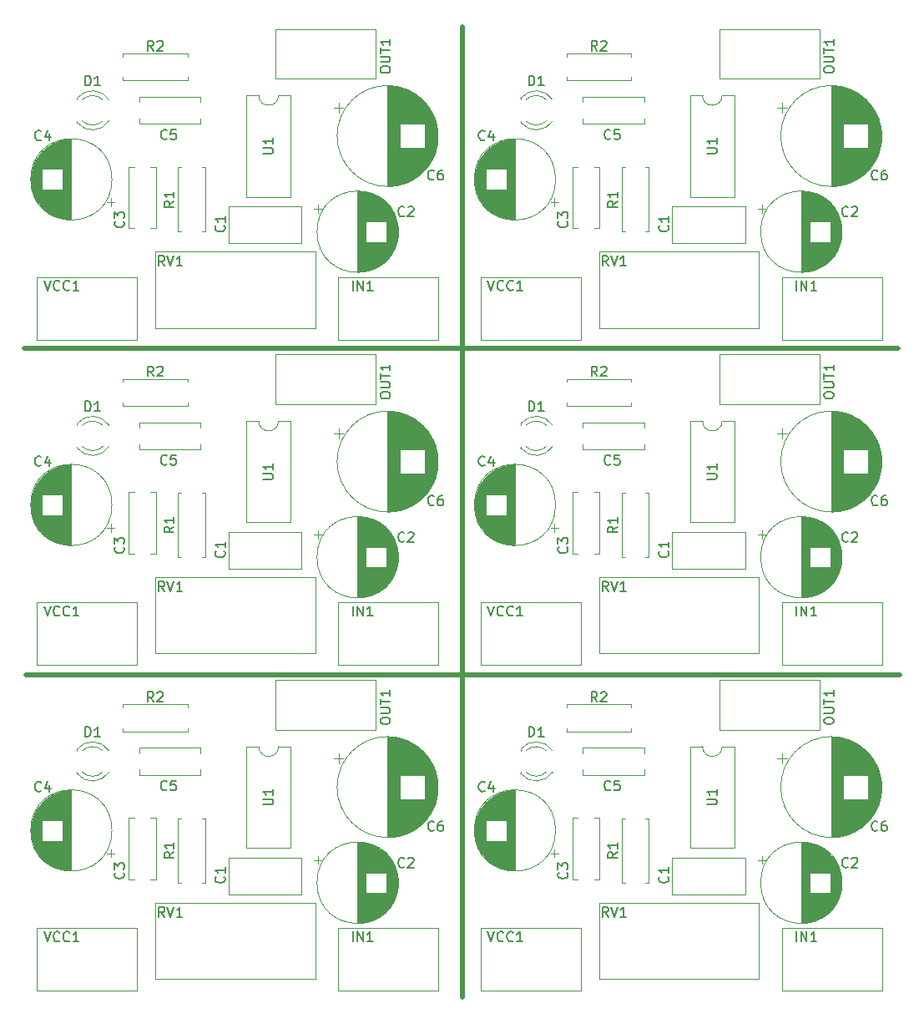
<source format=gbr>
%TF.GenerationSoftware,KiCad,Pcbnew,9.0.4*%
%TF.CreationDate,2025-09-13T21:56:59+02:00*%
%TF.ProjectId,TDA7267_3x2_panel,54444137-3236-4375-9f33-78325f70616e,rev?*%
%TF.SameCoordinates,Original*%
%TF.FileFunction,Legend,Top*%
%TF.FilePolarity,Positive*%
%FSLAX46Y46*%
G04 Gerber Fmt 4.6, Leading zero omitted, Abs format (unit mm)*
G04 Created by KiCad (PCBNEW 9.0.4) date 2025-09-13 21:56:59*
%MOMM*%
%LPD*%
G01*
G04 APERTURE LIST*
%ADD10C,0.500000*%
%ADD11C,0.150000*%
%ADD12C,0.120000*%
G04 APERTURE END LIST*
D10*
X82350000Y-73595455D02*
X170950000Y-73595455D01*
X126750000Y-40945455D02*
X126750000Y-139345455D01*
X82500000Y-106645455D02*
X171100000Y-106645455D01*
D11*
X141554761Y-98204819D02*
X141221428Y-97728628D01*
X140983333Y-98204819D02*
X140983333Y-97204819D01*
X140983333Y-97204819D02*
X141364285Y-97204819D01*
X141364285Y-97204819D02*
X141459523Y-97252438D01*
X141459523Y-97252438D02*
X141507142Y-97300057D01*
X141507142Y-97300057D02*
X141554761Y-97395295D01*
X141554761Y-97395295D02*
X141554761Y-97538152D01*
X141554761Y-97538152D02*
X141507142Y-97633390D01*
X141507142Y-97633390D02*
X141459523Y-97681009D01*
X141459523Y-97681009D02*
X141364285Y-97728628D01*
X141364285Y-97728628D02*
X140983333Y-97728628D01*
X141840476Y-97204819D02*
X142173809Y-98204819D01*
X142173809Y-98204819D02*
X142507142Y-97204819D01*
X143364285Y-98204819D02*
X142792857Y-98204819D01*
X143078571Y-98204819D02*
X143078571Y-97204819D01*
X143078571Y-97204819D02*
X142983333Y-97347676D01*
X142983333Y-97347676D02*
X142888095Y-97442914D01*
X142888095Y-97442914D02*
X142792857Y-97490533D01*
X142514819Y-124654166D02*
X142038628Y-124987499D01*
X142514819Y-125225594D02*
X141514819Y-125225594D01*
X141514819Y-125225594D02*
X141514819Y-124844642D01*
X141514819Y-124844642D02*
X141562438Y-124749404D01*
X141562438Y-124749404D02*
X141610057Y-124701785D01*
X141610057Y-124701785D02*
X141705295Y-124654166D01*
X141705295Y-124654166D02*
X141848152Y-124654166D01*
X141848152Y-124654166D02*
X141943390Y-124701785D01*
X141943390Y-124701785D02*
X141991009Y-124749404D01*
X141991009Y-124749404D02*
X142038628Y-124844642D01*
X142038628Y-124844642D02*
X142038628Y-125225594D01*
X142514819Y-123701785D02*
X142514819Y-124273213D01*
X142514819Y-123987499D02*
X141514819Y-123987499D01*
X141514819Y-123987499D02*
X141657676Y-124082737D01*
X141657676Y-124082737D02*
X141752914Y-124177975D01*
X141752914Y-124177975D02*
X141800533Y-124273213D01*
X160650000Y-67704819D02*
X160650000Y-66704819D01*
X161126190Y-67704819D02*
X161126190Y-66704819D01*
X161126190Y-66704819D02*
X161697618Y-67704819D01*
X161697618Y-67704819D02*
X161697618Y-66704819D01*
X162697618Y-67704819D02*
X162126190Y-67704819D01*
X162411904Y-67704819D02*
X162411904Y-66704819D01*
X162411904Y-66704819D02*
X162316666Y-66847676D01*
X162316666Y-66847676D02*
X162221428Y-66942914D01*
X162221428Y-66942914D02*
X162126190Y-66990533D01*
X120883333Y-60109580D02*
X120835714Y-60157200D01*
X120835714Y-60157200D02*
X120692857Y-60204819D01*
X120692857Y-60204819D02*
X120597619Y-60204819D01*
X120597619Y-60204819D02*
X120454762Y-60157200D01*
X120454762Y-60157200D02*
X120359524Y-60061961D01*
X120359524Y-60061961D02*
X120311905Y-59966723D01*
X120311905Y-59966723D02*
X120264286Y-59776247D01*
X120264286Y-59776247D02*
X120264286Y-59633390D01*
X120264286Y-59633390D02*
X120311905Y-59442914D01*
X120311905Y-59442914D02*
X120359524Y-59347676D01*
X120359524Y-59347676D02*
X120454762Y-59252438D01*
X120454762Y-59252438D02*
X120597619Y-59204819D01*
X120597619Y-59204819D02*
X120692857Y-59204819D01*
X120692857Y-59204819D02*
X120835714Y-59252438D01*
X120835714Y-59252438D02*
X120883333Y-59300057D01*
X121264286Y-59300057D02*
X121311905Y-59252438D01*
X121311905Y-59252438D02*
X121407143Y-59204819D01*
X121407143Y-59204819D02*
X121645238Y-59204819D01*
X121645238Y-59204819D02*
X121740476Y-59252438D01*
X121740476Y-59252438D02*
X121788095Y-59300057D01*
X121788095Y-59300057D02*
X121835714Y-59395295D01*
X121835714Y-59395295D02*
X121835714Y-59490533D01*
X121835714Y-59490533D02*
X121788095Y-59633390D01*
X121788095Y-59633390D02*
X121216667Y-60204819D01*
X121216667Y-60204819D02*
X121835714Y-60204819D01*
X118444819Y-78426190D02*
X118444819Y-78235714D01*
X118444819Y-78235714D02*
X118492438Y-78140476D01*
X118492438Y-78140476D02*
X118587676Y-78045238D01*
X118587676Y-78045238D02*
X118778152Y-77997619D01*
X118778152Y-77997619D02*
X119111485Y-77997619D01*
X119111485Y-77997619D02*
X119301961Y-78045238D01*
X119301961Y-78045238D02*
X119397200Y-78140476D01*
X119397200Y-78140476D02*
X119444819Y-78235714D01*
X119444819Y-78235714D02*
X119444819Y-78426190D01*
X119444819Y-78426190D02*
X119397200Y-78521428D01*
X119397200Y-78521428D02*
X119301961Y-78616666D01*
X119301961Y-78616666D02*
X119111485Y-78664285D01*
X119111485Y-78664285D02*
X118778152Y-78664285D01*
X118778152Y-78664285D02*
X118587676Y-78616666D01*
X118587676Y-78616666D02*
X118492438Y-78521428D01*
X118492438Y-78521428D02*
X118444819Y-78426190D01*
X118444819Y-77569047D02*
X119254342Y-77569047D01*
X119254342Y-77569047D02*
X119349580Y-77521428D01*
X119349580Y-77521428D02*
X119397200Y-77473809D01*
X119397200Y-77473809D02*
X119444819Y-77378571D01*
X119444819Y-77378571D02*
X119444819Y-77188095D01*
X119444819Y-77188095D02*
X119397200Y-77092857D01*
X119397200Y-77092857D02*
X119349580Y-77045238D01*
X119349580Y-77045238D02*
X119254342Y-76997619D01*
X119254342Y-76997619D02*
X118444819Y-76997619D01*
X118444819Y-76664285D02*
X118444819Y-76092857D01*
X119444819Y-76378571D02*
X118444819Y-76378571D01*
X119444819Y-75235714D02*
X119444819Y-75807142D01*
X119444819Y-75521428D02*
X118444819Y-75521428D01*
X118444819Y-75521428D02*
X118587676Y-75616666D01*
X118587676Y-75616666D02*
X118682914Y-75711904D01*
X118682914Y-75711904D02*
X118730533Y-75807142D01*
X120883333Y-93109580D02*
X120835714Y-93157200D01*
X120835714Y-93157200D02*
X120692857Y-93204819D01*
X120692857Y-93204819D02*
X120597619Y-93204819D01*
X120597619Y-93204819D02*
X120454762Y-93157200D01*
X120454762Y-93157200D02*
X120359524Y-93061961D01*
X120359524Y-93061961D02*
X120311905Y-92966723D01*
X120311905Y-92966723D02*
X120264286Y-92776247D01*
X120264286Y-92776247D02*
X120264286Y-92633390D01*
X120264286Y-92633390D02*
X120311905Y-92442914D01*
X120311905Y-92442914D02*
X120359524Y-92347676D01*
X120359524Y-92347676D02*
X120454762Y-92252438D01*
X120454762Y-92252438D02*
X120597619Y-92204819D01*
X120597619Y-92204819D02*
X120692857Y-92204819D01*
X120692857Y-92204819D02*
X120835714Y-92252438D01*
X120835714Y-92252438D02*
X120883333Y-92300057D01*
X121264286Y-92300057D02*
X121311905Y-92252438D01*
X121311905Y-92252438D02*
X121407143Y-92204819D01*
X121407143Y-92204819D02*
X121645238Y-92204819D01*
X121645238Y-92204819D02*
X121740476Y-92252438D01*
X121740476Y-92252438D02*
X121788095Y-92300057D01*
X121788095Y-92300057D02*
X121835714Y-92395295D01*
X121835714Y-92395295D02*
X121835714Y-92490533D01*
X121835714Y-92490533D02*
X121788095Y-92633390D01*
X121788095Y-92633390D02*
X121216667Y-93204819D01*
X121216667Y-93204819D02*
X121835714Y-93204819D01*
X163444819Y-78426190D02*
X163444819Y-78235714D01*
X163444819Y-78235714D02*
X163492438Y-78140476D01*
X163492438Y-78140476D02*
X163587676Y-78045238D01*
X163587676Y-78045238D02*
X163778152Y-77997619D01*
X163778152Y-77997619D02*
X164111485Y-77997619D01*
X164111485Y-77997619D02*
X164301961Y-78045238D01*
X164301961Y-78045238D02*
X164397200Y-78140476D01*
X164397200Y-78140476D02*
X164444819Y-78235714D01*
X164444819Y-78235714D02*
X164444819Y-78426190D01*
X164444819Y-78426190D02*
X164397200Y-78521428D01*
X164397200Y-78521428D02*
X164301961Y-78616666D01*
X164301961Y-78616666D02*
X164111485Y-78664285D01*
X164111485Y-78664285D02*
X163778152Y-78664285D01*
X163778152Y-78664285D02*
X163587676Y-78616666D01*
X163587676Y-78616666D02*
X163492438Y-78521428D01*
X163492438Y-78521428D02*
X163444819Y-78426190D01*
X163444819Y-77569047D02*
X164254342Y-77569047D01*
X164254342Y-77569047D02*
X164349580Y-77521428D01*
X164349580Y-77521428D02*
X164397200Y-77473809D01*
X164397200Y-77473809D02*
X164444819Y-77378571D01*
X164444819Y-77378571D02*
X164444819Y-77188095D01*
X164444819Y-77188095D02*
X164397200Y-77092857D01*
X164397200Y-77092857D02*
X164349580Y-77045238D01*
X164349580Y-77045238D02*
X164254342Y-76997619D01*
X164254342Y-76997619D02*
X163444819Y-76997619D01*
X163444819Y-76664285D02*
X163444819Y-76092857D01*
X164444819Y-76378571D02*
X163444819Y-76378571D01*
X164444819Y-75235714D02*
X164444819Y-75807142D01*
X164444819Y-75521428D02*
X163444819Y-75521428D01*
X163444819Y-75521428D02*
X163587676Y-75616666D01*
X163587676Y-75616666D02*
X163682914Y-75711904D01*
X163682914Y-75711904D02*
X163730533Y-75807142D01*
X84340476Y-132704819D02*
X84673809Y-133704819D01*
X84673809Y-133704819D02*
X85007142Y-132704819D01*
X85911904Y-133609580D02*
X85864285Y-133657200D01*
X85864285Y-133657200D02*
X85721428Y-133704819D01*
X85721428Y-133704819D02*
X85626190Y-133704819D01*
X85626190Y-133704819D02*
X85483333Y-133657200D01*
X85483333Y-133657200D02*
X85388095Y-133561961D01*
X85388095Y-133561961D02*
X85340476Y-133466723D01*
X85340476Y-133466723D02*
X85292857Y-133276247D01*
X85292857Y-133276247D02*
X85292857Y-133133390D01*
X85292857Y-133133390D02*
X85340476Y-132942914D01*
X85340476Y-132942914D02*
X85388095Y-132847676D01*
X85388095Y-132847676D02*
X85483333Y-132752438D01*
X85483333Y-132752438D02*
X85626190Y-132704819D01*
X85626190Y-132704819D02*
X85721428Y-132704819D01*
X85721428Y-132704819D02*
X85864285Y-132752438D01*
X85864285Y-132752438D02*
X85911904Y-132800057D01*
X86911904Y-133609580D02*
X86864285Y-133657200D01*
X86864285Y-133657200D02*
X86721428Y-133704819D01*
X86721428Y-133704819D02*
X86626190Y-133704819D01*
X86626190Y-133704819D02*
X86483333Y-133657200D01*
X86483333Y-133657200D02*
X86388095Y-133561961D01*
X86388095Y-133561961D02*
X86340476Y-133466723D01*
X86340476Y-133466723D02*
X86292857Y-133276247D01*
X86292857Y-133276247D02*
X86292857Y-133133390D01*
X86292857Y-133133390D02*
X86340476Y-132942914D01*
X86340476Y-132942914D02*
X86388095Y-132847676D01*
X86388095Y-132847676D02*
X86483333Y-132752438D01*
X86483333Y-132752438D02*
X86626190Y-132704819D01*
X86626190Y-132704819D02*
X86721428Y-132704819D01*
X86721428Y-132704819D02*
X86864285Y-132752438D01*
X86864285Y-132752438D02*
X86911904Y-132800057D01*
X87864285Y-133704819D02*
X87292857Y-133704819D01*
X87578571Y-133704819D02*
X87578571Y-132704819D01*
X87578571Y-132704819D02*
X87483333Y-132847676D01*
X87483333Y-132847676D02*
X87388095Y-132942914D01*
X87388095Y-132942914D02*
X87292857Y-132990533D01*
X129033333Y-52409580D02*
X128985714Y-52457200D01*
X128985714Y-52457200D02*
X128842857Y-52504819D01*
X128842857Y-52504819D02*
X128747619Y-52504819D01*
X128747619Y-52504819D02*
X128604762Y-52457200D01*
X128604762Y-52457200D02*
X128509524Y-52361961D01*
X128509524Y-52361961D02*
X128461905Y-52266723D01*
X128461905Y-52266723D02*
X128414286Y-52076247D01*
X128414286Y-52076247D02*
X128414286Y-51933390D01*
X128414286Y-51933390D02*
X128461905Y-51742914D01*
X128461905Y-51742914D02*
X128509524Y-51647676D01*
X128509524Y-51647676D02*
X128604762Y-51552438D01*
X128604762Y-51552438D02*
X128747619Y-51504819D01*
X128747619Y-51504819D02*
X128842857Y-51504819D01*
X128842857Y-51504819D02*
X128985714Y-51552438D01*
X128985714Y-51552438D02*
X129033333Y-51600057D01*
X129890476Y-51838152D02*
X129890476Y-52504819D01*
X129652381Y-51457200D02*
X129414286Y-52171485D01*
X129414286Y-52171485D02*
X130033333Y-52171485D01*
X97514819Y-124654166D02*
X97038628Y-124987499D01*
X97514819Y-125225594D02*
X96514819Y-125225594D01*
X96514819Y-125225594D02*
X96514819Y-124844642D01*
X96514819Y-124844642D02*
X96562438Y-124749404D01*
X96562438Y-124749404D02*
X96610057Y-124701785D01*
X96610057Y-124701785D02*
X96705295Y-124654166D01*
X96705295Y-124654166D02*
X96848152Y-124654166D01*
X96848152Y-124654166D02*
X96943390Y-124701785D01*
X96943390Y-124701785D02*
X96991009Y-124749404D01*
X96991009Y-124749404D02*
X97038628Y-124844642D01*
X97038628Y-124844642D02*
X97038628Y-125225594D01*
X97514819Y-123701785D02*
X97514819Y-124273213D01*
X97514819Y-123987499D02*
X96514819Y-123987499D01*
X96514819Y-123987499D02*
X96657676Y-124082737D01*
X96657676Y-124082737D02*
X96752914Y-124177975D01*
X96752914Y-124177975D02*
X96800533Y-124273213D01*
X106574819Y-86841904D02*
X107384342Y-86841904D01*
X107384342Y-86841904D02*
X107479580Y-86794285D01*
X107479580Y-86794285D02*
X107527200Y-86746666D01*
X107527200Y-86746666D02*
X107574819Y-86651428D01*
X107574819Y-86651428D02*
X107574819Y-86460952D01*
X107574819Y-86460952D02*
X107527200Y-86365714D01*
X107527200Y-86365714D02*
X107479580Y-86318095D01*
X107479580Y-86318095D02*
X107384342Y-86270476D01*
X107384342Y-86270476D02*
X106574819Y-86270476D01*
X107574819Y-85270476D02*
X107574819Y-85841904D01*
X107574819Y-85556190D02*
X106574819Y-85556190D01*
X106574819Y-85556190D02*
X106717676Y-85651428D01*
X106717676Y-85651428D02*
X106812914Y-85746666D01*
X106812914Y-85746666D02*
X106860533Y-85841904D01*
X88511905Y-79944819D02*
X88511905Y-78944819D01*
X88511905Y-78944819D02*
X88750000Y-78944819D01*
X88750000Y-78944819D02*
X88892857Y-78992438D01*
X88892857Y-78992438D02*
X88988095Y-79087676D01*
X88988095Y-79087676D02*
X89035714Y-79182914D01*
X89035714Y-79182914D02*
X89083333Y-79373390D01*
X89083333Y-79373390D02*
X89083333Y-79516247D01*
X89083333Y-79516247D02*
X89035714Y-79706723D01*
X89035714Y-79706723D02*
X88988095Y-79801961D01*
X88988095Y-79801961D02*
X88892857Y-79897200D01*
X88892857Y-79897200D02*
X88750000Y-79944819D01*
X88750000Y-79944819D02*
X88511905Y-79944819D01*
X90035714Y-79944819D02*
X89464286Y-79944819D01*
X89750000Y-79944819D02*
X89750000Y-78944819D01*
X89750000Y-78944819D02*
X89654762Y-79087676D01*
X89654762Y-79087676D02*
X89559524Y-79182914D01*
X89559524Y-79182914D02*
X89464286Y-79230533D01*
X106574819Y-53841904D02*
X107384342Y-53841904D01*
X107384342Y-53841904D02*
X107479580Y-53794285D01*
X107479580Y-53794285D02*
X107527200Y-53746666D01*
X107527200Y-53746666D02*
X107574819Y-53651428D01*
X107574819Y-53651428D02*
X107574819Y-53460952D01*
X107574819Y-53460952D02*
X107527200Y-53365714D01*
X107527200Y-53365714D02*
X107479580Y-53318095D01*
X107479580Y-53318095D02*
X107384342Y-53270476D01*
X107384342Y-53270476D02*
X106574819Y-53270476D01*
X107574819Y-52270476D02*
X107574819Y-52841904D01*
X107574819Y-52556190D02*
X106574819Y-52556190D01*
X106574819Y-52556190D02*
X106717676Y-52651428D01*
X106717676Y-52651428D02*
X106812914Y-52746666D01*
X106812914Y-52746666D02*
X106860533Y-52841904D01*
X147599580Y-94129166D02*
X147647200Y-94176785D01*
X147647200Y-94176785D02*
X147694819Y-94319642D01*
X147694819Y-94319642D02*
X147694819Y-94414880D01*
X147694819Y-94414880D02*
X147647200Y-94557737D01*
X147647200Y-94557737D02*
X147551961Y-94652975D01*
X147551961Y-94652975D02*
X147456723Y-94700594D01*
X147456723Y-94700594D02*
X147266247Y-94748213D01*
X147266247Y-94748213D02*
X147123390Y-94748213D01*
X147123390Y-94748213D02*
X146932914Y-94700594D01*
X146932914Y-94700594D02*
X146837676Y-94652975D01*
X146837676Y-94652975D02*
X146742438Y-94557737D01*
X146742438Y-94557737D02*
X146694819Y-94414880D01*
X146694819Y-94414880D02*
X146694819Y-94319642D01*
X146694819Y-94319642D02*
X146742438Y-94176785D01*
X146742438Y-94176785D02*
X146790057Y-94129166D01*
X147694819Y-93176785D02*
X147694819Y-93748213D01*
X147694819Y-93462499D02*
X146694819Y-93462499D01*
X146694819Y-93462499D02*
X146837676Y-93557737D01*
X146837676Y-93557737D02*
X146932914Y-93652975D01*
X146932914Y-93652975D02*
X146980533Y-93748213D01*
X123883333Y-56409580D02*
X123835714Y-56457200D01*
X123835714Y-56457200D02*
X123692857Y-56504819D01*
X123692857Y-56504819D02*
X123597619Y-56504819D01*
X123597619Y-56504819D02*
X123454762Y-56457200D01*
X123454762Y-56457200D02*
X123359524Y-56361961D01*
X123359524Y-56361961D02*
X123311905Y-56266723D01*
X123311905Y-56266723D02*
X123264286Y-56076247D01*
X123264286Y-56076247D02*
X123264286Y-55933390D01*
X123264286Y-55933390D02*
X123311905Y-55742914D01*
X123311905Y-55742914D02*
X123359524Y-55647676D01*
X123359524Y-55647676D02*
X123454762Y-55552438D01*
X123454762Y-55552438D02*
X123597619Y-55504819D01*
X123597619Y-55504819D02*
X123692857Y-55504819D01*
X123692857Y-55504819D02*
X123835714Y-55552438D01*
X123835714Y-55552438D02*
X123883333Y-55600057D01*
X124740476Y-55504819D02*
X124550000Y-55504819D01*
X124550000Y-55504819D02*
X124454762Y-55552438D01*
X124454762Y-55552438D02*
X124407143Y-55600057D01*
X124407143Y-55600057D02*
X124311905Y-55742914D01*
X124311905Y-55742914D02*
X124264286Y-55933390D01*
X124264286Y-55933390D02*
X124264286Y-56314342D01*
X124264286Y-56314342D02*
X124311905Y-56409580D01*
X124311905Y-56409580D02*
X124359524Y-56457200D01*
X124359524Y-56457200D02*
X124454762Y-56504819D01*
X124454762Y-56504819D02*
X124645238Y-56504819D01*
X124645238Y-56504819D02*
X124740476Y-56457200D01*
X124740476Y-56457200D02*
X124788095Y-56409580D01*
X124788095Y-56409580D02*
X124835714Y-56314342D01*
X124835714Y-56314342D02*
X124835714Y-56076247D01*
X124835714Y-56076247D02*
X124788095Y-55981009D01*
X124788095Y-55981009D02*
X124740476Y-55933390D01*
X124740476Y-55933390D02*
X124645238Y-55885771D01*
X124645238Y-55885771D02*
X124454762Y-55885771D01*
X124454762Y-55885771D02*
X124359524Y-55933390D01*
X124359524Y-55933390D02*
X124311905Y-55981009D01*
X124311905Y-55981009D02*
X124264286Y-56076247D01*
X165883333Y-126109580D02*
X165835714Y-126157200D01*
X165835714Y-126157200D02*
X165692857Y-126204819D01*
X165692857Y-126204819D02*
X165597619Y-126204819D01*
X165597619Y-126204819D02*
X165454762Y-126157200D01*
X165454762Y-126157200D02*
X165359524Y-126061961D01*
X165359524Y-126061961D02*
X165311905Y-125966723D01*
X165311905Y-125966723D02*
X165264286Y-125776247D01*
X165264286Y-125776247D02*
X165264286Y-125633390D01*
X165264286Y-125633390D02*
X165311905Y-125442914D01*
X165311905Y-125442914D02*
X165359524Y-125347676D01*
X165359524Y-125347676D02*
X165454762Y-125252438D01*
X165454762Y-125252438D02*
X165597619Y-125204819D01*
X165597619Y-125204819D02*
X165692857Y-125204819D01*
X165692857Y-125204819D02*
X165835714Y-125252438D01*
X165835714Y-125252438D02*
X165883333Y-125300057D01*
X166264286Y-125300057D02*
X166311905Y-125252438D01*
X166311905Y-125252438D02*
X166407143Y-125204819D01*
X166407143Y-125204819D02*
X166645238Y-125204819D01*
X166645238Y-125204819D02*
X166740476Y-125252438D01*
X166740476Y-125252438D02*
X166788095Y-125300057D01*
X166788095Y-125300057D02*
X166835714Y-125395295D01*
X166835714Y-125395295D02*
X166835714Y-125490533D01*
X166835714Y-125490533D02*
X166788095Y-125633390D01*
X166788095Y-125633390D02*
X166216667Y-126204819D01*
X166216667Y-126204819D02*
X166835714Y-126204819D01*
X133511905Y-46944819D02*
X133511905Y-45944819D01*
X133511905Y-45944819D02*
X133750000Y-45944819D01*
X133750000Y-45944819D02*
X133892857Y-45992438D01*
X133892857Y-45992438D02*
X133988095Y-46087676D01*
X133988095Y-46087676D02*
X134035714Y-46182914D01*
X134035714Y-46182914D02*
X134083333Y-46373390D01*
X134083333Y-46373390D02*
X134083333Y-46516247D01*
X134083333Y-46516247D02*
X134035714Y-46706723D01*
X134035714Y-46706723D02*
X133988095Y-46801961D01*
X133988095Y-46801961D02*
X133892857Y-46897200D01*
X133892857Y-46897200D02*
X133750000Y-46944819D01*
X133750000Y-46944819D02*
X133511905Y-46944819D01*
X135035714Y-46944819D02*
X134464286Y-46944819D01*
X134750000Y-46944819D02*
X134750000Y-45944819D01*
X134750000Y-45944819D02*
X134654762Y-46087676D01*
X134654762Y-46087676D02*
X134559524Y-46182914D01*
X134559524Y-46182914D02*
X134464286Y-46230533D01*
X141793333Y-52297080D02*
X141745714Y-52344700D01*
X141745714Y-52344700D02*
X141602857Y-52392319D01*
X141602857Y-52392319D02*
X141507619Y-52392319D01*
X141507619Y-52392319D02*
X141364762Y-52344700D01*
X141364762Y-52344700D02*
X141269524Y-52249461D01*
X141269524Y-52249461D02*
X141221905Y-52154223D01*
X141221905Y-52154223D02*
X141174286Y-51963747D01*
X141174286Y-51963747D02*
X141174286Y-51820890D01*
X141174286Y-51820890D02*
X141221905Y-51630414D01*
X141221905Y-51630414D02*
X141269524Y-51535176D01*
X141269524Y-51535176D02*
X141364762Y-51439938D01*
X141364762Y-51439938D02*
X141507619Y-51392319D01*
X141507619Y-51392319D02*
X141602857Y-51392319D01*
X141602857Y-51392319D02*
X141745714Y-51439938D01*
X141745714Y-51439938D02*
X141793333Y-51487557D01*
X142698095Y-51392319D02*
X142221905Y-51392319D01*
X142221905Y-51392319D02*
X142174286Y-51868509D01*
X142174286Y-51868509D02*
X142221905Y-51820890D01*
X142221905Y-51820890D02*
X142317143Y-51773271D01*
X142317143Y-51773271D02*
X142555238Y-51773271D01*
X142555238Y-51773271D02*
X142650476Y-51820890D01*
X142650476Y-51820890D02*
X142698095Y-51868509D01*
X142698095Y-51868509D02*
X142745714Y-51963747D01*
X142745714Y-51963747D02*
X142745714Y-52201842D01*
X142745714Y-52201842D02*
X142698095Y-52297080D01*
X142698095Y-52297080D02*
X142650476Y-52344700D01*
X142650476Y-52344700D02*
X142555238Y-52392319D01*
X142555238Y-52392319D02*
X142317143Y-52392319D01*
X142317143Y-52392319D02*
X142221905Y-52344700D01*
X142221905Y-52344700D02*
X142174286Y-52297080D01*
X142514819Y-91654166D02*
X142038628Y-91987499D01*
X142514819Y-92225594D02*
X141514819Y-92225594D01*
X141514819Y-92225594D02*
X141514819Y-91844642D01*
X141514819Y-91844642D02*
X141562438Y-91749404D01*
X141562438Y-91749404D02*
X141610057Y-91701785D01*
X141610057Y-91701785D02*
X141705295Y-91654166D01*
X141705295Y-91654166D02*
X141848152Y-91654166D01*
X141848152Y-91654166D02*
X141943390Y-91701785D01*
X141943390Y-91701785D02*
X141991009Y-91749404D01*
X141991009Y-91749404D02*
X142038628Y-91844642D01*
X142038628Y-91844642D02*
X142038628Y-92225594D01*
X142514819Y-90701785D02*
X142514819Y-91273213D01*
X142514819Y-90987499D02*
X141514819Y-90987499D01*
X141514819Y-90987499D02*
X141657676Y-91082737D01*
X141657676Y-91082737D02*
X141752914Y-91177975D01*
X141752914Y-91177975D02*
X141800533Y-91273213D01*
X84033333Y-52409580D02*
X83985714Y-52457200D01*
X83985714Y-52457200D02*
X83842857Y-52504819D01*
X83842857Y-52504819D02*
X83747619Y-52504819D01*
X83747619Y-52504819D02*
X83604762Y-52457200D01*
X83604762Y-52457200D02*
X83509524Y-52361961D01*
X83509524Y-52361961D02*
X83461905Y-52266723D01*
X83461905Y-52266723D02*
X83414286Y-52076247D01*
X83414286Y-52076247D02*
X83414286Y-51933390D01*
X83414286Y-51933390D02*
X83461905Y-51742914D01*
X83461905Y-51742914D02*
X83509524Y-51647676D01*
X83509524Y-51647676D02*
X83604762Y-51552438D01*
X83604762Y-51552438D02*
X83747619Y-51504819D01*
X83747619Y-51504819D02*
X83842857Y-51504819D01*
X83842857Y-51504819D02*
X83985714Y-51552438D01*
X83985714Y-51552438D02*
X84033333Y-51600057D01*
X84890476Y-51838152D02*
X84890476Y-52504819D01*
X84652381Y-51457200D02*
X84414286Y-52171485D01*
X84414286Y-52171485D02*
X85033333Y-52171485D01*
X163444819Y-45426190D02*
X163444819Y-45235714D01*
X163444819Y-45235714D02*
X163492438Y-45140476D01*
X163492438Y-45140476D02*
X163587676Y-45045238D01*
X163587676Y-45045238D02*
X163778152Y-44997619D01*
X163778152Y-44997619D02*
X164111485Y-44997619D01*
X164111485Y-44997619D02*
X164301961Y-45045238D01*
X164301961Y-45045238D02*
X164397200Y-45140476D01*
X164397200Y-45140476D02*
X164444819Y-45235714D01*
X164444819Y-45235714D02*
X164444819Y-45426190D01*
X164444819Y-45426190D02*
X164397200Y-45521428D01*
X164397200Y-45521428D02*
X164301961Y-45616666D01*
X164301961Y-45616666D02*
X164111485Y-45664285D01*
X164111485Y-45664285D02*
X163778152Y-45664285D01*
X163778152Y-45664285D02*
X163587676Y-45616666D01*
X163587676Y-45616666D02*
X163492438Y-45521428D01*
X163492438Y-45521428D02*
X163444819Y-45426190D01*
X163444819Y-44569047D02*
X164254342Y-44569047D01*
X164254342Y-44569047D02*
X164349580Y-44521428D01*
X164349580Y-44521428D02*
X164397200Y-44473809D01*
X164397200Y-44473809D02*
X164444819Y-44378571D01*
X164444819Y-44378571D02*
X164444819Y-44188095D01*
X164444819Y-44188095D02*
X164397200Y-44092857D01*
X164397200Y-44092857D02*
X164349580Y-44045238D01*
X164349580Y-44045238D02*
X164254342Y-43997619D01*
X164254342Y-43997619D02*
X163444819Y-43997619D01*
X163444819Y-43664285D02*
X163444819Y-43092857D01*
X164444819Y-43378571D02*
X163444819Y-43378571D01*
X164444819Y-42235714D02*
X164444819Y-42807142D01*
X164444819Y-42521428D02*
X163444819Y-42521428D01*
X163444819Y-42521428D02*
X163587676Y-42616666D01*
X163587676Y-42616666D02*
X163682914Y-42711904D01*
X163682914Y-42711904D02*
X163730533Y-42807142D01*
X96554761Y-65204819D02*
X96221428Y-64728628D01*
X95983333Y-65204819D02*
X95983333Y-64204819D01*
X95983333Y-64204819D02*
X96364285Y-64204819D01*
X96364285Y-64204819D02*
X96459523Y-64252438D01*
X96459523Y-64252438D02*
X96507142Y-64300057D01*
X96507142Y-64300057D02*
X96554761Y-64395295D01*
X96554761Y-64395295D02*
X96554761Y-64538152D01*
X96554761Y-64538152D02*
X96507142Y-64633390D01*
X96507142Y-64633390D02*
X96459523Y-64681009D01*
X96459523Y-64681009D02*
X96364285Y-64728628D01*
X96364285Y-64728628D02*
X95983333Y-64728628D01*
X96840476Y-64204819D02*
X97173809Y-65204819D01*
X97173809Y-65204819D02*
X97507142Y-64204819D01*
X98364285Y-65204819D02*
X97792857Y-65204819D01*
X98078571Y-65204819D02*
X98078571Y-64204819D01*
X98078571Y-64204819D02*
X97983333Y-64347676D01*
X97983333Y-64347676D02*
X97888095Y-64442914D01*
X97888095Y-64442914D02*
X97792857Y-64490533D01*
X129340476Y-99704819D02*
X129673809Y-100704819D01*
X129673809Y-100704819D02*
X130007142Y-99704819D01*
X130911904Y-100609580D02*
X130864285Y-100657200D01*
X130864285Y-100657200D02*
X130721428Y-100704819D01*
X130721428Y-100704819D02*
X130626190Y-100704819D01*
X130626190Y-100704819D02*
X130483333Y-100657200D01*
X130483333Y-100657200D02*
X130388095Y-100561961D01*
X130388095Y-100561961D02*
X130340476Y-100466723D01*
X130340476Y-100466723D02*
X130292857Y-100276247D01*
X130292857Y-100276247D02*
X130292857Y-100133390D01*
X130292857Y-100133390D02*
X130340476Y-99942914D01*
X130340476Y-99942914D02*
X130388095Y-99847676D01*
X130388095Y-99847676D02*
X130483333Y-99752438D01*
X130483333Y-99752438D02*
X130626190Y-99704819D01*
X130626190Y-99704819D02*
X130721428Y-99704819D01*
X130721428Y-99704819D02*
X130864285Y-99752438D01*
X130864285Y-99752438D02*
X130911904Y-99800057D01*
X131911904Y-100609580D02*
X131864285Y-100657200D01*
X131864285Y-100657200D02*
X131721428Y-100704819D01*
X131721428Y-100704819D02*
X131626190Y-100704819D01*
X131626190Y-100704819D02*
X131483333Y-100657200D01*
X131483333Y-100657200D02*
X131388095Y-100561961D01*
X131388095Y-100561961D02*
X131340476Y-100466723D01*
X131340476Y-100466723D02*
X131292857Y-100276247D01*
X131292857Y-100276247D02*
X131292857Y-100133390D01*
X131292857Y-100133390D02*
X131340476Y-99942914D01*
X131340476Y-99942914D02*
X131388095Y-99847676D01*
X131388095Y-99847676D02*
X131483333Y-99752438D01*
X131483333Y-99752438D02*
X131626190Y-99704819D01*
X131626190Y-99704819D02*
X131721428Y-99704819D01*
X131721428Y-99704819D02*
X131864285Y-99752438D01*
X131864285Y-99752438D02*
X131911904Y-99800057D01*
X132864285Y-100704819D02*
X132292857Y-100704819D01*
X132578571Y-100704819D02*
X132578571Y-99704819D01*
X132578571Y-99704819D02*
X132483333Y-99847676D01*
X132483333Y-99847676D02*
X132388095Y-99942914D01*
X132388095Y-99942914D02*
X132292857Y-99990533D01*
X96554761Y-131204819D02*
X96221428Y-130728628D01*
X95983333Y-131204819D02*
X95983333Y-130204819D01*
X95983333Y-130204819D02*
X96364285Y-130204819D01*
X96364285Y-130204819D02*
X96459523Y-130252438D01*
X96459523Y-130252438D02*
X96507142Y-130300057D01*
X96507142Y-130300057D02*
X96554761Y-130395295D01*
X96554761Y-130395295D02*
X96554761Y-130538152D01*
X96554761Y-130538152D02*
X96507142Y-130633390D01*
X96507142Y-130633390D02*
X96459523Y-130681009D01*
X96459523Y-130681009D02*
X96364285Y-130728628D01*
X96364285Y-130728628D02*
X95983333Y-130728628D01*
X96840476Y-130204819D02*
X97173809Y-131204819D01*
X97173809Y-131204819D02*
X97507142Y-130204819D01*
X98364285Y-131204819D02*
X97792857Y-131204819D01*
X98078571Y-131204819D02*
X98078571Y-130204819D01*
X98078571Y-130204819D02*
X97983333Y-130347676D01*
X97983333Y-130347676D02*
X97888095Y-130442914D01*
X97888095Y-130442914D02*
X97792857Y-130490533D01*
X118444819Y-45426190D02*
X118444819Y-45235714D01*
X118444819Y-45235714D02*
X118492438Y-45140476D01*
X118492438Y-45140476D02*
X118587676Y-45045238D01*
X118587676Y-45045238D02*
X118778152Y-44997619D01*
X118778152Y-44997619D02*
X119111485Y-44997619D01*
X119111485Y-44997619D02*
X119301961Y-45045238D01*
X119301961Y-45045238D02*
X119397200Y-45140476D01*
X119397200Y-45140476D02*
X119444819Y-45235714D01*
X119444819Y-45235714D02*
X119444819Y-45426190D01*
X119444819Y-45426190D02*
X119397200Y-45521428D01*
X119397200Y-45521428D02*
X119301961Y-45616666D01*
X119301961Y-45616666D02*
X119111485Y-45664285D01*
X119111485Y-45664285D02*
X118778152Y-45664285D01*
X118778152Y-45664285D02*
X118587676Y-45616666D01*
X118587676Y-45616666D02*
X118492438Y-45521428D01*
X118492438Y-45521428D02*
X118444819Y-45426190D01*
X118444819Y-44569047D02*
X119254342Y-44569047D01*
X119254342Y-44569047D02*
X119349580Y-44521428D01*
X119349580Y-44521428D02*
X119397200Y-44473809D01*
X119397200Y-44473809D02*
X119444819Y-44378571D01*
X119444819Y-44378571D02*
X119444819Y-44188095D01*
X119444819Y-44188095D02*
X119397200Y-44092857D01*
X119397200Y-44092857D02*
X119349580Y-44045238D01*
X119349580Y-44045238D02*
X119254342Y-43997619D01*
X119254342Y-43997619D02*
X118444819Y-43997619D01*
X118444819Y-43664285D02*
X118444819Y-43092857D01*
X119444819Y-43378571D02*
X118444819Y-43378571D01*
X119444819Y-42235714D02*
X119444819Y-42807142D01*
X119444819Y-42521428D02*
X118444819Y-42521428D01*
X118444819Y-42521428D02*
X118587676Y-42616666D01*
X118587676Y-42616666D02*
X118682914Y-42711904D01*
X118682914Y-42711904D02*
X118730533Y-42807142D01*
X129340476Y-132704819D02*
X129673809Y-133704819D01*
X129673809Y-133704819D02*
X130007142Y-132704819D01*
X130911904Y-133609580D02*
X130864285Y-133657200D01*
X130864285Y-133657200D02*
X130721428Y-133704819D01*
X130721428Y-133704819D02*
X130626190Y-133704819D01*
X130626190Y-133704819D02*
X130483333Y-133657200D01*
X130483333Y-133657200D02*
X130388095Y-133561961D01*
X130388095Y-133561961D02*
X130340476Y-133466723D01*
X130340476Y-133466723D02*
X130292857Y-133276247D01*
X130292857Y-133276247D02*
X130292857Y-133133390D01*
X130292857Y-133133390D02*
X130340476Y-132942914D01*
X130340476Y-132942914D02*
X130388095Y-132847676D01*
X130388095Y-132847676D02*
X130483333Y-132752438D01*
X130483333Y-132752438D02*
X130626190Y-132704819D01*
X130626190Y-132704819D02*
X130721428Y-132704819D01*
X130721428Y-132704819D02*
X130864285Y-132752438D01*
X130864285Y-132752438D02*
X130911904Y-132800057D01*
X131911904Y-133609580D02*
X131864285Y-133657200D01*
X131864285Y-133657200D02*
X131721428Y-133704819D01*
X131721428Y-133704819D02*
X131626190Y-133704819D01*
X131626190Y-133704819D02*
X131483333Y-133657200D01*
X131483333Y-133657200D02*
X131388095Y-133561961D01*
X131388095Y-133561961D02*
X131340476Y-133466723D01*
X131340476Y-133466723D02*
X131292857Y-133276247D01*
X131292857Y-133276247D02*
X131292857Y-133133390D01*
X131292857Y-133133390D02*
X131340476Y-132942914D01*
X131340476Y-132942914D02*
X131388095Y-132847676D01*
X131388095Y-132847676D02*
X131483333Y-132752438D01*
X131483333Y-132752438D02*
X131626190Y-132704819D01*
X131626190Y-132704819D02*
X131721428Y-132704819D01*
X131721428Y-132704819D02*
X131864285Y-132752438D01*
X131864285Y-132752438D02*
X131911904Y-132800057D01*
X132864285Y-133704819D02*
X132292857Y-133704819D01*
X132578571Y-133704819D02*
X132578571Y-132704819D01*
X132578571Y-132704819D02*
X132483333Y-132847676D01*
X132483333Y-132847676D02*
X132388095Y-132942914D01*
X132388095Y-132942914D02*
X132292857Y-132990533D01*
X95443333Y-76404819D02*
X95110000Y-75928628D01*
X94871905Y-76404819D02*
X94871905Y-75404819D01*
X94871905Y-75404819D02*
X95252857Y-75404819D01*
X95252857Y-75404819D02*
X95348095Y-75452438D01*
X95348095Y-75452438D02*
X95395714Y-75500057D01*
X95395714Y-75500057D02*
X95443333Y-75595295D01*
X95443333Y-75595295D02*
X95443333Y-75738152D01*
X95443333Y-75738152D02*
X95395714Y-75833390D01*
X95395714Y-75833390D02*
X95348095Y-75881009D01*
X95348095Y-75881009D02*
X95252857Y-75928628D01*
X95252857Y-75928628D02*
X94871905Y-75928628D01*
X95824286Y-75500057D02*
X95871905Y-75452438D01*
X95871905Y-75452438D02*
X95967143Y-75404819D01*
X95967143Y-75404819D02*
X96205238Y-75404819D01*
X96205238Y-75404819D02*
X96300476Y-75452438D01*
X96300476Y-75452438D02*
X96348095Y-75500057D01*
X96348095Y-75500057D02*
X96395714Y-75595295D01*
X96395714Y-75595295D02*
X96395714Y-75690533D01*
X96395714Y-75690533D02*
X96348095Y-75833390D01*
X96348095Y-75833390D02*
X95776667Y-76404819D01*
X95776667Y-76404819D02*
X96395714Y-76404819D01*
X151574819Y-86841904D02*
X152384342Y-86841904D01*
X152384342Y-86841904D02*
X152479580Y-86794285D01*
X152479580Y-86794285D02*
X152527200Y-86746666D01*
X152527200Y-86746666D02*
X152574819Y-86651428D01*
X152574819Y-86651428D02*
X152574819Y-86460952D01*
X152574819Y-86460952D02*
X152527200Y-86365714D01*
X152527200Y-86365714D02*
X152479580Y-86318095D01*
X152479580Y-86318095D02*
X152384342Y-86270476D01*
X152384342Y-86270476D02*
X151574819Y-86270476D01*
X152574819Y-85270476D02*
X152574819Y-85841904D01*
X152574819Y-85556190D02*
X151574819Y-85556190D01*
X151574819Y-85556190D02*
X151717676Y-85651428D01*
X151717676Y-85651428D02*
X151812914Y-85746666D01*
X151812914Y-85746666D02*
X151860533Y-85841904D01*
X102599580Y-61129166D02*
X102647200Y-61176785D01*
X102647200Y-61176785D02*
X102694819Y-61319642D01*
X102694819Y-61319642D02*
X102694819Y-61414880D01*
X102694819Y-61414880D02*
X102647200Y-61557737D01*
X102647200Y-61557737D02*
X102551961Y-61652975D01*
X102551961Y-61652975D02*
X102456723Y-61700594D01*
X102456723Y-61700594D02*
X102266247Y-61748213D01*
X102266247Y-61748213D02*
X102123390Y-61748213D01*
X102123390Y-61748213D02*
X101932914Y-61700594D01*
X101932914Y-61700594D02*
X101837676Y-61652975D01*
X101837676Y-61652975D02*
X101742438Y-61557737D01*
X101742438Y-61557737D02*
X101694819Y-61414880D01*
X101694819Y-61414880D02*
X101694819Y-61319642D01*
X101694819Y-61319642D02*
X101742438Y-61176785D01*
X101742438Y-61176785D02*
X101790057Y-61129166D01*
X102694819Y-60176785D02*
X102694819Y-60748213D01*
X102694819Y-60462499D02*
X101694819Y-60462499D01*
X101694819Y-60462499D02*
X101837676Y-60557737D01*
X101837676Y-60557737D02*
X101932914Y-60652975D01*
X101932914Y-60652975D02*
X101980533Y-60748213D01*
X84033333Y-118409580D02*
X83985714Y-118457200D01*
X83985714Y-118457200D02*
X83842857Y-118504819D01*
X83842857Y-118504819D02*
X83747619Y-118504819D01*
X83747619Y-118504819D02*
X83604762Y-118457200D01*
X83604762Y-118457200D02*
X83509524Y-118361961D01*
X83509524Y-118361961D02*
X83461905Y-118266723D01*
X83461905Y-118266723D02*
X83414286Y-118076247D01*
X83414286Y-118076247D02*
X83414286Y-117933390D01*
X83414286Y-117933390D02*
X83461905Y-117742914D01*
X83461905Y-117742914D02*
X83509524Y-117647676D01*
X83509524Y-117647676D02*
X83604762Y-117552438D01*
X83604762Y-117552438D02*
X83747619Y-117504819D01*
X83747619Y-117504819D02*
X83842857Y-117504819D01*
X83842857Y-117504819D02*
X83985714Y-117552438D01*
X83985714Y-117552438D02*
X84033333Y-117600057D01*
X84890476Y-117838152D02*
X84890476Y-118504819D01*
X84652381Y-117457200D02*
X84414286Y-118171485D01*
X84414286Y-118171485D02*
X85033333Y-118171485D01*
X165883333Y-93109580D02*
X165835714Y-93157200D01*
X165835714Y-93157200D02*
X165692857Y-93204819D01*
X165692857Y-93204819D02*
X165597619Y-93204819D01*
X165597619Y-93204819D02*
X165454762Y-93157200D01*
X165454762Y-93157200D02*
X165359524Y-93061961D01*
X165359524Y-93061961D02*
X165311905Y-92966723D01*
X165311905Y-92966723D02*
X165264286Y-92776247D01*
X165264286Y-92776247D02*
X165264286Y-92633390D01*
X165264286Y-92633390D02*
X165311905Y-92442914D01*
X165311905Y-92442914D02*
X165359524Y-92347676D01*
X165359524Y-92347676D02*
X165454762Y-92252438D01*
X165454762Y-92252438D02*
X165597619Y-92204819D01*
X165597619Y-92204819D02*
X165692857Y-92204819D01*
X165692857Y-92204819D02*
X165835714Y-92252438D01*
X165835714Y-92252438D02*
X165883333Y-92300057D01*
X166264286Y-92300057D02*
X166311905Y-92252438D01*
X166311905Y-92252438D02*
X166407143Y-92204819D01*
X166407143Y-92204819D02*
X166645238Y-92204819D01*
X166645238Y-92204819D02*
X166740476Y-92252438D01*
X166740476Y-92252438D02*
X166788095Y-92300057D01*
X166788095Y-92300057D02*
X166835714Y-92395295D01*
X166835714Y-92395295D02*
X166835714Y-92490533D01*
X166835714Y-92490533D02*
X166788095Y-92633390D01*
X166788095Y-92633390D02*
X166216667Y-93204819D01*
X166216667Y-93204819D02*
X166835714Y-93204819D01*
X147599580Y-61129166D02*
X147647200Y-61176785D01*
X147647200Y-61176785D02*
X147694819Y-61319642D01*
X147694819Y-61319642D02*
X147694819Y-61414880D01*
X147694819Y-61414880D02*
X147647200Y-61557737D01*
X147647200Y-61557737D02*
X147551961Y-61652975D01*
X147551961Y-61652975D02*
X147456723Y-61700594D01*
X147456723Y-61700594D02*
X147266247Y-61748213D01*
X147266247Y-61748213D02*
X147123390Y-61748213D01*
X147123390Y-61748213D02*
X146932914Y-61700594D01*
X146932914Y-61700594D02*
X146837676Y-61652975D01*
X146837676Y-61652975D02*
X146742438Y-61557737D01*
X146742438Y-61557737D02*
X146694819Y-61414880D01*
X146694819Y-61414880D02*
X146694819Y-61319642D01*
X146694819Y-61319642D02*
X146742438Y-61176785D01*
X146742438Y-61176785D02*
X146790057Y-61129166D01*
X147694819Y-60176785D02*
X147694819Y-60748213D01*
X147694819Y-60462499D02*
X146694819Y-60462499D01*
X146694819Y-60462499D02*
X146837676Y-60557737D01*
X146837676Y-60557737D02*
X146932914Y-60652975D01*
X146932914Y-60652975D02*
X146980533Y-60748213D01*
X84340476Y-99704819D02*
X84673809Y-100704819D01*
X84673809Y-100704819D02*
X85007142Y-99704819D01*
X85911904Y-100609580D02*
X85864285Y-100657200D01*
X85864285Y-100657200D02*
X85721428Y-100704819D01*
X85721428Y-100704819D02*
X85626190Y-100704819D01*
X85626190Y-100704819D02*
X85483333Y-100657200D01*
X85483333Y-100657200D02*
X85388095Y-100561961D01*
X85388095Y-100561961D02*
X85340476Y-100466723D01*
X85340476Y-100466723D02*
X85292857Y-100276247D01*
X85292857Y-100276247D02*
X85292857Y-100133390D01*
X85292857Y-100133390D02*
X85340476Y-99942914D01*
X85340476Y-99942914D02*
X85388095Y-99847676D01*
X85388095Y-99847676D02*
X85483333Y-99752438D01*
X85483333Y-99752438D02*
X85626190Y-99704819D01*
X85626190Y-99704819D02*
X85721428Y-99704819D01*
X85721428Y-99704819D02*
X85864285Y-99752438D01*
X85864285Y-99752438D02*
X85911904Y-99800057D01*
X86911904Y-100609580D02*
X86864285Y-100657200D01*
X86864285Y-100657200D02*
X86721428Y-100704819D01*
X86721428Y-100704819D02*
X86626190Y-100704819D01*
X86626190Y-100704819D02*
X86483333Y-100657200D01*
X86483333Y-100657200D02*
X86388095Y-100561961D01*
X86388095Y-100561961D02*
X86340476Y-100466723D01*
X86340476Y-100466723D02*
X86292857Y-100276247D01*
X86292857Y-100276247D02*
X86292857Y-100133390D01*
X86292857Y-100133390D02*
X86340476Y-99942914D01*
X86340476Y-99942914D02*
X86388095Y-99847676D01*
X86388095Y-99847676D02*
X86483333Y-99752438D01*
X86483333Y-99752438D02*
X86626190Y-99704819D01*
X86626190Y-99704819D02*
X86721428Y-99704819D01*
X86721428Y-99704819D02*
X86864285Y-99752438D01*
X86864285Y-99752438D02*
X86911904Y-99800057D01*
X87864285Y-100704819D02*
X87292857Y-100704819D01*
X87578571Y-100704819D02*
X87578571Y-99704819D01*
X87578571Y-99704819D02*
X87483333Y-99847676D01*
X87483333Y-99847676D02*
X87388095Y-99942914D01*
X87388095Y-99942914D02*
X87292857Y-99990533D01*
X95443333Y-43404819D02*
X95110000Y-42928628D01*
X94871905Y-43404819D02*
X94871905Y-42404819D01*
X94871905Y-42404819D02*
X95252857Y-42404819D01*
X95252857Y-42404819D02*
X95348095Y-42452438D01*
X95348095Y-42452438D02*
X95395714Y-42500057D01*
X95395714Y-42500057D02*
X95443333Y-42595295D01*
X95443333Y-42595295D02*
X95443333Y-42738152D01*
X95443333Y-42738152D02*
X95395714Y-42833390D01*
X95395714Y-42833390D02*
X95348095Y-42881009D01*
X95348095Y-42881009D02*
X95252857Y-42928628D01*
X95252857Y-42928628D02*
X94871905Y-42928628D01*
X95824286Y-42500057D02*
X95871905Y-42452438D01*
X95871905Y-42452438D02*
X95967143Y-42404819D01*
X95967143Y-42404819D02*
X96205238Y-42404819D01*
X96205238Y-42404819D02*
X96300476Y-42452438D01*
X96300476Y-42452438D02*
X96348095Y-42500057D01*
X96348095Y-42500057D02*
X96395714Y-42595295D01*
X96395714Y-42595295D02*
X96395714Y-42690533D01*
X96395714Y-42690533D02*
X96348095Y-42833390D01*
X96348095Y-42833390D02*
X95776667Y-43404819D01*
X95776667Y-43404819D02*
X96395714Y-43404819D01*
X141554761Y-65204819D02*
X141221428Y-64728628D01*
X140983333Y-65204819D02*
X140983333Y-64204819D01*
X140983333Y-64204819D02*
X141364285Y-64204819D01*
X141364285Y-64204819D02*
X141459523Y-64252438D01*
X141459523Y-64252438D02*
X141507142Y-64300057D01*
X141507142Y-64300057D02*
X141554761Y-64395295D01*
X141554761Y-64395295D02*
X141554761Y-64538152D01*
X141554761Y-64538152D02*
X141507142Y-64633390D01*
X141507142Y-64633390D02*
X141459523Y-64681009D01*
X141459523Y-64681009D02*
X141364285Y-64728628D01*
X141364285Y-64728628D02*
X140983333Y-64728628D01*
X141840476Y-64204819D02*
X142173809Y-65204819D01*
X142173809Y-65204819D02*
X142507142Y-64204819D01*
X143364285Y-65204819D02*
X142792857Y-65204819D01*
X143078571Y-65204819D02*
X143078571Y-64204819D01*
X143078571Y-64204819D02*
X142983333Y-64347676D01*
X142983333Y-64347676D02*
X142888095Y-64442914D01*
X142888095Y-64442914D02*
X142792857Y-64490533D01*
X115650000Y-67704819D02*
X115650000Y-66704819D01*
X116126190Y-67704819D02*
X116126190Y-66704819D01*
X116126190Y-66704819D02*
X116697618Y-67704819D01*
X116697618Y-67704819D02*
X116697618Y-66704819D01*
X117697618Y-67704819D02*
X117126190Y-67704819D01*
X117411904Y-67704819D02*
X117411904Y-66704819D01*
X117411904Y-66704819D02*
X117316666Y-66847676D01*
X117316666Y-66847676D02*
X117221428Y-66942914D01*
X117221428Y-66942914D02*
X117126190Y-66990533D01*
X115650000Y-100704819D02*
X115650000Y-99704819D01*
X116126190Y-100704819D02*
X116126190Y-99704819D01*
X116126190Y-99704819D02*
X116697618Y-100704819D01*
X116697618Y-100704819D02*
X116697618Y-99704819D01*
X117697618Y-100704819D02*
X117126190Y-100704819D01*
X117411904Y-100704819D02*
X117411904Y-99704819D01*
X117411904Y-99704819D02*
X117316666Y-99847676D01*
X117316666Y-99847676D02*
X117221428Y-99942914D01*
X117221428Y-99942914D02*
X117126190Y-99990533D01*
X140443333Y-109404819D02*
X140110000Y-108928628D01*
X139871905Y-109404819D02*
X139871905Y-108404819D01*
X139871905Y-108404819D02*
X140252857Y-108404819D01*
X140252857Y-108404819D02*
X140348095Y-108452438D01*
X140348095Y-108452438D02*
X140395714Y-108500057D01*
X140395714Y-108500057D02*
X140443333Y-108595295D01*
X140443333Y-108595295D02*
X140443333Y-108738152D01*
X140443333Y-108738152D02*
X140395714Y-108833390D01*
X140395714Y-108833390D02*
X140348095Y-108881009D01*
X140348095Y-108881009D02*
X140252857Y-108928628D01*
X140252857Y-108928628D02*
X139871905Y-108928628D01*
X140824286Y-108500057D02*
X140871905Y-108452438D01*
X140871905Y-108452438D02*
X140967143Y-108404819D01*
X140967143Y-108404819D02*
X141205238Y-108404819D01*
X141205238Y-108404819D02*
X141300476Y-108452438D01*
X141300476Y-108452438D02*
X141348095Y-108500057D01*
X141348095Y-108500057D02*
X141395714Y-108595295D01*
X141395714Y-108595295D02*
X141395714Y-108690533D01*
X141395714Y-108690533D02*
X141348095Y-108833390D01*
X141348095Y-108833390D02*
X140776667Y-109404819D01*
X140776667Y-109404819D02*
X141395714Y-109404819D01*
X97514819Y-58654166D02*
X97038628Y-58987499D01*
X97514819Y-59225594D02*
X96514819Y-59225594D01*
X96514819Y-59225594D02*
X96514819Y-58844642D01*
X96514819Y-58844642D02*
X96562438Y-58749404D01*
X96562438Y-58749404D02*
X96610057Y-58701785D01*
X96610057Y-58701785D02*
X96705295Y-58654166D01*
X96705295Y-58654166D02*
X96848152Y-58654166D01*
X96848152Y-58654166D02*
X96943390Y-58701785D01*
X96943390Y-58701785D02*
X96991009Y-58749404D01*
X96991009Y-58749404D02*
X97038628Y-58844642D01*
X97038628Y-58844642D02*
X97038628Y-59225594D01*
X97514819Y-57701785D02*
X97514819Y-58273213D01*
X97514819Y-57987499D02*
X96514819Y-57987499D01*
X96514819Y-57987499D02*
X96657676Y-58082737D01*
X96657676Y-58082737D02*
X96752914Y-58177975D01*
X96752914Y-58177975D02*
X96800533Y-58273213D01*
X102599580Y-127129166D02*
X102647200Y-127176785D01*
X102647200Y-127176785D02*
X102694819Y-127319642D01*
X102694819Y-127319642D02*
X102694819Y-127414880D01*
X102694819Y-127414880D02*
X102647200Y-127557737D01*
X102647200Y-127557737D02*
X102551961Y-127652975D01*
X102551961Y-127652975D02*
X102456723Y-127700594D01*
X102456723Y-127700594D02*
X102266247Y-127748213D01*
X102266247Y-127748213D02*
X102123390Y-127748213D01*
X102123390Y-127748213D02*
X101932914Y-127700594D01*
X101932914Y-127700594D02*
X101837676Y-127652975D01*
X101837676Y-127652975D02*
X101742438Y-127557737D01*
X101742438Y-127557737D02*
X101694819Y-127414880D01*
X101694819Y-127414880D02*
X101694819Y-127319642D01*
X101694819Y-127319642D02*
X101742438Y-127176785D01*
X101742438Y-127176785D02*
X101790057Y-127129166D01*
X102694819Y-126176785D02*
X102694819Y-126748213D01*
X102694819Y-126462499D02*
X101694819Y-126462499D01*
X101694819Y-126462499D02*
X101837676Y-126557737D01*
X101837676Y-126557737D02*
X101932914Y-126652975D01*
X101932914Y-126652975D02*
X101980533Y-126748213D01*
X96554761Y-98204819D02*
X96221428Y-97728628D01*
X95983333Y-98204819D02*
X95983333Y-97204819D01*
X95983333Y-97204819D02*
X96364285Y-97204819D01*
X96364285Y-97204819D02*
X96459523Y-97252438D01*
X96459523Y-97252438D02*
X96507142Y-97300057D01*
X96507142Y-97300057D02*
X96554761Y-97395295D01*
X96554761Y-97395295D02*
X96554761Y-97538152D01*
X96554761Y-97538152D02*
X96507142Y-97633390D01*
X96507142Y-97633390D02*
X96459523Y-97681009D01*
X96459523Y-97681009D02*
X96364285Y-97728628D01*
X96364285Y-97728628D02*
X95983333Y-97728628D01*
X96840476Y-97204819D02*
X97173809Y-98204819D01*
X97173809Y-98204819D02*
X97507142Y-97204819D01*
X98364285Y-98204819D02*
X97792857Y-98204819D01*
X98078571Y-98204819D02*
X98078571Y-97204819D01*
X98078571Y-97204819D02*
X97983333Y-97347676D01*
X97983333Y-97347676D02*
X97888095Y-97442914D01*
X97888095Y-97442914D02*
X97792857Y-97490533D01*
X141793333Y-118297080D02*
X141745714Y-118344700D01*
X141745714Y-118344700D02*
X141602857Y-118392319D01*
X141602857Y-118392319D02*
X141507619Y-118392319D01*
X141507619Y-118392319D02*
X141364762Y-118344700D01*
X141364762Y-118344700D02*
X141269524Y-118249461D01*
X141269524Y-118249461D02*
X141221905Y-118154223D01*
X141221905Y-118154223D02*
X141174286Y-117963747D01*
X141174286Y-117963747D02*
X141174286Y-117820890D01*
X141174286Y-117820890D02*
X141221905Y-117630414D01*
X141221905Y-117630414D02*
X141269524Y-117535176D01*
X141269524Y-117535176D02*
X141364762Y-117439938D01*
X141364762Y-117439938D02*
X141507619Y-117392319D01*
X141507619Y-117392319D02*
X141602857Y-117392319D01*
X141602857Y-117392319D02*
X141745714Y-117439938D01*
X141745714Y-117439938D02*
X141793333Y-117487557D01*
X142698095Y-117392319D02*
X142221905Y-117392319D01*
X142221905Y-117392319D02*
X142174286Y-117868509D01*
X142174286Y-117868509D02*
X142221905Y-117820890D01*
X142221905Y-117820890D02*
X142317143Y-117773271D01*
X142317143Y-117773271D02*
X142555238Y-117773271D01*
X142555238Y-117773271D02*
X142650476Y-117820890D01*
X142650476Y-117820890D02*
X142698095Y-117868509D01*
X142698095Y-117868509D02*
X142745714Y-117963747D01*
X142745714Y-117963747D02*
X142745714Y-118201842D01*
X142745714Y-118201842D02*
X142698095Y-118297080D01*
X142698095Y-118297080D02*
X142650476Y-118344700D01*
X142650476Y-118344700D02*
X142555238Y-118392319D01*
X142555238Y-118392319D02*
X142317143Y-118392319D01*
X142317143Y-118392319D02*
X142221905Y-118344700D01*
X142221905Y-118344700D02*
X142174286Y-118297080D01*
X147599580Y-127129166D02*
X147647200Y-127176785D01*
X147647200Y-127176785D02*
X147694819Y-127319642D01*
X147694819Y-127319642D02*
X147694819Y-127414880D01*
X147694819Y-127414880D02*
X147647200Y-127557737D01*
X147647200Y-127557737D02*
X147551961Y-127652975D01*
X147551961Y-127652975D02*
X147456723Y-127700594D01*
X147456723Y-127700594D02*
X147266247Y-127748213D01*
X147266247Y-127748213D02*
X147123390Y-127748213D01*
X147123390Y-127748213D02*
X146932914Y-127700594D01*
X146932914Y-127700594D02*
X146837676Y-127652975D01*
X146837676Y-127652975D02*
X146742438Y-127557737D01*
X146742438Y-127557737D02*
X146694819Y-127414880D01*
X146694819Y-127414880D02*
X146694819Y-127319642D01*
X146694819Y-127319642D02*
X146742438Y-127176785D01*
X146742438Y-127176785D02*
X146790057Y-127129166D01*
X147694819Y-126176785D02*
X147694819Y-126748213D01*
X147694819Y-126462499D02*
X146694819Y-126462499D01*
X146694819Y-126462499D02*
X146837676Y-126557737D01*
X146837676Y-126557737D02*
X146932914Y-126652975D01*
X146932914Y-126652975D02*
X146980533Y-126748213D01*
X84033333Y-85409580D02*
X83985714Y-85457200D01*
X83985714Y-85457200D02*
X83842857Y-85504819D01*
X83842857Y-85504819D02*
X83747619Y-85504819D01*
X83747619Y-85504819D02*
X83604762Y-85457200D01*
X83604762Y-85457200D02*
X83509524Y-85361961D01*
X83509524Y-85361961D02*
X83461905Y-85266723D01*
X83461905Y-85266723D02*
X83414286Y-85076247D01*
X83414286Y-85076247D02*
X83414286Y-84933390D01*
X83414286Y-84933390D02*
X83461905Y-84742914D01*
X83461905Y-84742914D02*
X83509524Y-84647676D01*
X83509524Y-84647676D02*
X83604762Y-84552438D01*
X83604762Y-84552438D02*
X83747619Y-84504819D01*
X83747619Y-84504819D02*
X83842857Y-84504819D01*
X83842857Y-84504819D02*
X83985714Y-84552438D01*
X83985714Y-84552438D02*
X84033333Y-84600057D01*
X84890476Y-84838152D02*
X84890476Y-85504819D01*
X84652381Y-84457200D02*
X84414286Y-85171485D01*
X84414286Y-85171485D02*
X85033333Y-85171485D01*
X96793333Y-85297080D02*
X96745714Y-85344700D01*
X96745714Y-85344700D02*
X96602857Y-85392319D01*
X96602857Y-85392319D02*
X96507619Y-85392319D01*
X96507619Y-85392319D02*
X96364762Y-85344700D01*
X96364762Y-85344700D02*
X96269524Y-85249461D01*
X96269524Y-85249461D02*
X96221905Y-85154223D01*
X96221905Y-85154223D02*
X96174286Y-84963747D01*
X96174286Y-84963747D02*
X96174286Y-84820890D01*
X96174286Y-84820890D02*
X96221905Y-84630414D01*
X96221905Y-84630414D02*
X96269524Y-84535176D01*
X96269524Y-84535176D02*
X96364762Y-84439938D01*
X96364762Y-84439938D02*
X96507619Y-84392319D01*
X96507619Y-84392319D02*
X96602857Y-84392319D01*
X96602857Y-84392319D02*
X96745714Y-84439938D01*
X96745714Y-84439938D02*
X96793333Y-84487557D01*
X97698095Y-84392319D02*
X97221905Y-84392319D01*
X97221905Y-84392319D02*
X97174286Y-84868509D01*
X97174286Y-84868509D02*
X97221905Y-84820890D01*
X97221905Y-84820890D02*
X97317143Y-84773271D01*
X97317143Y-84773271D02*
X97555238Y-84773271D01*
X97555238Y-84773271D02*
X97650476Y-84820890D01*
X97650476Y-84820890D02*
X97698095Y-84868509D01*
X97698095Y-84868509D02*
X97745714Y-84963747D01*
X97745714Y-84963747D02*
X97745714Y-85201842D01*
X97745714Y-85201842D02*
X97698095Y-85297080D01*
X97698095Y-85297080D02*
X97650476Y-85344700D01*
X97650476Y-85344700D02*
X97555238Y-85392319D01*
X97555238Y-85392319D02*
X97317143Y-85392319D01*
X97317143Y-85392319D02*
X97221905Y-85344700D01*
X97221905Y-85344700D02*
X97174286Y-85297080D01*
X133511905Y-112944819D02*
X133511905Y-111944819D01*
X133511905Y-111944819D02*
X133750000Y-111944819D01*
X133750000Y-111944819D02*
X133892857Y-111992438D01*
X133892857Y-111992438D02*
X133988095Y-112087676D01*
X133988095Y-112087676D02*
X134035714Y-112182914D01*
X134035714Y-112182914D02*
X134083333Y-112373390D01*
X134083333Y-112373390D02*
X134083333Y-112516247D01*
X134083333Y-112516247D02*
X134035714Y-112706723D01*
X134035714Y-112706723D02*
X133988095Y-112801961D01*
X133988095Y-112801961D02*
X133892857Y-112897200D01*
X133892857Y-112897200D02*
X133750000Y-112944819D01*
X133750000Y-112944819D02*
X133511905Y-112944819D01*
X135035714Y-112944819D02*
X134464286Y-112944819D01*
X134750000Y-112944819D02*
X134750000Y-111944819D01*
X134750000Y-111944819D02*
X134654762Y-112087676D01*
X134654762Y-112087676D02*
X134559524Y-112182914D01*
X134559524Y-112182914D02*
X134464286Y-112230533D01*
X137369580Y-60716666D02*
X137417200Y-60764285D01*
X137417200Y-60764285D02*
X137464819Y-60907142D01*
X137464819Y-60907142D02*
X137464819Y-61002380D01*
X137464819Y-61002380D02*
X137417200Y-61145237D01*
X137417200Y-61145237D02*
X137321961Y-61240475D01*
X137321961Y-61240475D02*
X137226723Y-61288094D01*
X137226723Y-61288094D02*
X137036247Y-61335713D01*
X137036247Y-61335713D02*
X136893390Y-61335713D01*
X136893390Y-61335713D02*
X136702914Y-61288094D01*
X136702914Y-61288094D02*
X136607676Y-61240475D01*
X136607676Y-61240475D02*
X136512438Y-61145237D01*
X136512438Y-61145237D02*
X136464819Y-61002380D01*
X136464819Y-61002380D02*
X136464819Y-60907142D01*
X136464819Y-60907142D02*
X136512438Y-60764285D01*
X136512438Y-60764285D02*
X136560057Y-60716666D01*
X136464819Y-60383332D02*
X136464819Y-59764285D01*
X136464819Y-59764285D02*
X136845771Y-60097618D01*
X136845771Y-60097618D02*
X136845771Y-59954761D01*
X136845771Y-59954761D02*
X136893390Y-59859523D01*
X136893390Y-59859523D02*
X136941009Y-59811904D01*
X136941009Y-59811904D02*
X137036247Y-59764285D01*
X137036247Y-59764285D02*
X137274342Y-59764285D01*
X137274342Y-59764285D02*
X137369580Y-59811904D01*
X137369580Y-59811904D02*
X137417200Y-59859523D01*
X137417200Y-59859523D02*
X137464819Y-59954761D01*
X137464819Y-59954761D02*
X137464819Y-60240475D01*
X137464819Y-60240475D02*
X137417200Y-60335713D01*
X137417200Y-60335713D02*
X137369580Y-60383332D01*
X140443333Y-76404819D02*
X140110000Y-75928628D01*
X139871905Y-76404819D02*
X139871905Y-75404819D01*
X139871905Y-75404819D02*
X140252857Y-75404819D01*
X140252857Y-75404819D02*
X140348095Y-75452438D01*
X140348095Y-75452438D02*
X140395714Y-75500057D01*
X140395714Y-75500057D02*
X140443333Y-75595295D01*
X140443333Y-75595295D02*
X140443333Y-75738152D01*
X140443333Y-75738152D02*
X140395714Y-75833390D01*
X140395714Y-75833390D02*
X140348095Y-75881009D01*
X140348095Y-75881009D02*
X140252857Y-75928628D01*
X140252857Y-75928628D02*
X139871905Y-75928628D01*
X140824286Y-75500057D02*
X140871905Y-75452438D01*
X140871905Y-75452438D02*
X140967143Y-75404819D01*
X140967143Y-75404819D02*
X141205238Y-75404819D01*
X141205238Y-75404819D02*
X141300476Y-75452438D01*
X141300476Y-75452438D02*
X141348095Y-75500057D01*
X141348095Y-75500057D02*
X141395714Y-75595295D01*
X141395714Y-75595295D02*
X141395714Y-75690533D01*
X141395714Y-75690533D02*
X141348095Y-75833390D01*
X141348095Y-75833390D02*
X140776667Y-76404819D01*
X140776667Y-76404819D02*
X141395714Y-76404819D01*
X141554761Y-131204819D02*
X141221428Y-130728628D01*
X140983333Y-131204819D02*
X140983333Y-130204819D01*
X140983333Y-130204819D02*
X141364285Y-130204819D01*
X141364285Y-130204819D02*
X141459523Y-130252438D01*
X141459523Y-130252438D02*
X141507142Y-130300057D01*
X141507142Y-130300057D02*
X141554761Y-130395295D01*
X141554761Y-130395295D02*
X141554761Y-130538152D01*
X141554761Y-130538152D02*
X141507142Y-130633390D01*
X141507142Y-130633390D02*
X141459523Y-130681009D01*
X141459523Y-130681009D02*
X141364285Y-130728628D01*
X141364285Y-130728628D02*
X140983333Y-130728628D01*
X141840476Y-130204819D02*
X142173809Y-131204819D01*
X142173809Y-131204819D02*
X142507142Y-130204819D01*
X143364285Y-131204819D02*
X142792857Y-131204819D01*
X143078571Y-131204819D02*
X143078571Y-130204819D01*
X143078571Y-130204819D02*
X142983333Y-130347676D01*
X142983333Y-130347676D02*
X142888095Y-130442914D01*
X142888095Y-130442914D02*
X142792857Y-130490533D01*
X84340476Y-66704819D02*
X84673809Y-67704819D01*
X84673809Y-67704819D02*
X85007142Y-66704819D01*
X85911904Y-67609580D02*
X85864285Y-67657200D01*
X85864285Y-67657200D02*
X85721428Y-67704819D01*
X85721428Y-67704819D02*
X85626190Y-67704819D01*
X85626190Y-67704819D02*
X85483333Y-67657200D01*
X85483333Y-67657200D02*
X85388095Y-67561961D01*
X85388095Y-67561961D02*
X85340476Y-67466723D01*
X85340476Y-67466723D02*
X85292857Y-67276247D01*
X85292857Y-67276247D02*
X85292857Y-67133390D01*
X85292857Y-67133390D02*
X85340476Y-66942914D01*
X85340476Y-66942914D02*
X85388095Y-66847676D01*
X85388095Y-66847676D02*
X85483333Y-66752438D01*
X85483333Y-66752438D02*
X85626190Y-66704819D01*
X85626190Y-66704819D02*
X85721428Y-66704819D01*
X85721428Y-66704819D02*
X85864285Y-66752438D01*
X85864285Y-66752438D02*
X85911904Y-66800057D01*
X86911904Y-67609580D02*
X86864285Y-67657200D01*
X86864285Y-67657200D02*
X86721428Y-67704819D01*
X86721428Y-67704819D02*
X86626190Y-67704819D01*
X86626190Y-67704819D02*
X86483333Y-67657200D01*
X86483333Y-67657200D02*
X86388095Y-67561961D01*
X86388095Y-67561961D02*
X86340476Y-67466723D01*
X86340476Y-67466723D02*
X86292857Y-67276247D01*
X86292857Y-67276247D02*
X86292857Y-67133390D01*
X86292857Y-67133390D02*
X86340476Y-66942914D01*
X86340476Y-66942914D02*
X86388095Y-66847676D01*
X86388095Y-66847676D02*
X86483333Y-66752438D01*
X86483333Y-66752438D02*
X86626190Y-66704819D01*
X86626190Y-66704819D02*
X86721428Y-66704819D01*
X86721428Y-66704819D02*
X86864285Y-66752438D01*
X86864285Y-66752438D02*
X86911904Y-66800057D01*
X87864285Y-67704819D02*
X87292857Y-67704819D01*
X87578571Y-67704819D02*
X87578571Y-66704819D01*
X87578571Y-66704819D02*
X87483333Y-66847676D01*
X87483333Y-66847676D02*
X87388095Y-66942914D01*
X87388095Y-66942914D02*
X87292857Y-66990533D01*
X92369580Y-126716666D02*
X92417200Y-126764285D01*
X92417200Y-126764285D02*
X92464819Y-126907142D01*
X92464819Y-126907142D02*
X92464819Y-127002380D01*
X92464819Y-127002380D02*
X92417200Y-127145237D01*
X92417200Y-127145237D02*
X92321961Y-127240475D01*
X92321961Y-127240475D02*
X92226723Y-127288094D01*
X92226723Y-127288094D02*
X92036247Y-127335713D01*
X92036247Y-127335713D02*
X91893390Y-127335713D01*
X91893390Y-127335713D02*
X91702914Y-127288094D01*
X91702914Y-127288094D02*
X91607676Y-127240475D01*
X91607676Y-127240475D02*
X91512438Y-127145237D01*
X91512438Y-127145237D02*
X91464819Y-127002380D01*
X91464819Y-127002380D02*
X91464819Y-126907142D01*
X91464819Y-126907142D02*
X91512438Y-126764285D01*
X91512438Y-126764285D02*
X91560057Y-126716666D01*
X91464819Y-126383332D02*
X91464819Y-125764285D01*
X91464819Y-125764285D02*
X91845771Y-126097618D01*
X91845771Y-126097618D02*
X91845771Y-125954761D01*
X91845771Y-125954761D02*
X91893390Y-125859523D01*
X91893390Y-125859523D02*
X91941009Y-125811904D01*
X91941009Y-125811904D02*
X92036247Y-125764285D01*
X92036247Y-125764285D02*
X92274342Y-125764285D01*
X92274342Y-125764285D02*
X92369580Y-125811904D01*
X92369580Y-125811904D02*
X92417200Y-125859523D01*
X92417200Y-125859523D02*
X92464819Y-125954761D01*
X92464819Y-125954761D02*
X92464819Y-126240475D01*
X92464819Y-126240475D02*
X92417200Y-126335713D01*
X92417200Y-126335713D02*
X92369580Y-126383332D01*
X163444819Y-111426190D02*
X163444819Y-111235714D01*
X163444819Y-111235714D02*
X163492438Y-111140476D01*
X163492438Y-111140476D02*
X163587676Y-111045238D01*
X163587676Y-111045238D02*
X163778152Y-110997619D01*
X163778152Y-110997619D02*
X164111485Y-110997619D01*
X164111485Y-110997619D02*
X164301961Y-111045238D01*
X164301961Y-111045238D02*
X164397200Y-111140476D01*
X164397200Y-111140476D02*
X164444819Y-111235714D01*
X164444819Y-111235714D02*
X164444819Y-111426190D01*
X164444819Y-111426190D02*
X164397200Y-111521428D01*
X164397200Y-111521428D02*
X164301961Y-111616666D01*
X164301961Y-111616666D02*
X164111485Y-111664285D01*
X164111485Y-111664285D02*
X163778152Y-111664285D01*
X163778152Y-111664285D02*
X163587676Y-111616666D01*
X163587676Y-111616666D02*
X163492438Y-111521428D01*
X163492438Y-111521428D02*
X163444819Y-111426190D01*
X163444819Y-110569047D02*
X164254342Y-110569047D01*
X164254342Y-110569047D02*
X164349580Y-110521428D01*
X164349580Y-110521428D02*
X164397200Y-110473809D01*
X164397200Y-110473809D02*
X164444819Y-110378571D01*
X164444819Y-110378571D02*
X164444819Y-110188095D01*
X164444819Y-110188095D02*
X164397200Y-110092857D01*
X164397200Y-110092857D02*
X164349580Y-110045238D01*
X164349580Y-110045238D02*
X164254342Y-109997619D01*
X164254342Y-109997619D02*
X163444819Y-109997619D01*
X163444819Y-109664285D02*
X163444819Y-109092857D01*
X164444819Y-109378571D02*
X163444819Y-109378571D01*
X164444819Y-108235714D02*
X164444819Y-108807142D01*
X164444819Y-108521428D02*
X163444819Y-108521428D01*
X163444819Y-108521428D02*
X163587676Y-108616666D01*
X163587676Y-108616666D02*
X163682914Y-108711904D01*
X163682914Y-108711904D02*
X163730533Y-108807142D01*
X133511905Y-79944819D02*
X133511905Y-78944819D01*
X133511905Y-78944819D02*
X133750000Y-78944819D01*
X133750000Y-78944819D02*
X133892857Y-78992438D01*
X133892857Y-78992438D02*
X133988095Y-79087676D01*
X133988095Y-79087676D02*
X134035714Y-79182914D01*
X134035714Y-79182914D02*
X134083333Y-79373390D01*
X134083333Y-79373390D02*
X134083333Y-79516247D01*
X134083333Y-79516247D02*
X134035714Y-79706723D01*
X134035714Y-79706723D02*
X133988095Y-79801961D01*
X133988095Y-79801961D02*
X133892857Y-79897200D01*
X133892857Y-79897200D02*
X133750000Y-79944819D01*
X133750000Y-79944819D02*
X133511905Y-79944819D01*
X135035714Y-79944819D02*
X134464286Y-79944819D01*
X134750000Y-79944819D02*
X134750000Y-78944819D01*
X134750000Y-78944819D02*
X134654762Y-79087676D01*
X134654762Y-79087676D02*
X134559524Y-79182914D01*
X134559524Y-79182914D02*
X134464286Y-79230533D01*
X137369580Y-93716666D02*
X137417200Y-93764285D01*
X137417200Y-93764285D02*
X137464819Y-93907142D01*
X137464819Y-93907142D02*
X137464819Y-94002380D01*
X137464819Y-94002380D02*
X137417200Y-94145237D01*
X137417200Y-94145237D02*
X137321961Y-94240475D01*
X137321961Y-94240475D02*
X137226723Y-94288094D01*
X137226723Y-94288094D02*
X137036247Y-94335713D01*
X137036247Y-94335713D02*
X136893390Y-94335713D01*
X136893390Y-94335713D02*
X136702914Y-94288094D01*
X136702914Y-94288094D02*
X136607676Y-94240475D01*
X136607676Y-94240475D02*
X136512438Y-94145237D01*
X136512438Y-94145237D02*
X136464819Y-94002380D01*
X136464819Y-94002380D02*
X136464819Y-93907142D01*
X136464819Y-93907142D02*
X136512438Y-93764285D01*
X136512438Y-93764285D02*
X136560057Y-93716666D01*
X136464819Y-93383332D02*
X136464819Y-92764285D01*
X136464819Y-92764285D02*
X136845771Y-93097618D01*
X136845771Y-93097618D02*
X136845771Y-92954761D01*
X136845771Y-92954761D02*
X136893390Y-92859523D01*
X136893390Y-92859523D02*
X136941009Y-92811904D01*
X136941009Y-92811904D02*
X137036247Y-92764285D01*
X137036247Y-92764285D02*
X137274342Y-92764285D01*
X137274342Y-92764285D02*
X137369580Y-92811904D01*
X137369580Y-92811904D02*
X137417200Y-92859523D01*
X137417200Y-92859523D02*
X137464819Y-92954761D01*
X137464819Y-92954761D02*
X137464819Y-93240475D01*
X137464819Y-93240475D02*
X137417200Y-93335713D01*
X137417200Y-93335713D02*
X137369580Y-93383332D01*
X151574819Y-53841904D02*
X152384342Y-53841904D01*
X152384342Y-53841904D02*
X152479580Y-53794285D01*
X152479580Y-53794285D02*
X152527200Y-53746666D01*
X152527200Y-53746666D02*
X152574819Y-53651428D01*
X152574819Y-53651428D02*
X152574819Y-53460952D01*
X152574819Y-53460952D02*
X152527200Y-53365714D01*
X152527200Y-53365714D02*
X152479580Y-53318095D01*
X152479580Y-53318095D02*
X152384342Y-53270476D01*
X152384342Y-53270476D02*
X151574819Y-53270476D01*
X152574819Y-52270476D02*
X152574819Y-52841904D01*
X152574819Y-52556190D02*
X151574819Y-52556190D01*
X151574819Y-52556190D02*
X151717676Y-52651428D01*
X151717676Y-52651428D02*
X151812914Y-52746666D01*
X151812914Y-52746666D02*
X151860533Y-52841904D01*
X137369580Y-126716666D02*
X137417200Y-126764285D01*
X137417200Y-126764285D02*
X137464819Y-126907142D01*
X137464819Y-126907142D02*
X137464819Y-127002380D01*
X137464819Y-127002380D02*
X137417200Y-127145237D01*
X137417200Y-127145237D02*
X137321961Y-127240475D01*
X137321961Y-127240475D02*
X137226723Y-127288094D01*
X137226723Y-127288094D02*
X137036247Y-127335713D01*
X137036247Y-127335713D02*
X136893390Y-127335713D01*
X136893390Y-127335713D02*
X136702914Y-127288094D01*
X136702914Y-127288094D02*
X136607676Y-127240475D01*
X136607676Y-127240475D02*
X136512438Y-127145237D01*
X136512438Y-127145237D02*
X136464819Y-127002380D01*
X136464819Y-127002380D02*
X136464819Y-126907142D01*
X136464819Y-126907142D02*
X136512438Y-126764285D01*
X136512438Y-126764285D02*
X136560057Y-126716666D01*
X136464819Y-126383332D02*
X136464819Y-125764285D01*
X136464819Y-125764285D02*
X136845771Y-126097618D01*
X136845771Y-126097618D02*
X136845771Y-125954761D01*
X136845771Y-125954761D02*
X136893390Y-125859523D01*
X136893390Y-125859523D02*
X136941009Y-125811904D01*
X136941009Y-125811904D02*
X137036247Y-125764285D01*
X137036247Y-125764285D02*
X137274342Y-125764285D01*
X137274342Y-125764285D02*
X137369580Y-125811904D01*
X137369580Y-125811904D02*
X137417200Y-125859523D01*
X137417200Y-125859523D02*
X137464819Y-125954761D01*
X137464819Y-125954761D02*
X137464819Y-126240475D01*
X137464819Y-126240475D02*
X137417200Y-126335713D01*
X137417200Y-126335713D02*
X137369580Y-126383332D01*
X160650000Y-133704819D02*
X160650000Y-132704819D01*
X161126190Y-133704819D02*
X161126190Y-132704819D01*
X161126190Y-132704819D02*
X161697618Y-133704819D01*
X161697618Y-133704819D02*
X161697618Y-132704819D01*
X162697618Y-133704819D02*
X162126190Y-133704819D01*
X162411904Y-133704819D02*
X162411904Y-132704819D01*
X162411904Y-132704819D02*
X162316666Y-132847676D01*
X162316666Y-132847676D02*
X162221428Y-132942914D01*
X162221428Y-132942914D02*
X162126190Y-132990533D01*
X142514819Y-58654166D02*
X142038628Y-58987499D01*
X142514819Y-59225594D02*
X141514819Y-59225594D01*
X141514819Y-59225594D02*
X141514819Y-58844642D01*
X141514819Y-58844642D02*
X141562438Y-58749404D01*
X141562438Y-58749404D02*
X141610057Y-58701785D01*
X141610057Y-58701785D02*
X141705295Y-58654166D01*
X141705295Y-58654166D02*
X141848152Y-58654166D01*
X141848152Y-58654166D02*
X141943390Y-58701785D01*
X141943390Y-58701785D02*
X141991009Y-58749404D01*
X141991009Y-58749404D02*
X142038628Y-58844642D01*
X142038628Y-58844642D02*
X142038628Y-59225594D01*
X142514819Y-57701785D02*
X142514819Y-58273213D01*
X142514819Y-57987499D02*
X141514819Y-57987499D01*
X141514819Y-57987499D02*
X141657676Y-58082737D01*
X141657676Y-58082737D02*
X141752914Y-58177975D01*
X141752914Y-58177975D02*
X141800533Y-58273213D01*
X95443333Y-109404819D02*
X95110000Y-108928628D01*
X94871905Y-109404819D02*
X94871905Y-108404819D01*
X94871905Y-108404819D02*
X95252857Y-108404819D01*
X95252857Y-108404819D02*
X95348095Y-108452438D01*
X95348095Y-108452438D02*
X95395714Y-108500057D01*
X95395714Y-108500057D02*
X95443333Y-108595295D01*
X95443333Y-108595295D02*
X95443333Y-108738152D01*
X95443333Y-108738152D02*
X95395714Y-108833390D01*
X95395714Y-108833390D02*
X95348095Y-108881009D01*
X95348095Y-108881009D02*
X95252857Y-108928628D01*
X95252857Y-108928628D02*
X94871905Y-108928628D01*
X95824286Y-108500057D02*
X95871905Y-108452438D01*
X95871905Y-108452438D02*
X95967143Y-108404819D01*
X95967143Y-108404819D02*
X96205238Y-108404819D01*
X96205238Y-108404819D02*
X96300476Y-108452438D01*
X96300476Y-108452438D02*
X96348095Y-108500057D01*
X96348095Y-108500057D02*
X96395714Y-108595295D01*
X96395714Y-108595295D02*
X96395714Y-108690533D01*
X96395714Y-108690533D02*
X96348095Y-108833390D01*
X96348095Y-108833390D02*
X95776667Y-109404819D01*
X95776667Y-109404819D02*
X96395714Y-109404819D01*
X165883333Y-60109580D02*
X165835714Y-60157200D01*
X165835714Y-60157200D02*
X165692857Y-60204819D01*
X165692857Y-60204819D02*
X165597619Y-60204819D01*
X165597619Y-60204819D02*
X165454762Y-60157200D01*
X165454762Y-60157200D02*
X165359524Y-60061961D01*
X165359524Y-60061961D02*
X165311905Y-59966723D01*
X165311905Y-59966723D02*
X165264286Y-59776247D01*
X165264286Y-59776247D02*
X165264286Y-59633390D01*
X165264286Y-59633390D02*
X165311905Y-59442914D01*
X165311905Y-59442914D02*
X165359524Y-59347676D01*
X165359524Y-59347676D02*
X165454762Y-59252438D01*
X165454762Y-59252438D02*
X165597619Y-59204819D01*
X165597619Y-59204819D02*
X165692857Y-59204819D01*
X165692857Y-59204819D02*
X165835714Y-59252438D01*
X165835714Y-59252438D02*
X165883333Y-59300057D01*
X166264286Y-59300057D02*
X166311905Y-59252438D01*
X166311905Y-59252438D02*
X166407143Y-59204819D01*
X166407143Y-59204819D02*
X166645238Y-59204819D01*
X166645238Y-59204819D02*
X166740476Y-59252438D01*
X166740476Y-59252438D02*
X166788095Y-59300057D01*
X166788095Y-59300057D02*
X166835714Y-59395295D01*
X166835714Y-59395295D02*
X166835714Y-59490533D01*
X166835714Y-59490533D02*
X166788095Y-59633390D01*
X166788095Y-59633390D02*
X166216667Y-60204819D01*
X166216667Y-60204819D02*
X166835714Y-60204819D01*
X168883333Y-89409580D02*
X168835714Y-89457200D01*
X168835714Y-89457200D02*
X168692857Y-89504819D01*
X168692857Y-89504819D02*
X168597619Y-89504819D01*
X168597619Y-89504819D02*
X168454762Y-89457200D01*
X168454762Y-89457200D02*
X168359524Y-89361961D01*
X168359524Y-89361961D02*
X168311905Y-89266723D01*
X168311905Y-89266723D02*
X168264286Y-89076247D01*
X168264286Y-89076247D02*
X168264286Y-88933390D01*
X168264286Y-88933390D02*
X168311905Y-88742914D01*
X168311905Y-88742914D02*
X168359524Y-88647676D01*
X168359524Y-88647676D02*
X168454762Y-88552438D01*
X168454762Y-88552438D02*
X168597619Y-88504819D01*
X168597619Y-88504819D02*
X168692857Y-88504819D01*
X168692857Y-88504819D02*
X168835714Y-88552438D01*
X168835714Y-88552438D02*
X168883333Y-88600057D01*
X169740476Y-88504819D02*
X169550000Y-88504819D01*
X169550000Y-88504819D02*
X169454762Y-88552438D01*
X169454762Y-88552438D02*
X169407143Y-88600057D01*
X169407143Y-88600057D02*
X169311905Y-88742914D01*
X169311905Y-88742914D02*
X169264286Y-88933390D01*
X169264286Y-88933390D02*
X169264286Y-89314342D01*
X169264286Y-89314342D02*
X169311905Y-89409580D01*
X169311905Y-89409580D02*
X169359524Y-89457200D01*
X169359524Y-89457200D02*
X169454762Y-89504819D01*
X169454762Y-89504819D02*
X169645238Y-89504819D01*
X169645238Y-89504819D02*
X169740476Y-89457200D01*
X169740476Y-89457200D02*
X169788095Y-89409580D01*
X169788095Y-89409580D02*
X169835714Y-89314342D01*
X169835714Y-89314342D02*
X169835714Y-89076247D01*
X169835714Y-89076247D02*
X169788095Y-88981009D01*
X169788095Y-88981009D02*
X169740476Y-88933390D01*
X169740476Y-88933390D02*
X169645238Y-88885771D01*
X169645238Y-88885771D02*
X169454762Y-88885771D01*
X169454762Y-88885771D02*
X169359524Y-88933390D01*
X169359524Y-88933390D02*
X169311905Y-88981009D01*
X169311905Y-88981009D02*
X169264286Y-89076247D01*
X151574819Y-119841904D02*
X152384342Y-119841904D01*
X152384342Y-119841904D02*
X152479580Y-119794285D01*
X152479580Y-119794285D02*
X152527200Y-119746666D01*
X152527200Y-119746666D02*
X152574819Y-119651428D01*
X152574819Y-119651428D02*
X152574819Y-119460952D01*
X152574819Y-119460952D02*
X152527200Y-119365714D01*
X152527200Y-119365714D02*
X152479580Y-119318095D01*
X152479580Y-119318095D02*
X152384342Y-119270476D01*
X152384342Y-119270476D02*
X151574819Y-119270476D01*
X152574819Y-118270476D02*
X152574819Y-118841904D01*
X152574819Y-118556190D02*
X151574819Y-118556190D01*
X151574819Y-118556190D02*
X151717676Y-118651428D01*
X151717676Y-118651428D02*
X151812914Y-118746666D01*
X151812914Y-118746666D02*
X151860533Y-118841904D01*
X118444819Y-111426190D02*
X118444819Y-111235714D01*
X118444819Y-111235714D02*
X118492438Y-111140476D01*
X118492438Y-111140476D02*
X118587676Y-111045238D01*
X118587676Y-111045238D02*
X118778152Y-110997619D01*
X118778152Y-110997619D02*
X119111485Y-110997619D01*
X119111485Y-110997619D02*
X119301961Y-111045238D01*
X119301961Y-111045238D02*
X119397200Y-111140476D01*
X119397200Y-111140476D02*
X119444819Y-111235714D01*
X119444819Y-111235714D02*
X119444819Y-111426190D01*
X119444819Y-111426190D02*
X119397200Y-111521428D01*
X119397200Y-111521428D02*
X119301961Y-111616666D01*
X119301961Y-111616666D02*
X119111485Y-111664285D01*
X119111485Y-111664285D02*
X118778152Y-111664285D01*
X118778152Y-111664285D02*
X118587676Y-111616666D01*
X118587676Y-111616666D02*
X118492438Y-111521428D01*
X118492438Y-111521428D02*
X118444819Y-111426190D01*
X118444819Y-110569047D02*
X119254342Y-110569047D01*
X119254342Y-110569047D02*
X119349580Y-110521428D01*
X119349580Y-110521428D02*
X119397200Y-110473809D01*
X119397200Y-110473809D02*
X119444819Y-110378571D01*
X119444819Y-110378571D02*
X119444819Y-110188095D01*
X119444819Y-110188095D02*
X119397200Y-110092857D01*
X119397200Y-110092857D02*
X119349580Y-110045238D01*
X119349580Y-110045238D02*
X119254342Y-109997619D01*
X119254342Y-109997619D02*
X118444819Y-109997619D01*
X118444819Y-109664285D02*
X118444819Y-109092857D01*
X119444819Y-109378571D02*
X118444819Y-109378571D01*
X119444819Y-108235714D02*
X119444819Y-108807142D01*
X119444819Y-108521428D02*
X118444819Y-108521428D01*
X118444819Y-108521428D02*
X118587676Y-108616666D01*
X118587676Y-108616666D02*
X118682914Y-108711904D01*
X118682914Y-108711904D02*
X118730533Y-108807142D01*
X141793333Y-85297080D02*
X141745714Y-85344700D01*
X141745714Y-85344700D02*
X141602857Y-85392319D01*
X141602857Y-85392319D02*
X141507619Y-85392319D01*
X141507619Y-85392319D02*
X141364762Y-85344700D01*
X141364762Y-85344700D02*
X141269524Y-85249461D01*
X141269524Y-85249461D02*
X141221905Y-85154223D01*
X141221905Y-85154223D02*
X141174286Y-84963747D01*
X141174286Y-84963747D02*
X141174286Y-84820890D01*
X141174286Y-84820890D02*
X141221905Y-84630414D01*
X141221905Y-84630414D02*
X141269524Y-84535176D01*
X141269524Y-84535176D02*
X141364762Y-84439938D01*
X141364762Y-84439938D02*
X141507619Y-84392319D01*
X141507619Y-84392319D02*
X141602857Y-84392319D01*
X141602857Y-84392319D02*
X141745714Y-84439938D01*
X141745714Y-84439938D02*
X141793333Y-84487557D01*
X142698095Y-84392319D02*
X142221905Y-84392319D01*
X142221905Y-84392319D02*
X142174286Y-84868509D01*
X142174286Y-84868509D02*
X142221905Y-84820890D01*
X142221905Y-84820890D02*
X142317143Y-84773271D01*
X142317143Y-84773271D02*
X142555238Y-84773271D01*
X142555238Y-84773271D02*
X142650476Y-84820890D01*
X142650476Y-84820890D02*
X142698095Y-84868509D01*
X142698095Y-84868509D02*
X142745714Y-84963747D01*
X142745714Y-84963747D02*
X142745714Y-85201842D01*
X142745714Y-85201842D02*
X142698095Y-85297080D01*
X142698095Y-85297080D02*
X142650476Y-85344700D01*
X142650476Y-85344700D02*
X142555238Y-85392319D01*
X142555238Y-85392319D02*
X142317143Y-85392319D01*
X142317143Y-85392319D02*
X142221905Y-85344700D01*
X142221905Y-85344700D02*
X142174286Y-85297080D01*
X129033333Y-85409580D02*
X128985714Y-85457200D01*
X128985714Y-85457200D02*
X128842857Y-85504819D01*
X128842857Y-85504819D02*
X128747619Y-85504819D01*
X128747619Y-85504819D02*
X128604762Y-85457200D01*
X128604762Y-85457200D02*
X128509524Y-85361961D01*
X128509524Y-85361961D02*
X128461905Y-85266723D01*
X128461905Y-85266723D02*
X128414286Y-85076247D01*
X128414286Y-85076247D02*
X128414286Y-84933390D01*
X128414286Y-84933390D02*
X128461905Y-84742914D01*
X128461905Y-84742914D02*
X128509524Y-84647676D01*
X128509524Y-84647676D02*
X128604762Y-84552438D01*
X128604762Y-84552438D02*
X128747619Y-84504819D01*
X128747619Y-84504819D02*
X128842857Y-84504819D01*
X128842857Y-84504819D02*
X128985714Y-84552438D01*
X128985714Y-84552438D02*
X129033333Y-84600057D01*
X129890476Y-84838152D02*
X129890476Y-85504819D01*
X129652381Y-84457200D02*
X129414286Y-85171485D01*
X129414286Y-85171485D02*
X130033333Y-85171485D01*
X102599580Y-94129166D02*
X102647200Y-94176785D01*
X102647200Y-94176785D02*
X102694819Y-94319642D01*
X102694819Y-94319642D02*
X102694819Y-94414880D01*
X102694819Y-94414880D02*
X102647200Y-94557737D01*
X102647200Y-94557737D02*
X102551961Y-94652975D01*
X102551961Y-94652975D02*
X102456723Y-94700594D01*
X102456723Y-94700594D02*
X102266247Y-94748213D01*
X102266247Y-94748213D02*
X102123390Y-94748213D01*
X102123390Y-94748213D02*
X101932914Y-94700594D01*
X101932914Y-94700594D02*
X101837676Y-94652975D01*
X101837676Y-94652975D02*
X101742438Y-94557737D01*
X101742438Y-94557737D02*
X101694819Y-94414880D01*
X101694819Y-94414880D02*
X101694819Y-94319642D01*
X101694819Y-94319642D02*
X101742438Y-94176785D01*
X101742438Y-94176785D02*
X101790057Y-94129166D01*
X102694819Y-93176785D02*
X102694819Y-93748213D01*
X102694819Y-93462499D02*
X101694819Y-93462499D01*
X101694819Y-93462499D02*
X101837676Y-93557737D01*
X101837676Y-93557737D02*
X101932914Y-93652975D01*
X101932914Y-93652975D02*
X101980533Y-93748213D01*
X120883333Y-126109580D02*
X120835714Y-126157200D01*
X120835714Y-126157200D02*
X120692857Y-126204819D01*
X120692857Y-126204819D02*
X120597619Y-126204819D01*
X120597619Y-126204819D02*
X120454762Y-126157200D01*
X120454762Y-126157200D02*
X120359524Y-126061961D01*
X120359524Y-126061961D02*
X120311905Y-125966723D01*
X120311905Y-125966723D02*
X120264286Y-125776247D01*
X120264286Y-125776247D02*
X120264286Y-125633390D01*
X120264286Y-125633390D02*
X120311905Y-125442914D01*
X120311905Y-125442914D02*
X120359524Y-125347676D01*
X120359524Y-125347676D02*
X120454762Y-125252438D01*
X120454762Y-125252438D02*
X120597619Y-125204819D01*
X120597619Y-125204819D02*
X120692857Y-125204819D01*
X120692857Y-125204819D02*
X120835714Y-125252438D01*
X120835714Y-125252438D02*
X120883333Y-125300057D01*
X121264286Y-125300057D02*
X121311905Y-125252438D01*
X121311905Y-125252438D02*
X121407143Y-125204819D01*
X121407143Y-125204819D02*
X121645238Y-125204819D01*
X121645238Y-125204819D02*
X121740476Y-125252438D01*
X121740476Y-125252438D02*
X121788095Y-125300057D01*
X121788095Y-125300057D02*
X121835714Y-125395295D01*
X121835714Y-125395295D02*
X121835714Y-125490533D01*
X121835714Y-125490533D02*
X121788095Y-125633390D01*
X121788095Y-125633390D02*
X121216667Y-126204819D01*
X121216667Y-126204819D02*
X121835714Y-126204819D01*
X129340476Y-66704819D02*
X129673809Y-67704819D01*
X129673809Y-67704819D02*
X130007142Y-66704819D01*
X130911904Y-67609580D02*
X130864285Y-67657200D01*
X130864285Y-67657200D02*
X130721428Y-67704819D01*
X130721428Y-67704819D02*
X130626190Y-67704819D01*
X130626190Y-67704819D02*
X130483333Y-67657200D01*
X130483333Y-67657200D02*
X130388095Y-67561961D01*
X130388095Y-67561961D02*
X130340476Y-67466723D01*
X130340476Y-67466723D02*
X130292857Y-67276247D01*
X130292857Y-67276247D02*
X130292857Y-67133390D01*
X130292857Y-67133390D02*
X130340476Y-66942914D01*
X130340476Y-66942914D02*
X130388095Y-66847676D01*
X130388095Y-66847676D02*
X130483333Y-66752438D01*
X130483333Y-66752438D02*
X130626190Y-66704819D01*
X130626190Y-66704819D02*
X130721428Y-66704819D01*
X130721428Y-66704819D02*
X130864285Y-66752438D01*
X130864285Y-66752438D02*
X130911904Y-66800057D01*
X131911904Y-67609580D02*
X131864285Y-67657200D01*
X131864285Y-67657200D02*
X131721428Y-67704819D01*
X131721428Y-67704819D02*
X131626190Y-67704819D01*
X131626190Y-67704819D02*
X131483333Y-67657200D01*
X131483333Y-67657200D02*
X131388095Y-67561961D01*
X131388095Y-67561961D02*
X131340476Y-67466723D01*
X131340476Y-67466723D02*
X131292857Y-67276247D01*
X131292857Y-67276247D02*
X131292857Y-67133390D01*
X131292857Y-67133390D02*
X131340476Y-66942914D01*
X131340476Y-66942914D02*
X131388095Y-66847676D01*
X131388095Y-66847676D02*
X131483333Y-66752438D01*
X131483333Y-66752438D02*
X131626190Y-66704819D01*
X131626190Y-66704819D02*
X131721428Y-66704819D01*
X131721428Y-66704819D02*
X131864285Y-66752438D01*
X131864285Y-66752438D02*
X131911904Y-66800057D01*
X132864285Y-67704819D02*
X132292857Y-67704819D01*
X132578571Y-67704819D02*
X132578571Y-66704819D01*
X132578571Y-66704819D02*
X132483333Y-66847676D01*
X132483333Y-66847676D02*
X132388095Y-66942914D01*
X132388095Y-66942914D02*
X132292857Y-66990533D01*
X115650000Y-133704819D02*
X115650000Y-132704819D01*
X116126190Y-133704819D02*
X116126190Y-132704819D01*
X116126190Y-132704819D02*
X116697618Y-133704819D01*
X116697618Y-133704819D02*
X116697618Y-132704819D01*
X117697618Y-133704819D02*
X117126190Y-133704819D01*
X117411904Y-133704819D02*
X117411904Y-132704819D01*
X117411904Y-132704819D02*
X117316666Y-132847676D01*
X117316666Y-132847676D02*
X117221428Y-132942914D01*
X117221428Y-132942914D02*
X117126190Y-132990533D01*
X96793333Y-118297080D02*
X96745714Y-118344700D01*
X96745714Y-118344700D02*
X96602857Y-118392319D01*
X96602857Y-118392319D02*
X96507619Y-118392319D01*
X96507619Y-118392319D02*
X96364762Y-118344700D01*
X96364762Y-118344700D02*
X96269524Y-118249461D01*
X96269524Y-118249461D02*
X96221905Y-118154223D01*
X96221905Y-118154223D02*
X96174286Y-117963747D01*
X96174286Y-117963747D02*
X96174286Y-117820890D01*
X96174286Y-117820890D02*
X96221905Y-117630414D01*
X96221905Y-117630414D02*
X96269524Y-117535176D01*
X96269524Y-117535176D02*
X96364762Y-117439938D01*
X96364762Y-117439938D02*
X96507619Y-117392319D01*
X96507619Y-117392319D02*
X96602857Y-117392319D01*
X96602857Y-117392319D02*
X96745714Y-117439938D01*
X96745714Y-117439938D02*
X96793333Y-117487557D01*
X97698095Y-117392319D02*
X97221905Y-117392319D01*
X97221905Y-117392319D02*
X97174286Y-117868509D01*
X97174286Y-117868509D02*
X97221905Y-117820890D01*
X97221905Y-117820890D02*
X97317143Y-117773271D01*
X97317143Y-117773271D02*
X97555238Y-117773271D01*
X97555238Y-117773271D02*
X97650476Y-117820890D01*
X97650476Y-117820890D02*
X97698095Y-117868509D01*
X97698095Y-117868509D02*
X97745714Y-117963747D01*
X97745714Y-117963747D02*
X97745714Y-118201842D01*
X97745714Y-118201842D02*
X97698095Y-118297080D01*
X97698095Y-118297080D02*
X97650476Y-118344700D01*
X97650476Y-118344700D02*
X97555238Y-118392319D01*
X97555238Y-118392319D02*
X97317143Y-118392319D01*
X97317143Y-118392319D02*
X97221905Y-118344700D01*
X97221905Y-118344700D02*
X97174286Y-118297080D01*
X140443333Y-43404819D02*
X140110000Y-42928628D01*
X139871905Y-43404819D02*
X139871905Y-42404819D01*
X139871905Y-42404819D02*
X140252857Y-42404819D01*
X140252857Y-42404819D02*
X140348095Y-42452438D01*
X140348095Y-42452438D02*
X140395714Y-42500057D01*
X140395714Y-42500057D02*
X140443333Y-42595295D01*
X140443333Y-42595295D02*
X140443333Y-42738152D01*
X140443333Y-42738152D02*
X140395714Y-42833390D01*
X140395714Y-42833390D02*
X140348095Y-42881009D01*
X140348095Y-42881009D02*
X140252857Y-42928628D01*
X140252857Y-42928628D02*
X139871905Y-42928628D01*
X140824286Y-42500057D02*
X140871905Y-42452438D01*
X140871905Y-42452438D02*
X140967143Y-42404819D01*
X140967143Y-42404819D02*
X141205238Y-42404819D01*
X141205238Y-42404819D02*
X141300476Y-42452438D01*
X141300476Y-42452438D02*
X141348095Y-42500057D01*
X141348095Y-42500057D02*
X141395714Y-42595295D01*
X141395714Y-42595295D02*
X141395714Y-42690533D01*
X141395714Y-42690533D02*
X141348095Y-42833390D01*
X141348095Y-42833390D02*
X140776667Y-43404819D01*
X140776667Y-43404819D02*
X141395714Y-43404819D01*
X88511905Y-112944819D02*
X88511905Y-111944819D01*
X88511905Y-111944819D02*
X88750000Y-111944819D01*
X88750000Y-111944819D02*
X88892857Y-111992438D01*
X88892857Y-111992438D02*
X88988095Y-112087676D01*
X88988095Y-112087676D02*
X89035714Y-112182914D01*
X89035714Y-112182914D02*
X89083333Y-112373390D01*
X89083333Y-112373390D02*
X89083333Y-112516247D01*
X89083333Y-112516247D02*
X89035714Y-112706723D01*
X89035714Y-112706723D02*
X88988095Y-112801961D01*
X88988095Y-112801961D02*
X88892857Y-112897200D01*
X88892857Y-112897200D02*
X88750000Y-112944819D01*
X88750000Y-112944819D02*
X88511905Y-112944819D01*
X90035714Y-112944819D02*
X89464286Y-112944819D01*
X89750000Y-112944819D02*
X89750000Y-111944819D01*
X89750000Y-111944819D02*
X89654762Y-112087676D01*
X89654762Y-112087676D02*
X89559524Y-112182914D01*
X89559524Y-112182914D02*
X89464286Y-112230533D01*
X88511905Y-46944819D02*
X88511905Y-45944819D01*
X88511905Y-45944819D02*
X88750000Y-45944819D01*
X88750000Y-45944819D02*
X88892857Y-45992438D01*
X88892857Y-45992438D02*
X88988095Y-46087676D01*
X88988095Y-46087676D02*
X89035714Y-46182914D01*
X89035714Y-46182914D02*
X89083333Y-46373390D01*
X89083333Y-46373390D02*
X89083333Y-46516247D01*
X89083333Y-46516247D02*
X89035714Y-46706723D01*
X89035714Y-46706723D02*
X88988095Y-46801961D01*
X88988095Y-46801961D02*
X88892857Y-46897200D01*
X88892857Y-46897200D02*
X88750000Y-46944819D01*
X88750000Y-46944819D02*
X88511905Y-46944819D01*
X90035714Y-46944819D02*
X89464286Y-46944819D01*
X89750000Y-46944819D02*
X89750000Y-45944819D01*
X89750000Y-45944819D02*
X89654762Y-46087676D01*
X89654762Y-46087676D02*
X89559524Y-46182914D01*
X89559524Y-46182914D02*
X89464286Y-46230533D01*
X96793333Y-52297080D02*
X96745714Y-52344700D01*
X96745714Y-52344700D02*
X96602857Y-52392319D01*
X96602857Y-52392319D02*
X96507619Y-52392319D01*
X96507619Y-52392319D02*
X96364762Y-52344700D01*
X96364762Y-52344700D02*
X96269524Y-52249461D01*
X96269524Y-52249461D02*
X96221905Y-52154223D01*
X96221905Y-52154223D02*
X96174286Y-51963747D01*
X96174286Y-51963747D02*
X96174286Y-51820890D01*
X96174286Y-51820890D02*
X96221905Y-51630414D01*
X96221905Y-51630414D02*
X96269524Y-51535176D01*
X96269524Y-51535176D02*
X96364762Y-51439938D01*
X96364762Y-51439938D02*
X96507619Y-51392319D01*
X96507619Y-51392319D02*
X96602857Y-51392319D01*
X96602857Y-51392319D02*
X96745714Y-51439938D01*
X96745714Y-51439938D02*
X96793333Y-51487557D01*
X97698095Y-51392319D02*
X97221905Y-51392319D01*
X97221905Y-51392319D02*
X97174286Y-51868509D01*
X97174286Y-51868509D02*
X97221905Y-51820890D01*
X97221905Y-51820890D02*
X97317143Y-51773271D01*
X97317143Y-51773271D02*
X97555238Y-51773271D01*
X97555238Y-51773271D02*
X97650476Y-51820890D01*
X97650476Y-51820890D02*
X97698095Y-51868509D01*
X97698095Y-51868509D02*
X97745714Y-51963747D01*
X97745714Y-51963747D02*
X97745714Y-52201842D01*
X97745714Y-52201842D02*
X97698095Y-52297080D01*
X97698095Y-52297080D02*
X97650476Y-52344700D01*
X97650476Y-52344700D02*
X97555238Y-52392319D01*
X97555238Y-52392319D02*
X97317143Y-52392319D01*
X97317143Y-52392319D02*
X97221905Y-52344700D01*
X97221905Y-52344700D02*
X97174286Y-52297080D01*
X123883333Y-122409580D02*
X123835714Y-122457200D01*
X123835714Y-122457200D02*
X123692857Y-122504819D01*
X123692857Y-122504819D02*
X123597619Y-122504819D01*
X123597619Y-122504819D02*
X123454762Y-122457200D01*
X123454762Y-122457200D02*
X123359524Y-122361961D01*
X123359524Y-122361961D02*
X123311905Y-122266723D01*
X123311905Y-122266723D02*
X123264286Y-122076247D01*
X123264286Y-122076247D02*
X123264286Y-121933390D01*
X123264286Y-121933390D02*
X123311905Y-121742914D01*
X123311905Y-121742914D02*
X123359524Y-121647676D01*
X123359524Y-121647676D02*
X123454762Y-121552438D01*
X123454762Y-121552438D02*
X123597619Y-121504819D01*
X123597619Y-121504819D02*
X123692857Y-121504819D01*
X123692857Y-121504819D02*
X123835714Y-121552438D01*
X123835714Y-121552438D02*
X123883333Y-121600057D01*
X124740476Y-121504819D02*
X124550000Y-121504819D01*
X124550000Y-121504819D02*
X124454762Y-121552438D01*
X124454762Y-121552438D02*
X124407143Y-121600057D01*
X124407143Y-121600057D02*
X124311905Y-121742914D01*
X124311905Y-121742914D02*
X124264286Y-121933390D01*
X124264286Y-121933390D02*
X124264286Y-122314342D01*
X124264286Y-122314342D02*
X124311905Y-122409580D01*
X124311905Y-122409580D02*
X124359524Y-122457200D01*
X124359524Y-122457200D02*
X124454762Y-122504819D01*
X124454762Y-122504819D02*
X124645238Y-122504819D01*
X124645238Y-122504819D02*
X124740476Y-122457200D01*
X124740476Y-122457200D02*
X124788095Y-122409580D01*
X124788095Y-122409580D02*
X124835714Y-122314342D01*
X124835714Y-122314342D02*
X124835714Y-122076247D01*
X124835714Y-122076247D02*
X124788095Y-121981009D01*
X124788095Y-121981009D02*
X124740476Y-121933390D01*
X124740476Y-121933390D02*
X124645238Y-121885771D01*
X124645238Y-121885771D02*
X124454762Y-121885771D01*
X124454762Y-121885771D02*
X124359524Y-121933390D01*
X124359524Y-121933390D02*
X124311905Y-121981009D01*
X124311905Y-121981009D02*
X124264286Y-122076247D01*
X92369580Y-60716666D02*
X92417200Y-60764285D01*
X92417200Y-60764285D02*
X92464819Y-60907142D01*
X92464819Y-60907142D02*
X92464819Y-61002380D01*
X92464819Y-61002380D02*
X92417200Y-61145237D01*
X92417200Y-61145237D02*
X92321961Y-61240475D01*
X92321961Y-61240475D02*
X92226723Y-61288094D01*
X92226723Y-61288094D02*
X92036247Y-61335713D01*
X92036247Y-61335713D02*
X91893390Y-61335713D01*
X91893390Y-61335713D02*
X91702914Y-61288094D01*
X91702914Y-61288094D02*
X91607676Y-61240475D01*
X91607676Y-61240475D02*
X91512438Y-61145237D01*
X91512438Y-61145237D02*
X91464819Y-61002380D01*
X91464819Y-61002380D02*
X91464819Y-60907142D01*
X91464819Y-60907142D02*
X91512438Y-60764285D01*
X91512438Y-60764285D02*
X91560057Y-60716666D01*
X91464819Y-60383332D02*
X91464819Y-59764285D01*
X91464819Y-59764285D02*
X91845771Y-60097618D01*
X91845771Y-60097618D02*
X91845771Y-59954761D01*
X91845771Y-59954761D02*
X91893390Y-59859523D01*
X91893390Y-59859523D02*
X91941009Y-59811904D01*
X91941009Y-59811904D02*
X92036247Y-59764285D01*
X92036247Y-59764285D02*
X92274342Y-59764285D01*
X92274342Y-59764285D02*
X92369580Y-59811904D01*
X92369580Y-59811904D02*
X92417200Y-59859523D01*
X92417200Y-59859523D02*
X92464819Y-59954761D01*
X92464819Y-59954761D02*
X92464819Y-60240475D01*
X92464819Y-60240475D02*
X92417200Y-60335713D01*
X92417200Y-60335713D02*
X92369580Y-60383332D01*
X106574819Y-119841904D02*
X107384342Y-119841904D01*
X107384342Y-119841904D02*
X107479580Y-119794285D01*
X107479580Y-119794285D02*
X107527200Y-119746666D01*
X107527200Y-119746666D02*
X107574819Y-119651428D01*
X107574819Y-119651428D02*
X107574819Y-119460952D01*
X107574819Y-119460952D02*
X107527200Y-119365714D01*
X107527200Y-119365714D02*
X107479580Y-119318095D01*
X107479580Y-119318095D02*
X107384342Y-119270476D01*
X107384342Y-119270476D02*
X106574819Y-119270476D01*
X107574819Y-118270476D02*
X107574819Y-118841904D01*
X107574819Y-118556190D02*
X106574819Y-118556190D01*
X106574819Y-118556190D02*
X106717676Y-118651428D01*
X106717676Y-118651428D02*
X106812914Y-118746666D01*
X106812914Y-118746666D02*
X106860533Y-118841904D01*
X92369580Y-93716666D02*
X92417200Y-93764285D01*
X92417200Y-93764285D02*
X92464819Y-93907142D01*
X92464819Y-93907142D02*
X92464819Y-94002380D01*
X92464819Y-94002380D02*
X92417200Y-94145237D01*
X92417200Y-94145237D02*
X92321961Y-94240475D01*
X92321961Y-94240475D02*
X92226723Y-94288094D01*
X92226723Y-94288094D02*
X92036247Y-94335713D01*
X92036247Y-94335713D02*
X91893390Y-94335713D01*
X91893390Y-94335713D02*
X91702914Y-94288094D01*
X91702914Y-94288094D02*
X91607676Y-94240475D01*
X91607676Y-94240475D02*
X91512438Y-94145237D01*
X91512438Y-94145237D02*
X91464819Y-94002380D01*
X91464819Y-94002380D02*
X91464819Y-93907142D01*
X91464819Y-93907142D02*
X91512438Y-93764285D01*
X91512438Y-93764285D02*
X91560057Y-93716666D01*
X91464819Y-93383332D02*
X91464819Y-92764285D01*
X91464819Y-92764285D02*
X91845771Y-93097618D01*
X91845771Y-93097618D02*
X91845771Y-92954761D01*
X91845771Y-92954761D02*
X91893390Y-92859523D01*
X91893390Y-92859523D02*
X91941009Y-92811904D01*
X91941009Y-92811904D02*
X92036247Y-92764285D01*
X92036247Y-92764285D02*
X92274342Y-92764285D01*
X92274342Y-92764285D02*
X92369580Y-92811904D01*
X92369580Y-92811904D02*
X92417200Y-92859523D01*
X92417200Y-92859523D02*
X92464819Y-92954761D01*
X92464819Y-92954761D02*
X92464819Y-93240475D01*
X92464819Y-93240475D02*
X92417200Y-93335713D01*
X92417200Y-93335713D02*
X92369580Y-93383332D01*
X129033333Y-118409580D02*
X128985714Y-118457200D01*
X128985714Y-118457200D02*
X128842857Y-118504819D01*
X128842857Y-118504819D02*
X128747619Y-118504819D01*
X128747619Y-118504819D02*
X128604762Y-118457200D01*
X128604762Y-118457200D02*
X128509524Y-118361961D01*
X128509524Y-118361961D02*
X128461905Y-118266723D01*
X128461905Y-118266723D02*
X128414286Y-118076247D01*
X128414286Y-118076247D02*
X128414286Y-117933390D01*
X128414286Y-117933390D02*
X128461905Y-117742914D01*
X128461905Y-117742914D02*
X128509524Y-117647676D01*
X128509524Y-117647676D02*
X128604762Y-117552438D01*
X128604762Y-117552438D02*
X128747619Y-117504819D01*
X128747619Y-117504819D02*
X128842857Y-117504819D01*
X128842857Y-117504819D02*
X128985714Y-117552438D01*
X128985714Y-117552438D02*
X129033333Y-117600057D01*
X129890476Y-117838152D02*
X129890476Y-118504819D01*
X129652381Y-117457200D02*
X129414286Y-118171485D01*
X129414286Y-118171485D02*
X130033333Y-118171485D01*
X160650000Y-100704819D02*
X160650000Y-99704819D01*
X161126190Y-100704819D02*
X161126190Y-99704819D01*
X161126190Y-99704819D02*
X161697618Y-100704819D01*
X161697618Y-100704819D02*
X161697618Y-99704819D01*
X162697618Y-100704819D02*
X162126190Y-100704819D01*
X162411904Y-100704819D02*
X162411904Y-99704819D01*
X162411904Y-99704819D02*
X162316666Y-99847676D01*
X162316666Y-99847676D02*
X162221428Y-99942914D01*
X162221428Y-99942914D02*
X162126190Y-99990533D01*
X168883333Y-122409580D02*
X168835714Y-122457200D01*
X168835714Y-122457200D02*
X168692857Y-122504819D01*
X168692857Y-122504819D02*
X168597619Y-122504819D01*
X168597619Y-122504819D02*
X168454762Y-122457200D01*
X168454762Y-122457200D02*
X168359524Y-122361961D01*
X168359524Y-122361961D02*
X168311905Y-122266723D01*
X168311905Y-122266723D02*
X168264286Y-122076247D01*
X168264286Y-122076247D02*
X168264286Y-121933390D01*
X168264286Y-121933390D02*
X168311905Y-121742914D01*
X168311905Y-121742914D02*
X168359524Y-121647676D01*
X168359524Y-121647676D02*
X168454762Y-121552438D01*
X168454762Y-121552438D02*
X168597619Y-121504819D01*
X168597619Y-121504819D02*
X168692857Y-121504819D01*
X168692857Y-121504819D02*
X168835714Y-121552438D01*
X168835714Y-121552438D02*
X168883333Y-121600057D01*
X169740476Y-121504819D02*
X169550000Y-121504819D01*
X169550000Y-121504819D02*
X169454762Y-121552438D01*
X169454762Y-121552438D02*
X169407143Y-121600057D01*
X169407143Y-121600057D02*
X169311905Y-121742914D01*
X169311905Y-121742914D02*
X169264286Y-121933390D01*
X169264286Y-121933390D02*
X169264286Y-122314342D01*
X169264286Y-122314342D02*
X169311905Y-122409580D01*
X169311905Y-122409580D02*
X169359524Y-122457200D01*
X169359524Y-122457200D02*
X169454762Y-122504819D01*
X169454762Y-122504819D02*
X169645238Y-122504819D01*
X169645238Y-122504819D02*
X169740476Y-122457200D01*
X169740476Y-122457200D02*
X169788095Y-122409580D01*
X169788095Y-122409580D02*
X169835714Y-122314342D01*
X169835714Y-122314342D02*
X169835714Y-122076247D01*
X169835714Y-122076247D02*
X169788095Y-121981009D01*
X169788095Y-121981009D02*
X169740476Y-121933390D01*
X169740476Y-121933390D02*
X169645238Y-121885771D01*
X169645238Y-121885771D02*
X169454762Y-121885771D01*
X169454762Y-121885771D02*
X169359524Y-121933390D01*
X169359524Y-121933390D02*
X169311905Y-121981009D01*
X169311905Y-121981009D02*
X169264286Y-122076247D01*
X97514819Y-91654166D02*
X97038628Y-91987499D01*
X97514819Y-92225594D02*
X96514819Y-92225594D01*
X96514819Y-92225594D02*
X96514819Y-91844642D01*
X96514819Y-91844642D02*
X96562438Y-91749404D01*
X96562438Y-91749404D02*
X96610057Y-91701785D01*
X96610057Y-91701785D02*
X96705295Y-91654166D01*
X96705295Y-91654166D02*
X96848152Y-91654166D01*
X96848152Y-91654166D02*
X96943390Y-91701785D01*
X96943390Y-91701785D02*
X96991009Y-91749404D01*
X96991009Y-91749404D02*
X97038628Y-91844642D01*
X97038628Y-91844642D02*
X97038628Y-92225594D01*
X97514819Y-90701785D02*
X97514819Y-91273213D01*
X97514819Y-90987499D02*
X96514819Y-90987499D01*
X96514819Y-90987499D02*
X96657676Y-91082737D01*
X96657676Y-91082737D02*
X96752914Y-91177975D01*
X96752914Y-91177975D02*
X96800533Y-91273213D01*
X123883333Y-89409580D02*
X123835714Y-89457200D01*
X123835714Y-89457200D02*
X123692857Y-89504819D01*
X123692857Y-89504819D02*
X123597619Y-89504819D01*
X123597619Y-89504819D02*
X123454762Y-89457200D01*
X123454762Y-89457200D02*
X123359524Y-89361961D01*
X123359524Y-89361961D02*
X123311905Y-89266723D01*
X123311905Y-89266723D02*
X123264286Y-89076247D01*
X123264286Y-89076247D02*
X123264286Y-88933390D01*
X123264286Y-88933390D02*
X123311905Y-88742914D01*
X123311905Y-88742914D02*
X123359524Y-88647676D01*
X123359524Y-88647676D02*
X123454762Y-88552438D01*
X123454762Y-88552438D02*
X123597619Y-88504819D01*
X123597619Y-88504819D02*
X123692857Y-88504819D01*
X123692857Y-88504819D02*
X123835714Y-88552438D01*
X123835714Y-88552438D02*
X123883333Y-88600057D01*
X124740476Y-88504819D02*
X124550000Y-88504819D01*
X124550000Y-88504819D02*
X124454762Y-88552438D01*
X124454762Y-88552438D02*
X124407143Y-88600057D01*
X124407143Y-88600057D02*
X124311905Y-88742914D01*
X124311905Y-88742914D02*
X124264286Y-88933390D01*
X124264286Y-88933390D02*
X124264286Y-89314342D01*
X124264286Y-89314342D02*
X124311905Y-89409580D01*
X124311905Y-89409580D02*
X124359524Y-89457200D01*
X124359524Y-89457200D02*
X124454762Y-89504819D01*
X124454762Y-89504819D02*
X124645238Y-89504819D01*
X124645238Y-89504819D02*
X124740476Y-89457200D01*
X124740476Y-89457200D02*
X124788095Y-89409580D01*
X124788095Y-89409580D02*
X124835714Y-89314342D01*
X124835714Y-89314342D02*
X124835714Y-89076247D01*
X124835714Y-89076247D02*
X124788095Y-88981009D01*
X124788095Y-88981009D02*
X124740476Y-88933390D01*
X124740476Y-88933390D02*
X124645238Y-88885771D01*
X124645238Y-88885771D02*
X124454762Y-88885771D01*
X124454762Y-88885771D02*
X124359524Y-88933390D01*
X124359524Y-88933390D02*
X124311905Y-88981009D01*
X124311905Y-88981009D02*
X124264286Y-89076247D01*
X168883333Y-56409580D02*
X168835714Y-56457200D01*
X168835714Y-56457200D02*
X168692857Y-56504819D01*
X168692857Y-56504819D02*
X168597619Y-56504819D01*
X168597619Y-56504819D02*
X168454762Y-56457200D01*
X168454762Y-56457200D02*
X168359524Y-56361961D01*
X168359524Y-56361961D02*
X168311905Y-56266723D01*
X168311905Y-56266723D02*
X168264286Y-56076247D01*
X168264286Y-56076247D02*
X168264286Y-55933390D01*
X168264286Y-55933390D02*
X168311905Y-55742914D01*
X168311905Y-55742914D02*
X168359524Y-55647676D01*
X168359524Y-55647676D02*
X168454762Y-55552438D01*
X168454762Y-55552438D02*
X168597619Y-55504819D01*
X168597619Y-55504819D02*
X168692857Y-55504819D01*
X168692857Y-55504819D02*
X168835714Y-55552438D01*
X168835714Y-55552438D02*
X168883333Y-55600057D01*
X169740476Y-55504819D02*
X169550000Y-55504819D01*
X169550000Y-55504819D02*
X169454762Y-55552438D01*
X169454762Y-55552438D02*
X169407143Y-55600057D01*
X169407143Y-55600057D02*
X169311905Y-55742914D01*
X169311905Y-55742914D02*
X169264286Y-55933390D01*
X169264286Y-55933390D02*
X169264286Y-56314342D01*
X169264286Y-56314342D02*
X169311905Y-56409580D01*
X169311905Y-56409580D02*
X169359524Y-56457200D01*
X169359524Y-56457200D02*
X169454762Y-56504819D01*
X169454762Y-56504819D02*
X169645238Y-56504819D01*
X169645238Y-56504819D02*
X169740476Y-56457200D01*
X169740476Y-56457200D02*
X169788095Y-56409580D01*
X169788095Y-56409580D02*
X169835714Y-56314342D01*
X169835714Y-56314342D02*
X169835714Y-56076247D01*
X169835714Y-56076247D02*
X169788095Y-55981009D01*
X169788095Y-55981009D02*
X169740476Y-55933390D01*
X169740476Y-55933390D02*
X169645238Y-55885771D01*
X169645238Y-55885771D02*
X169454762Y-55885771D01*
X169454762Y-55885771D02*
X169359524Y-55933390D01*
X169359524Y-55933390D02*
X169311905Y-55981009D01*
X169311905Y-55981009D02*
X169264286Y-56076247D01*
D12*
%TO.C,RV1*%
X140640000Y-96790000D02*
X156860000Y-96790000D01*
X140640000Y-104510000D02*
X140640000Y-96790000D01*
X145140000Y-104510000D02*
X152360000Y-104510000D01*
X156860000Y-96790000D02*
X156860000Y-104510000D01*
X156860000Y-104510000D02*
X140640000Y-104510000D01*
%TO.C,R1*%
X142940000Y-121217500D02*
X143270000Y-121217500D01*
X142940000Y-127757500D02*
X142940000Y-121217500D01*
X143270000Y-127757500D02*
X142940000Y-127757500D01*
X145350000Y-127757500D02*
X145680000Y-127757500D01*
X145680000Y-121217500D02*
X145350000Y-121217500D01*
X145680000Y-127757500D02*
X145680000Y-121217500D01*
%TO.C,IN1*%
X159170000Y-66340000D02*
X159170000Y-72690000D01*
X169330000Y-66340000D02*
X159170000Y-66340000D01*
X169330000Y-72650000D02*
X169330000Y-66340000D01*
X169330000Y-72690000D02*
X159170000Y-72690000D01*
%TO.C,C2*%
X111737651Y-59435000D02*
X112537651Y-59435000D01*
X112137651Y-59035000D02*
X112137651Y-59835000D01*
X116147349Y-57670000D02*
X116147349Y-65830000D01*
X116187349Y-57670000D02*
X116187349Y-65830000D01*
X116227349Y-57671000D02*
X116227349Y-65829000D01*
X116267349Y-57672000D02*
X116267349Y-65828000D01*
X116307349Y-57673000D02*
X116307349Y-65827000D01*
X116347349Y-57675000D02*
X116347349Y-65825000D01*
X116387349Y-57677000D02*
X116387349Y-65823000D01*
X116427349Y-57680000D02*
X116427349Y-65820000D01*
X116467349Y-57682000D02*
X116467349Y-65818000D01*
X116507349Y-57686000D02*
X116507349Y-65814000D01*
X116547349Y-57689000D02*
X116547349Y-65811000D01*
X116587349Y-57694000D02*
X116587349Y-65806000D01*
X116627349Y-57698000D02*
X116627349Y-65802000D01*
X116667349Y-57703000D02*
X116667349Y-65797000D01*
X116707349Y-57708000D02*
X116707349Y-65792000D01*
X116747349Y-57714000D02*
X116747349Y-65786000D01*
X116787349Y-57720000D02*
X116787349Y-65780000D01*
X116827349Y-57727000D02*
X116827349Y-65773000D01*
X116867349Y-57733000D02*
X116867349Y-65767000D01*
X116907349Y-57741000D02*
X116907349Y-65759000D01*
X116947349Y-57748000D02*
X116947349Y-65752000D01*
X116987349Y-57757000D02*
X116987349Y-65743000D01*
X117027349Y-57765000D02*
X117027349Y-60710000D01*
X117027349Y-62790000D02*
X117027349Y-65735000D01*
X117067349Y-57774000D02*
X117067349Y-60710000D01*
X117067349Y-62790000D02*
X117067349Y-65726000D01*
X117107349Y-57783000D02*
X117107349Y-60710000D01*
X117107349Y-62790000D02*
X117107349Y-65717000D01*
X117147349Y-57793000D02*
X117147349Y-60710000D01*
X117147349Y-62790000D02*
X117147349Y-65707000D01*
X117187349Y-57803000D02*
X117187349Y-60710000D01*
X117187349Y-62790000D02*
X117187349Y-65697000D01*
X117227349Y-57814000D02*
X117227349Y-60710000D01*
X117227349Y-62790000D02*
X117227349Y-65686000D01*
X117267349Y-57825000D02*
X117267349Y-60710000D01*
X117267349Y-62790000D02*
X117267349Y-65675000D01*
X117307349Y-57837000D02*
X117307349Y-60710000D01*
X117307349Y-62790000D02*
X117307349Y-65663000D01*
X117347349Y-57849000D02*
X117347349Y-60710000D01*
X117347349Y-62790000D02*
X117347349Y-65651000D01*
X117387349Y-57861000D02*
X117387349Y-60710000D01*
X117387349Y-62790000D02*
X117387349Y-65639000D01*
X117427349Y-57874000D02*
X117427349Y-60710000D01*
X117427349Y-62790000D02*
X117427349Y-65626000D01*
X117467349Y-57887000D02*
X117467349Y-60710000D01*
X117467349Y-62790000D02*
X117467349Y-65613000D01*
X117507349Y-57901000D02*
X117507349Y-60710000D01*
X117507349Y-62790000D02*
X117507349Y-65599000D01*
X117547349Y-57915000D02*
X117547349Y-60710000D01*
X117547349Y-62790000D02*
X117547349Y-65585000D01*
X117587349Y-57930000D02*
X117587349Y-60710000D01*
X117587349Y-62790000D02*
X117587349Y-65570000D01*
X117627349Y-57945000D02*
X117627349Y-60710000D01*
X117627349Y-62790000D02*
X117627349Y-65555000D01*
X117667349Y-57961000D02*
X117667349Y-60710000D01*
X117667349Y-62790000D02*
X117667349Y-65539000D01*
X117707349Y-57977000D02*
X117707349Y-60710000D01*
X117707349Y-62790000D02*
X117707349Y-65523000D01*
X117747349Y-57993000D02*
X117747349Y-60710000D01*
X117747349Y-62790000D02*
X117747349Y-65507000D01*
X117787349Y-58010000D02*
X117787349Y-60710000D01*
X117787349Y-62790000D02*
X117787349Y-65490000D01*
X117827349Y-58028000D02*
X117827349Y-60710000D01*
X117827349Y-62790000D02*
X117827349Y-65472000D01*
X117867349Y-58046000D02*
X117867349Y-60710000D01*
X117867349Y-62790000D02*
X117867349Y-65454000D01*
X117907349Y-58065000D02*
X117907349Y-60710000D01*
X117907349Y-62790000D02*
X117907349Y-65435000D01*
X117947349Y-58084000D02*
X117947349Y-60710000D01*
X117947349Y-62790000D02*
X117947349Y-65416000D01*
X117987349Y-58104000D02*
X117987349Y-60710000D01*
X117987349Y-62790000D02*
X117987349Y-65396000D01*
X118027349Y-58124000D02*
X118027349Y-60710000D01*
X118027349Y-62790000D02*
X118027349Y-65376000D01*
X118067349Y-58145000D02*
X118067349Y-60710000D01*
X118067349Y-62790000D02*
X118067349Y-65355000D01*
X118107349Y-58166000D02*
X118107349Y-60710000D01*
X118107349Y-62790000D02*
X118107349Y-65334000D01*
X118147349Y-58188000D02*
X118147349Y-60710000D01*
X118147349Y-62790000D02*
X118147349Y-65312000D01*
X118187349Y-58211000D02*
X118187349Y-60710000D01*
X118187349Y-62790000D02*
X118187349Y-65289000D01*
X118227349Y-58234000D02*
X118227349Y-60710000D01*
X118227349Y-62790000D02*
X118227349Y-65266000D01*
X118267349Y-58257000D02*
X118267349Y-60710000D01*
X118267349Y-62790000D02*
X118267349Y-65243000D01*
X118307349Y-58282000D02*
X118307349Y-60710000D01*
X118307349Y-62790000D02*
X118307349Y-65218000D01*
X118347349Y-58307000D02*
X118347349Y-60710000D01*
X118347349Y-62790000D02*
X118347349Y-65193000D01*
X118387349Y-58332000D02*
X118387349Y-60710000D01*
X118387349Y-62790000D02*
X118387349Y-65168000D01*
X118427349Y-58358000D02*
X118427349Y-60710000D01*
X118427349Y-62790000D02*
X118427349Y-65142000D01*
X118467349Y-58385000D02*
X118467349Y-60710000D01*
X118467349Y-62790000D02*
X118467349Y-65115000D01*
X118507349Y-58413000D02*
X118507349Y-60710000D01*
X118507349Y-62790000D02*
X118507349Y-65087000D01*
X118547349Y-58441000D02*
X118547349Y-60710000D01*
X118547349Y-62790000D02*
X118547349Y-65059000D01*
X118587349Y-58470000D02*
X118587349Y-60710000D01*
X118587349Y-62790000D02*
X118587349Y-65030000D01*
X118627349Y-58500000D02*
X118627349Y-60710000D01*
X118627349Y-62790000D02*
X118627349Y-65000000D01*
X118667349Y-58531000D02*
X118667349Y-60710000D01*
X118667349Y-62790000D02*
X118667349Y-64969000D01*
X118707349Y-58562000D02*
X118707349Y-60710000D01*
X118707349Y-62790000D02*
X118707349Y-64938000D01*
X118747349Y-58594000D02*
X118747349Y-60710000D01*
X118747349Y-62790000D02*
X118747349Y-64906000D01*
X118787349Y-58627000D02*
X118787349Y-60710000D01*
X118787349Y-62790000D02*
X118787349Y-64873000D01*
X118827349Y-58661000D02*
X118827349Y-60710000D01*
X118827349Y-62790000D02*
X118827349Y-64839000D01*
X118867349Y-58695000D02*
X118867349Y-60710000D01*
X118867349Y-62790000D02*
X118867349Y-64805000D01*
X118907349Y-58731000D02*
X118907349Y-60710000D01*
X118907349Y-62790000D02*
X118907349Y-64769000D01*
X118947349Y-58768000D02*
X118947349Y-60710000D01*
X118947349Y-62790000D02*
X118947349Y-64732000D01*
X118987349Y-58805000D02*
X118987349Y-60710000D01*
X118987349Y-62790000D02*
X118987349Y-64695000D01*
X119027349Y-58844000D02*
X119027349Y-60710000D01*
X119027349Y-62790000D02*
X119027349Y-64656000D01*
X119067349Y-58883000D02*
X119067349Y-60710000D01*
X119067349Y-62790000D02*
X119067349Y-64617000D01*
X119107349Y-58924000D02*
X119107349Y-64576000D01*
X119147349Y-58966000D02*
X119147349Y-64534000D01*
X119187349Y-59009000D02*
X119187349Y-64491000D01*
X119227349Y-59054000D02*
X119227349Y-64446000D01*
X119267349Y-59099000D02*
X119267349Y-64401000D01*
X119307349Y-59146000D02*
X119307349Y-64354000D01*
X119347349Y-59195000D02*
X119347349Y-64305000D01*
X119387349Y-59245000D02*
X119387349Y-64255000D01*
X119427349Y-59297000D02*
X119427349Y-64203000D01*
X119467349Y-59350000D02*
X119467349Y-64150000D01*
X119507349Y-59406000D02*
X119507349Y-64094000D01*
X119547349Y-59463000D02*
X119547349Y-64037000D01*
X119587349Y-59523000D02*
X119587349Y-63977000D01*
X119627349Y-59585000D02*
X119627349Y-63915000D01*
X119667349Y-59649000D02*
X119667349Y-63851000D01*
X119707349Y-59716000D02*
X119707349Y-63784000D01*
X119747349Y-59786000D02*
X119747349Y-63714000D01*
X119787349Y-59860000D02*
X119787349Y-63640000D01*
X119827349Y-59937000D02*
X119827349Y-63563000D01*
X119867349Y-60019000D02*
X119867349Y-63481000D01*
X119907349Y-60106000D02*
X119907349Y-63394000D01*
X119947349Y-60198000D02*
X119947349Y-63302000D01*
X119987349Y-60297000D02*
X119987349Y-63203000D01*
X120027349Y-60404000D02*
X120027349Y-63096000D01*
X120067349Y-60522000D02*
X120067349Y-62978000D01*
X120107349Y-60653000D02*
X120107349Y-62847000D01*
X120147349Y-60803000D02*
X120147349Y-62697000D01*
X120187349Y-60982000D02*
X120187349Y-62518000D01*
X120227349Y-61217000D02*
X120227349Y-62283000D01*
X120267349Y-61750000D02*
G75*
G02*
X112027349Y-61750000I-4120000J0D01*
G01*
X112027349Y-61750000D02*
G75*
G02*
X120267349Y-61750000I4120000J0D01*
G01*
%TO.C,OUT1*%
X107810000Y-74197500D02*
X107810000Y-79237500D01*
X107810000Y-74197500D02*
X117970000Y-74197500D01*
X107850000Y-79237500D02*
X118010000Y-79237500D01*
X117970000Y-79237500D02*
X117970000Y-74197500D01*
%TO.C,C2*%
X111737651Y-92435000D02*
X112537651Y-92435000D01*
X112137651Y-92035000D02*
X112137651Y-92835000D01*
X116147349Y-90670000D02*
X116147349Y-98830000D01*
X116187349Y-90670000D02*
X116187349Y-98830000D01*
X116227349Y-90671000D02*
X116227349Y-98829000D01*
X116267349Y-90672000D02*
X116267349Y-98828000D01*
X116307349Y-90673000D02*
X116307349Y-98827000D01*
X116347349Y-90675000D02*
X116347349Y-98825000D01*
X116387349Y-90677000D02*
X116387349Y-98823000D01*
X116427349Y-90680000D02*
X116427349Y-98820000D01*
X116467349Y-90682000D02*
X116467349Y-98818000D01*
X116507349Y-90686000D02*
X116507349Y-98814000D01*
X116547349Y-90689000D02*
X116547349Y-98811000D01*
X116587349Y-90694000D02*
X116587349Y-98806000D01*
X116627349Y-90698000D02*
X116627349Y-98802000D01*
X116667349Y-90703000D02*
X116667349Y-98797000D01*
X116707349Y-90708000D02*
X116707349Y-98792000D01*
X116747349Y-90714000D02*
X116747349Y-98786000D01*
X116787349Y-90720000D02*
X116787349Y-98780000D01*
X116827349Y-90727000D02*
X116827349Y-98773000D01*
X116867349Y-90733000D02*
X116867349Y-98767000D01*
X116907349Y-90741000D02*
X116907349Y-98759000D01*
X116947349Y-90748000D02*
X116947349Y-98752000D01*
X116987349Y-90757000D02*
X116987349Y-98743000D01*
X117027349Y-90765000D02*
X117027349Y-93710000D01*
X117027349Y-95790000D02*
X117027349Y-98735000D01*
X117067349Y-90774000D02*
X117067349Y-93710000D01*
X117067349Y-95790000D02*
X117067349Y-98726000D01*
X117107349Y-90783000D02*
X117107349Y-93710000D01*
X117107349Y-95790000D02*
X117107349Y-98717000D01*
X117147349Y-90793000D02*
X117147349Y-93710000D01*
X117147349Y-95790000D02*
X117147349Y-98707000D01*
X117187349Y-90803000D02*
X117187349Y-93710000D01*
X117187349Y-95790000D02*
X117187349Y-98697000D01*
X117227349Y-90814000D02*
X117227349Y-93710000D01*
X117227349Y-95790000D02*
X117227349Y-98686000D01*
X117267349Y-90825000D02*
X117267349Y-93710000D01*
X117267349Y-95790000D02*
X117267349Y-98675000D01*
X117307349Y-90837000D02*
X117307349Y-93710000D01*
X117307349Y-95790000D02*
X117307349Y-98663000D01*
X117347349Y-90849000D02*
X117347349Y-93710000D01*
X117347349Y-95790000D02*
X117347349Y-98651000D01*
X117387349Y-90861000D02*
X117387349Y-93710000D01*
X117387349Y-95790000D02*
X117387349Y-98639000D01*
X117427349Y-90874000D02*
X117427349Y-93710000D01*
X117427349Y-95790000D02*
X117427349Y-98626000D01*
X117467349Y-90887000D02*
X117467349Y-93710000D01*
X117467349Y-95790000D02*
X117467349Y-98613000D01*
X117507349Y-90901000D02*
X117507349Y-93710000D01*
X117507349Y-95790000D02*
X117507349Y-98599000D01*
X117547349Y-90915000D02*
X117547349Y-93710000D01*
X117547349Y-95790000D02*
X117547349Y-98585000D01*
X117587349Y-90930000D02*
X117587349Y-93710000D01*
X117587349Y-95790000D02*
X117587349Y-98570000D01*
X117627349Y-90945000D02*
X117627349Y-93710000D01*
X117627349Y-95790000D02*
X117627349Y-98555000D01*
X117667349Y-90961000D02*
X117667349Y-93710000D01*
X117667349Y-95790000D02*
X117667349Y-98539000D01*
X117707349Y-90977000D02*
X117707349Y-93710000D01*
X117707349Y-95790000D02*
X117707349Y-98523000D01*
X117747349Y-90993000D02*
X117747349Y-93710000D01*
X117747349Y-95790000D02*
X117747349Y-98507000D01*
X117787349Y-91010000D02*
X117787349Y-93710000D01*
X117787349Y-95790000D02*
X117787349Y-98490000D01*
X117827349Y-91028000D02*
X117827349Y-93710000D01*
X117827349Y-95790000D02*
X117827349Y-98472000D01*
X117867349Y-91046000D02*
X117867349Y-93710000D01*
X117867349Y-95790000D02*
X117867349Y-98454000D01*
X117907349Y-91065000D02*
X117907349Y-93710000D01*
X117907349Y-95790000D02*
X117907349Y-98435000D01*
X117947349Y-91084000D02*
X117947349Y-93710000D01*
X117947349Y-95790000D02*
X117947349Y-98416000D01*
X117987349Y-91104000D02*
X117987349Y-93710000D01*
X117987349Y-95790000D02*
X117987349Y-98396000D01*
X118027349Y-91124000D02*
X118027349Y-93710000D01*
X118027349Y-95790000D02*
X118027349Y-98376000D01*
X118067349Y-91145000D02*
X118067349Y-93710000D01*
X118067349Y-95790000D02*
X118067349Y-98355000D01*
X118107349Y-91166000D02*
X118107349Y-93710000D01*
X118107349Y-95790000D02*
X118107349Y-98334000D01*
X118147349Y-91188000D02*
X118147349Y-93710000D01*
X118147349Y-95790000D02*
X118147349Y-98312000D01*
X118187349Y-91211000D02*
X118187349Y-93710000D01*
X118187349Y-95790000D02*
X118187349Y-98289000D01*
X118227349Y-91234000D02*
X118227349Y-93710000D01*
X118227349Y-95790000D02*
X118227349Y-98266000D01*
X118267349Y-91257000D02*
X118267349Y-93710000D01*
X118267349Y-95790000D02*
X118267349Y-98243000D01*
X118307349Y-91282000D02*
X118307349Y-93710000D01*
X118307349Y-95790000D02*
X118307349Y-98218000D01*
X118347349Y-91307000D02*
X118347349Y-93710000D01*
X118347349Y-95790000D02*
X118347349Y-98193000D01*
X118387349Y-91332000D02*
X118387349Y-93710000D01*
X118387349Y-95790000D02*
X118387349Y-98168000D01*
X118427349Y-91358000D02*
X118427349Y-93710000D01*
X118427349Y-95790000D02*
X118427349Y-98142000D01*
X118467349Y-91385000D02*
X118467349Y-93710000D01*
X118467349Y-95790000D02*
X118467349Y-98115000D01*
X118507349Y-91413000D02*
X118507349Y-93710000D01*
X118507349Y-95790000D02*
X118507349Y-98087000D01*
X118547349Y-91441000D02*
X118547349Y-93710000D01*
X118547349Y-95790000D02*
X118547349Y-98059000D01*
X118587349Y-91470000D02*
X118587349Y-93710000D01*
X118587349Y-95790000D02*
X118587349Y-98030000D01*
X118627349Y-91500000D02*
X118627349Y-93710000D01*
X118627349Y-95790000D02*
X118627349Y-98000000D01*
X118667349Y-91531000D02*
X118667349Y-93710000D01*
X118667349Y-95790000D02*
X118667349Y-97969000D01*
X118707349Y-91562000D02*
X118707349Y-93710000D01*
X118707349Y-95790000D02*
X118707349Y-97938000D01*
X118747349Y-91594000D02*
X118747349Y-93710000D01*
X118747349Y-95790000D02*
X118747349Y-97906000D01*
X118787349Y-91627000D02*
X118787349Y-93710000D01*
X118787349Y-95790000D02*
X118787349Y-97873000D01*
X118827349Y-91661000D02*
X118827349Y-93710000D01*
X118827349Y-95790000D02*
X118827349Y-97839000D01*
X118867349Y-91695000D02*
X118867349Y-93710000D01*
X118867349Y-95790000D02*
X118867349Y-97805000D01*
X118907349Y-91731000D02*
X118907349Y-93710000D01*
X118907349Y-95790000D02*
X118907349Y-97769000D01*
X118947349Y-91768000D02*
X118947349Y-93710000D01*
X118947349Y-95790000D02*
X118947349Y-97732000D01*
X118987349Y-91805000D02*
X118987349Y-93710000D01*
X118987349Y-95790000D02*
X118987349Y-97695000D01*
X119027349Y-91844000D02*
X119027349Y-93710000D01*
X119027349Y-95790000D02*
X119027349Y-97656000D01*
X119067349Y-91883000D02*
X119067349Y-93710000D01*
X119067349Y-95790000D02*
X119067349Y-97617000D01*
X119107349Y-91924000D02*
X119107349Y-97576000D01*
X119147349Y-91966000D02*
X119147349Y-97534000D01*
X119187349Y-92009000D02*
X119187349Y-97491000D01*
X119227349Y-92054000D02*
X119227349Y-97446000D01*
X119267349Y-92099000D02*
X119267349Y-97401000D01*
X119307349Y-92146000D02*
X119307349Y-97354000D01*
X119347349Y-92195000D02*
X119347349Y-97305000D01*
X119387349Y-92245000D02*
X119387349Y-97255000D01*
X119427349Y-92297000D02*
X119427349Y-97203000D01*
X119467349Y-92350000D02*
X119467349Y-97150000D01*
X119507349Y-92406000D02*
X119507349Y-97094000D01*
X119547349Y-92463000D02*
X119547349Y-97037000D01*
X119587349Y-92523000D02*
X119587349Y-96977000D01*
X119627349Y-92585000D02*
X119627349Y-96915000D01*
X119667349Y-92649000D02*
X119667349Y-96851000D01*
X119707349Y-92716000D02*
X119707349Y-96784000D01*
X119747349Y-92786000D02*
X119747349Y-96714000D01*
X119787349Y-92860000D02*
X119787349Y-96640000D01*
X119827349Y-92937000D02*
X119827349Y-96563000D01*
X119867349Y-93019000D02*
X119867349Y-96481000D01*
X119907349Y-93106000D02*
X119907349Y-96394000D01*
X119947349Y-93198000D02*
X119947349Y-96302000D01*
X119987349Y-93297000D02*
X119987349Y-96203000D01*
X120027349Y-93404000D02*
X120027349Y-96096000D01*
X120067349Y-93522000D02*
X120067349Y-95978000D01*
X120107349Y-93653000D02*
X120107349Y-95847000D01*
X120147349Y-93803000D02*
X120147349Y-95697000D01*
X120187349Y-93982000D02*
X120187349Y-95518000D01*
X120227349Y-94217000D02*
X120227349Y-95283000D01*
X120267349Y-94750000D02*
G75*
G02*
X112027349Y-94750000I-4120000J0D01*
G01*
X112027349Y-94750000D02*
G75*
G02*
X120267349Y-94750000I4120000J0D01*
G01*
%TO.C,OUT1*%
X152810000Y-74197500D02*
X152810000Y-79237500D01*
X152810000Y-74197500D02*
X162970000Y-74197500D01*
X152850000Y-79237500D02*
X163010000Y-79237500D01*
X162970000Y-79237500D02*
X162970000Y-74197500D01*
%TO.C,VCC1*%
X83630000Y-132340000D02*
X83630000Y-138690000D01*
X93790000Y-132340000D02*
X83630000Y-132340000D01*
X93790000Y-138690000D02*
X83630000Y-138690000D01*
X93790000Y-138690000D02*
X93790000Y-132340000D01*
%TO.C,C4*%
X128020000Y-56983000D02*
X128020000Y-55917000D01*
X128060000Y-57218000D02*
X128060000Y-55682000D01*
X128100000Y-57397000D02*
X128100000Y-55503000D01*
X128140000Y-57547000D02*
X128140000Y-55353000D01*
X128180000Y-57678000D02*
X128180000Y-55222000D01*
X128220000Y-57796000D02*
X128220000Y-55104000D01*
X128260000Y-57903000D02*
X128260000Y-54997000D01*
X128300000Y-58002000D02*
X128300000Y-54898000D01*
X128340000Y-58094000D02*
X128340000Y-54806000D01*
X128380000Y-58181000D02*
X128380000Y-54719000D01*
X128420000Y-58263000D02*
X128420000Y-54637000D01*
X128460000Y-58340000D02*
X128460000Y-54560000D01*
X128500000Y-58414000D02*
X128500000Y-54486000D01*
X128540000Y-58484000D02*
X128540000Y-54416000D01*
X128580000Y-58551000D02*
X128580000Y-54349000D01*
X128620000Y-58615000D02*
X128620000Y-54285000D01*
X128660000Y-58677000D02*
X128660000Y-54223000D01*
X128700000Y-58737000D02*
X128700000Y-54163000D01*
X128740000Y-58794000D02*
X128740000Y-54106000D01*
X128780000Y-58850000D02*
X128780000Y-54050000D01*
X128820000Y-58903000D02*
X128820000Y-53997000D01*
X128860000Y-58955000D02*
X128860000Y-53945000D01*
X128900000Y-59005000D02*
X128900000Y-53895000D01*
X128940000Y-59054000D02*
X128940000Y-53846000D01*
X128980000Y-59101000D02*
X128980000Y-53799000D01*
X129020000Y-59146000D02*
X129020000Y-53754000D01*
X129060000Y-59191000D02*
X129060000Y-53709000D01*
X129100000Y-59234000D02*
X129100000Y-53666000D01*
X129140000Y-59276000D02*
X129140000Y-53624000D01*
X129180000Y-55410000D02*
X129180000Y-53583000D01*
X129180000Y-59317000D02*
X129180000Y-57490000D01*
X129220000Y-55410000D02*
X129220000Y-53544000D01*
X129220000Y-59356000D02*
X129220000Y-57490000D01*
X129260000Y-55410000D02*
X129260000Y-53505000D01*
X129260000Y-59395000D02*
X129260000Y-57490000D01*
X129300000Y-55410000D02*
X129300000Y-53468000D01*
X129300000Y-59432000D02*
X129300000Y-57490000D01*
X129340000Y-55410000D02*
X129340000Y-53431000D01*
X129340000Y-59469000D02*
X129340000Y-57490000D01*
X129380000Y-55410000D02*
X129380000Y-53395000D01*
X129380000Y-59505000D02*
X129380000Y-57490000D01*
X129420000Y-55410000D02*
X129420000Y-53361000D01*
X129420000Y-59539000D02*
X129420000Y-57490000D01*
X129460000Y-55410000D02*
X129460000Y-53327000D01*
X129460000Y-59573000D02*
X129460000Y-57490000D01*
X129500000Y-55410000D02*
X129500000Y-53294000D01*
X129500000Y-59606000D02*
X129500000Y-57490000D01*
X129540000Y-55410000D02*
X129540000Y-53262000D01*
X129540000Y-59638000D02*
X129540000Y-57490000D01*
X129580000Y-55410000D02*
X129580000Y-53231000D01*
X129580000Y-59669000D02*
X129580000Y-57490000D01*
X129620000Y-55410000D02*
X129620000Y-53200000D01*
X129620000Y-59700000D02*
X129620000Y-57490000D01*
X129660000Y-55410000D02*
X129660000Y-53170000D01*
X129660000Y-59730000D02*
X129660000Y-57490000D01*
X129700000Y-55410000D02*
X129700000Y-53141000D01*
X129700000Y-59759000D02*
X129700000Y-57490000D01*
X129740000Y-55410000D02*
X129740000Y-53113000D01*
X129740000Y-59787000D02*
X129740000Y-57490000D01*
X129780000Y-55410000D02*
X129780000Y-53085000D01*
X129780000Y-59815000D02*
X129780000Y-57490000D01*
X129820000Y-55410000D02*
X129820000Y-53058000D01*
X129820000Y-59842000D02*
X129820000Y-57490000D01*
X129860000Y-55410000D02*
X129860000Y-53032000D01*
X129860000Y-59868000D02*
X129860000Y-57490000D01*
X129900000Y-55410000D02*
X129900000Y-53007000D01*
X129900000Y-59893000D02*
X129900000Y-57490000D01*
X129940000Y-55410000D02*
X129940000Y-52982000D01*
X129940000Y-59918000D02*
X129940000Y-57490000D01*
X129980000Y-55410000D02*
X129980000Y-52957000D01*
X129980000Y-59943000D02*
X129980000Y-57490000D01*
X130020000Y-55410000D02*
X130020000Y-52934000D01*
X130020000Y-59966000D02*
X130020000Y-57490000D01*
X130060000Y-55410000D02*
X130060000Y-52911000D01*
X130060000Y-59989000D02*
X130060000Y-57490000D01*
X130100000Y-55410000D02*
X130100000Y-52888000D01*
X130100000Y-60012000D02*
X130100000Y-57490000D01*
X130140000Y-55410000D02*
X130140000Y-52866000D01*
X130140000Y-60034000D02*
X130140000Y-57490000D01*
X130180000Y-55410000D02*
X130180000Y-52845000D01*
X130180000Y-60055000D02*
X130180000Y-57490000D01*
X130220000Y-55410000D02*
X130220000Y-52824000D01*
X130220000Y-60076000D02*
X130220000Y-57490000D01*
X130260000Y-55410000D02*
X130260000Y-52804000D01*
X130260000Y-60096000D02*
X130260000Y-57490000D01*
X130300000Y-55410000D02*
X130300000Y-52784000D01*
X130300000Y-60116000D02*
X130300000Y-57490000D01*
X130340000Y-55410000D02*
X130340000Y-52765000D01*
X130340000Y-60135000D02*
X130340000Y-57490000D01*
X130380000Y-55410000D02*
X130380000Y-52746000D01*
X130380000Y-60154000D02*
X130380000Y-57490000D01*
X130420000Y-55410000D02*
X130420000Y-52728000D01*
X130420000Y-60172000D02*
X130420000Y-57490000D01*
X130460000Y-55410000D02*
X130460000Y-52710000D01*
X130460000Y-60190000D02*
X130460000Y-57490000D01*
X130500000Y-55410000D02*
X130500000Y-52693000D01*
X130500000Y-60207000D02*
X130500000Y-57490000D01*
X130540000Y-55410000D02*
X130540000Y-52677000D01*
X130540000Y-60223000D02*
X130540000Y-57490000D01*
X130580000Y-55410000D02*
X130580000Y-52661000D01*
X130580000Y-60239000D02*
X130580000Y-57490000D01*
X130620000Y-55410000D02*
X130620000Y-52645000D01*
X130620000Y-60255000D02*
X130620000Y-57490000D01*
X130660000Y-55410000D02*
X130660000Y-52630000D01*
X130660000Y-60270000D02*
X130660000Y-57490000D01*
X130700000Y-55410000D02*
X130700000Y-52615000D01*
X130700000Y-60285000D02*
X130700000Y-57490000D01*
X130740000Y-55410000D02*
X130740000Y-52601000D01*
X130740000Y-60299000D02*
X130740000Y-57490000D01*
X130780000Y-55410000D02*
X130780000Y-52587000D01*
X130780000Y-60313000D02*
X130780000Y-57490000D01*
X130820000Y-55410000D02*
X130820000Y-52574000D01*
X130820000Y-60326000D02*
X130820000Y-57490000D01*
X130860000Y-55410000D02*
X130860000Y-52561000D01*
X130860000Y-60339000D02*
X130860000Y-57490000D01*
X130900000Y-55410000D02*
X130900000Y-52549000D01*
X130900000Y-60351000D02*
X130900000Y-57490000D01*
X130940000Y-55410000D02*
X130940000Y-52537000D01*
X130940000Y-60363000D02*
X130940000Y-57490000D01*
X130980000Y-55410000D02*
X130980000Y-52525000D01*
X130980000Y-60375000D02*
X130980000Y-57490000D01*
X131020000Y-55410000D02*
X131020000Y-52514000D01*
X131020000Y-60386000D02*
X131020000Y-57490000D01*
X131060000Y-55410000D02*
X131060000Y-52503000D01*
X131060000Y-60397000D02*
X131060000Y-57490000D01*
X131100000Y-55410000D02*
X131100000Y-52493000D01*
X131100000Y-60407000D02*
X131100000Y-57490000D01*
X131140000Y-55410000D02*
X131140000Y-52483000D01*
X131140000Y-60417000D02*
X131140000Y-57490000D01*
X131180000Y-55410000D02*
X131180000Y-52474000D01*
X131180000Y-60426000D02*
X131180000Y-57490000D01*
X131220000Y-55410000D02*
X131220000Y-52465000D01*
X131220000Y-60435000D02*
X131220000Y-57490000D01*
X131260000Y-60443000D02*
X131260000Y-52457000D01*
X131300000Y-60452000D02*
X131300000Y-52448000D01*
X131340000Y-60459000D02*
X131340000Y-52441000D01*
X131380000Y-60467000D02*
X131380000Y-52433000D01*
X131420000Y-60473000D02*
X131420000Y-52427000D01*
X131460000Y-60480000D02*
X131460000Y-52420000D01*
X131500000Y-60486000D02*
X131500000Y-52414000D01*
X131540000Y-60492000D02*
X131540000Y-52408000D01*
X131580000Y-60497000D02*
X131580000Y-52403000D01*
X131620000Y-60502000D02*
X131620000Y-52398000D01*
X131660000Y-60506000D02*
X131660000Y-52394000D01*
X131700000Y-60511000D02*
X131700000Y-52389000D01*
X131740000Y-60514000D02*
X131740000Y-52386000D01*
X131780000Y-60518000D02*
X131780000Y-52382000D01*
X131820000Y-60520000D02*
X131820000Y-52380000D01*
X131860000Y-60523000D02*
X131860000Y-52377000D01*
X131900000Y-60525000D02*
X131900000Y-52375000D01*
X131940000Y-60527000D02*
X131940000Y-52373000D01*
X131980000Y-60528000D02*
X131980000Y-52372000D01*
X132020000Y-60529000D02*
X132020000Y-52371000D01*
X132060000Y-60530000D02*
X132060000Y-52370000D01*
X132100000Y-60530000D02*
X132100000Y-52370000D01*
X136109698Y-59165000D02*
X136109698Y-58365000D01*
X136509698Y-58765000D02*
X135709698Y-58765000D01*
X136220000Y-56450000D02*
G75*
G02*
X127980000Y-56450000I-4120000J0D01*
G01*
X127980000Y-56450000D02*
G75*
G02*
X136220000Y-56450000I4120000J0D01*
G01*
%TO.C,R1*%
X97940000Y-121217500D02*
X98270000Y-121217500D01*
X97940000Y-127757500D02*
X97940000Y-121217500D01*
X98270000Y-127757500D02*
X97940000Y-127757500D01*
X100350000Y-127757500D02*
X100680000Y-127757500D01*
X100680000Y-121217500D02*
X100350000Y-121217500D01*
X100680000Y-127757500D02*
X100680000Y-121217500D01*
%TO.C,U1*%
X104870000Y-80940000D02*
X104870000Y-91220000D01*
X104870000Y-91220000D02*
X109370000Y-91220000D01*
X106120000Y-80940000D02*
X104870000Y-80940000D01*
X109370000Y-80940000D02*
X108120000Y-80940000D01*
X109370000Y-91220000D02*
X109370000Y-80940000D01*
X108120000Y-80940000D02*
G75*
G02*
X106120000Y-80940000I-1000000J0D01*
G01*
%TO.C,D1*%
X87690000Y-81214000D02*
X87690000Y-81370000D01*
X87690000Y-83530000D02*
X87690000Y-83686000D01*
X87690000Y-81214484D02*
G75*
G02*
X90921437Y-81370000I1560000J-1235516D01*
G01*
X88209039Y-81370000D02*
G75*
G02*
X90290961Y-81370000I1040961J-1080000D01*
G01*
X90290961Y-83530000D02*
G75*
G02*
X88209039Y-83530000I-1040961J1080000D01*
G01*
X90921437Y-83530000D02*
G75*
G02*
X87690000Y-83685516I-1671437J1080000D01*
G01*
%TO.C,U1*%
X104870000Y-47940000D02*
X104870000Y-58220000D01*
X104870000Y-58220000D02*
X109370000Y-58220000D01*
X106120000Y-47940000D02*
X104870000Y-47940000D01*
X109370000Y-47940000D02*
X108120000Y-47940000D01*
X109370000Y-58220000D02*
X109370000Y-47940000D01*
X108120000Y-47940000D02*
G75*
G02*
X106120000Y-47940000I-1000000J0D01*
G01*
%TO.C,C1*%
X148030000Y-92180000D02*
X155470000Y-92180000D01*
X148030000Y-95920000D02*
X148030000Y-92180000D01*
X155470000Y-92180000D02*
X155470000Y-95920000D01*
X155470000Y-95920000D02*
X148030000Y-95920000D01*
%TO.C,C6*%
X113702677Y-49175000D02*
X114702677Y-49175000D01*
X114202677Y-48675000D02*
X114202677Y-49675000D01*
X119182323Y-46970000D02*
X119182323Y-57130000D01*
X119222323Y-46970000D02*
X119222323Y-57130000D01*
X119262323Y-46971000D02*
X119262323Y-57129000D01*
X119302323Y-46971000D02*
X119302323Y-57129000D01*
X119342323Y-46973000D02*
X119342323Y-57127000D01*
X119382323Y-46974000D02*
X119382323Y-57126000D01*
X119422323Y-46976000D02*
X119422323Y-57124000D01*
X119462323Y-46978000D02*
X119462323Y-57122000D01*
X119502323Y-46980000D02*
X119502323Y-57120000D01*
X119542323Y-46983000D02*
X119542323Y-57117000D01*
X119582323Y-46986000D02*
X119582323Y-57114000D01*
X119622323Y-46989000D02*
X119622323Y-57111000D01*
X119662323Y-46993000D02*
X119662323Y-57107000D01*
X119702323Y-46996000D02*
X119702323Y-57104000D01*
X119742323Y-47001000D02*
X119742323Y-57099000D01*
X119782323Y-47005000D02*
X119782323Y-57095000D01*
X119822323Y-47010000D02*
X119822323Y-57090000D01*
X119862323Y-47015000D02*
X119862323Y-57085000D01*
X119902323Y-47021000D02*
X119902323Y-57079000D01*
X119942323Y-47027000D02*
X119942323Y-57073000D01*
X119982323Y-47033000D02*
X119982323Y-57067000D01*
X120022323Y-47039000D02*
X120022323Y-57061000D01*
X120062323Y-47046000D02*
X120062323Y-57054000D01*
X120102323Y-47053000D02*
X120102323Y-57047000D01*
X120142323Y-47061000D02*
X120142323Y-57039000D01*
X120182323Y-47069000D02*
X120182323Y-57031000D01*
X120222323Y-47077000D02*
X120222323Y-57023000D01*
X120262323Y-47085000D02*
X120262323Y-57015000D01*
X120302323Y-47094000D02*
X120302323Y-57006000D01*
X120342323Y-47103000D02*
X120342323Y-56997000D01*
X120382323Y-47113000D02*
X120382323Y-56987000D01*
X120422323Y-47122000D02*
X120422323Y-56978000D01*
X120462323Y-47133000D02*
X120462323Y-50810000D01*
X120462323Y-53290000D02*
X120462323Y-56967000D01*
X120502323Y-47143000D02*
X120502323Y-50810000D01*
X120502323Y-53290000D02*
X120502323Y-56957000D01*
X120542323Y-47154000D02*
X120542323Y-50810000D01*
X120542323Y-53290000D02*
X120542323Y-56946000D01*
X120582323Y-47165000D02*
X120582323Y-50810000D01*
X120582323Y-53290000D02*
X120582323Y-56935000D01*
X120622323Y-47177000D02*
X120622323Y-50810000D01*
X120622323Y-53290000D02*
X120622323Y-56923000D01*
X120662323Y-47189000D02*
X120662323Y-50810000D01*
X120662323Y-53290000D02*
X120662323Y-56911000D01*
X120702323Y-47201000D02*
X120702323Y-50810000D01*
X120702323Y-53290000D02*
X120702323Y-56899000D01*
X120742323Y-47213000D02*
X120742323Y-50810000D01*
X120742323Y-53290000D02*
X120742323Y-56887000D01*
X120782323Y-47226000D02*
X120782323Y-50810000D01*
X120782323Y-53290000D02*
X120782323Y-56874000D01*
X120822323Y-47240000D02*
X120822323Y-50810000D01*
X120822323Y-53290000D02*
X120822323Y-56860000D01*
X120862323Y-47253000D02*
X120862323Y-50810000D01*
X120862323Y-53290000D02*
X120862323Y-56847000D01*
X120902323Y-47268000D02*
X120902323Y-50810000D01*
X120902323Y-53290000D02*
X120902323Y-56832000D01*
X120942323Y-47282000D02*
X120942323Y-50810000D01*
X120942323Y-53290000D02*
X120942323Y-56818000D01*
X120982323Y-47297000D02*
X120982323Y-50810000D01*
X120982323Y-53290000D02*
X120982323Y-56803000D01*
X121022323Y-47312000D02*
X121022323Y-50810000D01*
X121022323Y-53290000D02*
X121022323Y-56788000D01*
X121062323Y-47328000D02*
X121062323Y-50810000D01*
X121062323Y-53290000D02*
X121062323Y-56772000D01*
X121102323Y-47344000D02*
X121102323Y-50810000D01*
X121102323Y-53290000D02*
X121102323Y-56756000D01*
X121142323Y-47360000D02*
X121142323Y-50810000D01*
X121142323Y-53290000D02*
X121142323Y-56740000D01*
X121182323Y-47377000D02*
X121182323Y-50810000D01*
X121182323Y-53290000D02*
X121182323Y-56723000D01*
X121222323Y-47394000D02*
X121222323Y-50810000D01*
X121222323Y-53290000D02*
X121222323Y-56706000D01*
X121262323Y-47412000D02*
X121262323Y-50810000D01*
X121262323Y-53290000D02*
X121262323Y-56688000D01*
X121302323Y-47430000D02*
X121302323Y-50810000D01*
X121302323Y-53290000D02*
X121302323Y-56670000D01*
X121342323Y-47448000D02*
X121342323Y-50810000D01*
X121342323Y-53290000D02*
X121342323Y-56652000D01*
X121382323Y-47467000D02*
X121382323Y-50810000D01*
X121382323Y-53290000D02*
X121382323Y-56633000D01*
X121422323Y-47486000D02*
X121422323Y-50810000D01*
X121422323Y-53290000D02*
X121422323Y-56614000D01*
X121462323Y-47506000D02*
X121462323Y-50810000D01*
X121462323Y-53290000D02*
X121462323Y-56594000D01*
X121502323Y-47526000D02*
X121502323Y-50810000D01*
X121502323Y-53290000D02*
X121502323Y-56574000D01*
X121542323Y-47546000D02*
X121542323Y-50810000D01*
X121542323Y-53290000D02*
X121542323Y-56554000D01*
X121582323Y-47567000D02*
X121582323Y-50810000D01*
X121582323Y-53290000D02*
X121582323Y-56533000D01*
X121622323Y-47589000D02*
X121622323Y-50810000D01*
X121622323Y-53290000D02*
X121622323Y-56511000D01*
X121662323Y-47611000D02*
X121662323Y-50810000D01*
X121662323Y-53290000D02*
X121662323Y-56489000D01*
X121702323Y-47633000D02*
X121702323Y-50810000D01*
X121702323Y-53290000D02*
X121702323Y-56467000D01*
X121742323Y-47656000D02*
X121742323Y-50810000D01*
X121742323Y-53290000D02*
X121742323Y-56444000D01*
X121782323Y-47679000D02*
X121782323Y-50810000D01*
X121782323Y-53290000D02*
X121782323Y-56421000D01*
X121822323Y-47703000D02*
X121822323Y-50810000D01*
X121822323Y-53290000D02*
X121822323Y-56397000D01*
X121862323Y-47727000D02*
X121862323Y-50810000D01*
X121862323Y-53290000D02*
X121862323Y-56373000D01*
X121902323Y-47752000D02*
X121902323Y-50810000D01*
X121902323Y-53290000D02*
X121902323Y-56348000D01*
X121942323Y-47778000D02*
X121942323Y-50810000D01*
X121942323Y-53290000D02*
X121942323Y-56322000D01*
X121982323Y-47803000D02*
X121982323Y-50810000D01*
X121982323Y-53290000D02*
X121982323Y-56297000D01*
X122022323Y-47830000D02*
X122022323Y-50810000D01*
X122022323Y-53290000D02*
X122022323Y-56270000D01*
X122062323Y-47857000D02*
X122062323Y-50810000D01*
X122062323Y-53290000D02*
X122062323Y-56243000D01*
X122102323Y-47884000D02*
X122102323Y-50810000D01*
X122102323Y-53290000D02*
X122102323Y-56216000D01*
X122142323Y-47912000D02*
X122142323Y-50810000D01*
X122142323Y-53290000D02*
X122142323Y-56188000D01*
X122182323Y-47941000D02*
X122182323Y-50810000D01*
X122182323Y-53290000D02*
X122182323Y-56159000D01*
X122222323Y-47970000D02*
X122222323Y-50810000D01*
X122222323Y-53290000D02*
X122222323Y-56130000D01*
X122262323Y-48000000D02*
X122262323Y-50810000D01*
X122262323Y-53290000D02*
X122262323Y-56100000D01*
X122302323Y-48030000D02*
X122302323Y-50810000D01*
X122302323Y-53290000D02*
X122302323Y-56070000D01*
X122342323Y-48062000D02*
X122342323Y-50810000D01*
X122342323Y-53290000D02*
X122342323Y-56038000D01*
X122382323Y-48093000D02*
X122382323Y-50810000D01*
X122382323Y-53290000D02*
X122382323Y-56007000D01*
X122422323Y-48126000D02*
X122422323Y-50810000D01*
X122422323Y-53290000D02*
X122422323Y-55974000D01*
X122462323Y-48159000D02*
X122462323Y-50810000D01*
X122462323Y-53290000D02*
X122462323Y-55941000D01*
X122502323Y-48192000D02*
X122502323Y-50810000D01*
X122502323Y-53290000D02*
X122502323Y-55908000D01*
X122542323Y-48227000D02*
X122542323Y-50810000D01*
X122542323Y-53290000D02*
X122542323Y-55873000D01*
X122582323Y-48262000D02*
X122582323Y-50810000D01*
X122582323Y-53290000D02*
X122582323Y-55838000D01*
X122622323Y-48298000D02*
X122622323Y-50810000D01*
X122622323Y-53290000D02*
X122622323Y-55802000D01*
X122662323Y-48334000D02*
X122662323Y-50810000D01*
X122662323Y-53290000D02*
X122662323Y-55766000D01*
X122702323Y-48372000D02*
X122702323Y-50810000D01*
X122702323Y-53290000D02*
X122702323Y-55728000D01*
X122742323Y-48410000D02*
X122742323Y-50810000D01*
X122742323Y-53290000D02*
X122742323Y-55690000D01*
X122782323Y-48449000D02*
X122782323Y-50810000D01*
X122782323Y-53290000D02*
X122782323Y-55651000D01*
X122822323Y-48489000D02*
X122822323Y-50810000D01*
X122822323Y-53290000D02*
X122822323Y-55611000D01*
X122862323Y-48530000D02*
X122862323Y-50810000D01*
X122862323Y-53290000D02*
X122862323Y-55570000D01*
X122902323Y-48572000D02*
X122902323Y-50810000D01*
X122902323Y-53290000D02*
X122902323Y-55528000D01*
X122942323Y-48615000D02*
X122942323Y-55485000D01*
X122982323Y-48659000D02*
X122982323Y-55441000D01*
X123022323Y-48703000D02*
X123022323Y-55397000D01*
X123062323Y-48749000D02*
X123062323Y-55351000D01*
X123102323Y-48796000D02*
X123102323Y-55304000D01*
X123142323Y-48845000D02*
X123142323Y-55255000D01*
X123182323Y-48894000D02*
X123182323Y-55206000D01*
X123222323Y-48945000D02*
X123222323Y-55155000D01*
X123262323Y-48997000D02*
X123262323Y-55103000D01*
X123302323Y-49050000D02*
X123302323Y-55050000D01*
X123342323Y-49105000D02*
X123342323Y-54995000D01*
X123382323Y-49162000D02*
X123382323Y-54938000D01*
X123422323Y-49220000D02*
X123422323Y-54880000D01*
X123462323Y-49280000D02*
X123462323Y-54820000D01*
X123502323Y-49342000D02*
X123502323Y-54758000D01*
X123542323Y-49406000D02*
X123542323Y-54694000D01*
X123582323Y-49472000D02*
X123582323Y-54628000D01*
X123622323Y-49540000D02*
X123622323Y-54560000D01*
X123662323Y-49611000D02*
X123662323Y-54489000D01*
X123702323Y-49685000D02*
X123702323Y-54415000D01*
X123742323Y-49762000D02*
X123742323Y-54338000D01*
X123782323Y-49842000D02*
X123782323Y-54258000D01*
X123822323Y-49926000D02*
X123822323Y-54174000D01*
X123862323Y-50013000D02*
X123862323Y-54087000D01*
X123902323Y-50106000D02*
X123902323Y-53994000D01*
X123942323Y-50204000D02*
X123942323Y-53896000D01*
X123982323Y-50308000D02*
X123982323Y-53792000D01*
X124022323Y-50420000D02*
X124022323Y-53680000D01*
X124062323Y-50541000D02*
X124062323Y-53559000D01*
X124102323Y-50673000D02*
X124102323Y-53427000D01*
X124142323Y-50820000D02*
X124142323Y-53280000D01*
X124182323Y-50988000D02*
X124182323Y-53112000D01*
X124222323Y-51188000D02*
X124222323Y-52912000D01*
X124262323Y-51451000D02*
X124262323Y-52649000D01*
X124302323Y-52050000D02*
G75*
G02*
X114062323Y-52050000I-5120000J0D01*
G01*
X114062323Y-52050000D02*
G75*
G02*
X124302323Y-52050000I5120000J0D01*
G01*
%TO.C,C2*%
X156737651Y-125435000D02*
X157537651Y-125435000D01*
X157137651Y-125035000D02*
X157137651Y-125835000D01*
X161147349Y-123670000D02*
X161147349Y-131830000D01*
X161187349Y-123670000D02*
X161187349Y-131830000D01*
X161227349Y-123671000D02*
X161227349Y-131829000D01*
X161267349Y-123672000D02*
X161267349Y-131828000D01*
X161307349Y-123673000D02*
X161307349Y-131827000D01*
X161347349Y-123675000D02*
X161347349Y-131825000D01*
X161387349Y-123677000D02*
X161387349Y-131823000D01*
X161427349Y-123680000D02*
X161427349Y-131820000D01*
X161467349Y-123682000D02*
X161467349Y-131818000D01*
X161507349Y-123686000D02*
X161507349Y-131814000D01*
X161547349Y-123689000D02*
X161547349Y-131811000D01*
X161587349Y-123694000D02*
X161587349Y-131806000D01*
X161627349Y-123698000D02*
X161627349Y-131802000D01*
X161667349Y-123703000D02*
X161667349Y-131797000D01*
X161707349Y-123708000D02*
X161707349Y-131792000D01*
X161747349Y-123714000D02*
X161747349Y-131786000D01*
X161787349Y-123720000D02*
X161787349Y-131780000D01*
X161827349Y-123727000D02*
X161827349Y-131773000D01*
X161867349Y-123733000D02*
X161867349Y-131767000D01*
X161907349Y-123741000D02*
X161907349Y-131759000D01*
X161947349Y-123748000D02*
X161947349Y-131752000D01*
X161987349Y-123757000D02*
X161987349Y-131743000D01*
X162027349Y-123765000D02*
X162027349Y-126710000D01*
X162027349Y-128790000D02*
X162027349Y-131735000D01*
X162067349Y-123774000D02*
X162067349Y-126710000D01*
X162067349Y-128790000D02*
X162067349Y-131726000D01*
X162107349Y-123783000D02*
X162107349Y-126710000D01*
X162107349Y-128790000D02*
X162107349Y-131717000D01*
X162147349Y-123793000D02*
X162147349Y-126710000D01*
X162147349Y-128790000D02*
X162147349Y-131707000D01*
X162187349Y-123803000D02*
X162187349Y-126710000D01*
X162187349Y-128790000D02*
X162187349Y-131697000D01*
X162227349Y-123814000D02*
X162227349Y-126710000D01*
X162227349Y-128790000D02*
X162227349Y-131686000D01*
X162267349Y-123825000D02*
X162267349Y-126710000D01*
X162267349Y-128790000D02*
X162267349Y-131675000D01*
X162307349Y-123837000D02*
X162307349Y-126710000D01*
X162307349Y-128790000D02*
X162307349Y-131663000D01*
X162347349Y-123849000D02*
X162347349Y-126710000D01*
X162347349Y-128790000D02*
X162347349Y-131651000D01*
X162387349Y-123861000D02*
X162387349Y-126710000D01*
X162387349Y-128790000D02*
X162387349Y-131639000D01*
X162427349Y-123874000D02*
X162427349Y-126710000D01*
X162427349Y-128790000D02*
X162427349Y-131626000D01*
X162467349Y-123887000D02*
X162467349Y-126710000D01*
X162467349Y-128790000D02*
X162467349Y-131613000D01*
X162507349Y-123901000D02*
X162507349Y-126710000D01*
X162507349Y-128790000D02*
X162507349Y-131599000D01*
X162547349Y-123915000D02*
X162547349Y-126710000D01*
X162547349Y-128790000D02*
X162547349Y-131585000D01*
X162587349Y-123930000D02*
X162587349Y-126710000D01*
X162587349Y-128790000D02*
X162587349Y-131570000D01*
X162627349Y-123945000D02*
X162627349Y-126710000D01*
X162627349Y-128790000D02*
X162627349Y-131555000D01*
X162667349Y-123961000D02*
X162667349Y-126710000D01*
X162667349Y-128790000D02*
X162667349Y-131539000D01*
X162707349Y-123977000D02*
X162707349Y-126710000D01*
X162707349Y-128790000D02*
X162707349Y-131523000D01*
X162747349Y-123993000D02*
X162747349Y-126710000D01*
X162747349Y-128790000D02*
X162747349Y-131507000D01*
X162787349Y-124010000D02*
X162787349Y-126710000D01*
X162787349Y-128790000D02*
X162787349Y-131490000D01*
X162827349Y-124028000D02*
X162827349Y-126710000D01*
X162827349Y-128790000D02*
X162827349Y-131472000D01*
X162867349Y-124046000D02*
X162867349Y-126710000D01*
X162867349Y-128790000D02*
X162867349Y-131454000D01*
X162907349Y-124065000D02*
X162907349Y-126710000D01*
X162907349Y-128790000D02*
X162907349Y-131435000D01*
X162947349Y-124084000D02*
X162947349Y-126710000D01*
X162947349Y-128790000D02*
X162947349Y-131416000D01*
X162987349Y-124104000D02*
X162987349Y-126710000D01*
X162987349Y-128790000D02*
X162987349Y-131396000D01*
X163027349Y-124124000D02*
X163027349Y-126710000D01*
X163027349Y-128790000D02*
X163027349Y-131376000D01*
X163067349Y-124145000D02*
X163067349Y-126710000D01*
X163067349Y-128790000D02*
X163067349Y-131355000D01*
X163107349Y-124166000D02*
X163107349Y-126710000D01*
X163107349Y-128790000D02*
X163107349Y-131334000D01*
X163147349Y-124188000D02*
X163147349Y-126710000D01*
X163147349Y-128790000D02*
X163147349Y-131312000D01*
X163187349Y-124211000D02*
X163187349Y-126710000D01*
X163187349Y-128790000D02*
X163187349Y-131289000D01*
X163227349Y-124234000D02*
X163227349Y-126710000D01*
X163227349Y-128790000D02*
X163227349Y-131266000D01*
X163267349Y-124257000D02*
X163267349Y-126710000D01*
X163267349Y-128790000D02*
X163267349Y-131243000D01*
X163307349Y-124282000D02*
X163307349Y-126710000D01*
X163307349Y-128790000D02*
X163307349Y-131218000D01*
X163347349Y-124307000D02*
X163347349Y-126710000D01*
X163347349Y-128790000D02*
X163347349Y-131193000D01*
X163387349Y-124332000D02*
X163387349Y-126710000D01*
X163387349Y-128790000D02*
X163387349Y-131168000D01*
X163427349Y-124358000D02*
X163427349Y-126710000D01*
X163427349Y-128790000D02*
X163427349Y-131142000D01*
X163467349Y-124385000D02*
X163467349Y-126710000D01*
X163467349Y-128790000D02*
X163467349Y-131115000D01*
X163507349Y-124413000D02*
X163507349Y-126710000D01*
X163507349Y-128790000D02*
X163507349Y-131087000D01*
X163547349Y-124441000D02*
X163547349Y-126710000D01*
X163547349Y-128790000D02*
X163547349Y-131059000D01*
X163587349Y-124470000D02*
X163587349Y-126710000D01*
X163587349Y-128790000D02*
X163587349Y-131030000D01*
X163627349Y-124500000D02*
X163627349Y-126710000D01*
X163627349Y-128790000D02*
X163627349Y-131000000D01*
X163667349Y-124531000D02*
X163667349Y-126710000D01*
X163667349Y-128790000D02*
X163667349Y-130969000D01*
X163707349Y-124562000D02*
X163707349Y-126710000D01*
X163707349Y-128790000D02*
X163707349Y-130938000D01*
X163747349Y-124594000D02*
X163747349Y-126710000D01*
X163747349Y-128790000D02*
X163747349Y-130906000D01*
X163787349Y-124627000D02*
X163787349Y-126710000D01*
X163787349Y-128790000D02*
X163787349Y-130873000D01*
X163827349Y-124661000D02*
X163827349Y-126710000D01*
X163827349Y-128790000D02*
X163827349Y-130839000D01*
X163867349Y-124695000D02*
X163867349Y-126710000D01*
X163867349Y-128790000D02*
X163867349Y-130805000D01*
X163907349Y-124731000D02*
X163907349Y-126710000D01*
X163907349Y-128790000D02*
X163907349Y-130769000D01*
X163947349Y-124768000D02*
X163947349Y-126710000D01*
X163947349Y-128790000D02*
X163947349Y-130732000D01*
X163987349Y-124805000D02*
X163987349Y-126710000D01*
X163987349Y-128790000D02*
X163987349Y-130695000D01*
X164027349Y-124844000D02*
X164027349Y-126710000D01*
X164027349Y-128790000D02*
X164027349Y-130656000D01*
X164067349Y-124883000D02*
X164067349Y-126710000D01*
X164067349Y-128790000D02*
X164067349Y-130617000D01*
X164107349Y-124924000D02*
X164107349Y-130576000D01*
X164147349Y-124966000D02*
X164147349Y-130534000D01*
X164187349Y-125009000D02*
X164187349Y-130491000D01*
X164227349Y-125054000D02*
X164227349Y-130446000D01*
X164267349Y-125099000D02*
X164267349Y-130401000D01*
X164307349Y-125146000D02*
X164307349Y-130354000D01*
X164347349Y-125195000D02*
X164347349Y-130305000D01*
X164387349Y-125245000D02*
X164387349Y-130255000D01*
X164427349Y-125297000D02*
X164427349Y-130203000D01*
X164467349Y-125350000D02*
X164467349Y-130150000D01*
X164507349Y-125406000D02*
X164507349Y-130094000D01*
X164547349Y-125463000D02*
X164547349Y-130037000D01*
X164587349Y-125523000D02*
X164587349Y-129977000D01*
X164627349Y-125585000D02*
X164627349Y-129915000D01*
X164667349Y-125649000D02*
X164667349Y-129851000D01*
X164707349Y-125716000D02*
X164707349Y-129784000D01*
X164747349Y-125786000D02*
X164747349Y-129714000D01*
X164787349Y-125860000D02*
X164787349Y-129640000D01*
X164827349Y-125937000D02*
X164827349Y-129563000D01*
X164867349Y-126019000D02*
X164867349Y-129481000D01*
X164907349Y-126106000D02*
X164907349Y-129394000D01*
X164947349Y-126198000D02*
X164947349Y-129302000D01*
X164987349Y-126297000D02*
X164987349Y-129203000D01*
X165027349Y-126404000D02*
X165027349Y-129096000D01*
X165067349Y-126522000D02*
X165067349Y-128978000D01*
X165107349Y-126653000D02*
X165107349Y-128847000D01*
X165147349Y-126803000D02*
X165147349Y-128697000D01*
X165187349Y-126982000D02*
X165187349Y-128518000D01*
X165227349Y-127217000D02*
X165227349Y-128283000D01*
X165267349Y-127750000D02*
G75*
G02*
X157027349Y-127750000I-4120000J0D01*
G01*
X157027349Y-127750000D02*
G75*
G02*
X165267349Y-127750000I4120000J0D01*
G01*
%TO.C,D1*%
X132690000Y-48214000D02*
X132690000Y-48370000D01*
X132690000Y-50530000D02*
X132690000Y-50686000D01*
X132690000Y-48214484D02*
G75*
G02*
X135921437Y-48370000I1560000J-1235516D01*
G01*
X133209039Y-48370000D02*
G75*
G02*
X135290961Y-48370000I1040961J-1080000D01*
G01*
X135290961Y-50530000D02*
G75*
G02*
X133209039Y-50530000I-1040961J1080000D01*
G01*
X135921437Y-50530000D02*
G75*
G02*
X132690000Y-50685516I-1671437J1080000D01*
G01*
%TO.C,C5*%
X138990000Y-48067500D02*
X145230000Y-48067500D01*
X138990000Y-48602500D02*
X138990000Y-48067500D01*
X138990000Y-50807500D02*
X138990000Y-50272500D01*
X145230000Y-48067500D02*
X145230000Y-48602500D01*
X145230000Y-50272500D02*
X145230000Y-50807500D01*
X145230000Y-50807500D02*
X138990000Y-50807500D01*
%TO.C,R1*%
X142940000Y-88217500D02*
X143270000Y-88217500D01*
X142940000Y-94757500D02*
X142940000Y-88217500D01*
X143270000Y-94757500D02*
X142940000Y-94757500D01*
X145350000Y-94757500D02*
X145680000Y-94757500D01*
X145680000Y-88217500D02*
X145350000Y-88217500D01*
X145680000Y-94757500D02*
X145680000Y-88217500D01*
%TO.C,C4*%
X83020000Y-56983000D02*
X83020000Y-55917000D01*
X83060000Y-57218000D02*
X83060000Y-55682000D01*
X83100000Y-57397000D02*
X83100000Y-55503000D01*
X83140000Y-57547000D02*
X83140000Y-55353000D01*
X83180000Y-57678000D02*
X83180000Y-55222000D01*
X83220000Y-57796000D02*
X83220000Y-55104000D01*
X83260000Y-57903000D02*
X83260000Y-54997000D01*
X83300000Y-58002000D02*
X83300000Y-54898000D01*
X83340000Y-58094000D02*
X83340000Y-54806000D01*
X83380000Y-58181000D02*
X83380000Y-54719000D01*
X83420000Y-58263000D02*
X83420000Y-54637000D01*
X83460000Y-58340000D02*
X83460000Y-54560000D01*
X83500000Y-58414000D02*
X83500000Y-54486000D01*
X83540000Y-58484000D02*
X83540000Y-54416000D01*
X83580000Y-58551000D02*
X83580000Y-54349000D01*
X83620000Y-58615000D02*
X83620000Y-54285000D01*
X83660000Y-58677000D02*
X83660000Y-54223000D01*
X83700000Y-58737000D02*
X83700000Y-54163000D01*
X83740000Y-58794000D02*
X83740000Y-54106000D01*
X83780000Y-58850000D02*
X83780000Y-54050000D01*
X83820000Y-58903000D02*
X83820000Y-53997000D01*
X83860000Y-58955000D02*
X83860000Y-53945000D01*
X83900000Y-59005000D02*
X83900000Y-53895000D01*
X83940000Y-59054000D02*
X83940000Y-53846000D01*
X83980000Y-59101000D02*
X83980000Y-53799000D01*
X84020000Y-59146000D02*
X84020000Y-53754000D01*
X84060000Y-59191000D02*
X84060000Y-53709000D01*
X84100000Y-59234000D02*
X84100000Y-53666000D01*
X84140000Y-59276000D02*
X84140000Y-53624000D01*
X84180000Y-55410000D02*
X84180000Y-53583000D01*
X84180000Y-59317000D02*
X84180000Y-57490000D01*
X84220000Y-55410000D02*
X84220000Y-53544000D01*
X84220000Y-59356000D02*
X84220000Y-57490000D01*
X84260000Y-55410000D02*
X84260000Y-53505000D01*
X84260000Y-59395000D02*
X84260000Y-57490000D01*
X84300000Y-55410000D02*
X84300000Y-53468000D01*
X84300000Y-59432000D02*
X84300000Y-57490000D01*
X84340000Y-55410000D02*
X84340000Y-53431000D01*
X84340000Y-59469000D02*
X84340000Y-57490000D01*
X84380000Y-55410000D02*
X84380000Y-53395000D01*
X84380000Y-59505000D02*
X84380000Y-57490000D01*
X84420000Y-55410000D02*
X84420000Y-53361000D01*
X84420000Y-59539000D02*
X84420000Y-57490000D01*
X84460000Y-55410000D02*
X84460000Y-53327000D01*
X84460000Y-59573000D02*
X84460000Y-57490000D01*
X84500000Y-55410000D02*
X84500000Y-53294000D01*
X84500000Y-59606000D02*
X84500000Y-57490000D01*
X84540000Y-55410000D02*
X84540000Y-53262000D01*
X84540000Y-59638000D02*
X84540000Y-57490000D01*
X84580000Y-55410000D02*
X84580000Y-53231000D01*
X84580000Y-59669000D02*
X84580000Y-57490000D01*
X84620000Y-55410000D02*
X84620000Y-53200000D01*
X84620000Y-59700000D02*
X84620000Y-57490000D01*
X84660000Y-55410000D02*
X84660000Y-53170000D01*
X84660000Y-59730000D02*
X84660000Y-57490000D01*
X84700000Y-55410000D02*
X84700000Y-53141000D01*
X84700000Y-59759000D02*
X84700000Y-57490000D01*
X84740000Y-55410000D02*
X84740000Y-53113000D01*
X84740000Y-59787000D02*
X84740000Y-57490000D01*
X84780000Y-55410000D02*
X84780000Y-53085000D01*
X84780000Y-59815000D02*
X84780000Y-57490000D01*
X84820000Y-55410000D02*
X84820000Y-53058000D01*
X84820000Y-59842000D02*
X84820000Y-57490000D01*
X84860000Y-55410000D02*
X84860000Y-53032000D01*
X84860000Y-59868000D02*
X84860000Y-57490000D01*
X84900000Y-55410000D02*
X84900000Y-53007000D01*
X84900000Y-59893000D02*
X84900000Y-57490000D01*
X84940000Y-55410000D02*
X84940000Y-52982000D01*
X84940000Y-59918000D02*
X84940000Y-57490000D01*
X84980000Y-55410000D02*
X84980000Y-52957000D01*
X84980000Y-59943000D02*
X84980000Y-57490000D01*
X85020000Y-55410000D02*
X85020000Y-52934000D01*
X85020000Y-59966000D02*
X85020000Y-57490000D01*
X85060000Y-55410000D02*
X85060000Y-52911000D01*
X85060000Y-59989000D02*
X85060000Y-57490000D01*
X85100000Y-55410000D02*
X85100000Y-52888000D01*
X85100000Y-60012000D02*
X85100000Y-57490000D01*
X85140000Y-55410000D02*
X85140000Y-52866000D01*
X85140000Y-60034000D02*
X85140000Y-57490000D01*
X85180000Y-55410000D02*
X85180000Y-52845000D01*
X85180000Y-60055000D02*
X85180000Y-57490000D01*
X85220000Y-55410000D02*
X85220000Y-52824000D01*
X85220000Y-60076000D02*
X85220000Y-57490000D01*
X85260000Y-55410000D02*
X85260000Y-52804000D01*
X85260000Y-60096000D02*
X85260000Y-57490000D01*
X85300000Y-55410000D02*
X85300000Y-52784000D01*
X85300000Y-60116000D02*
X85300000Y-57490000D01*
X85340000Y-55410000D02*
X85340000Y-52765000D01*
X85340000Y-60135000D02*
X85340000Y-57490000D01*
X85380000Y-55410000D02*
X85380000Y-52746000D01*
X85380000Y-60154000D02*
X85380000Y-57490000D01*
X85420000Y-55410000D02*
X85420000Y-52728000D01*
X85420000Y-60172000D02*
X85420000Y-57490000D01*
X85460000Y-55410000D02*
X85460000Y-52710000D01*
X85460000Y-60190000D02*
X85460000Y-57490000D01*
X85500000Y-55410000D02*
X85500000Y-52693000D01*
X85500000Y-60207000D02*
X85500000Y-57490000D01*
X85540000Y-55410000D02*
X85540000Y-52677000D01*
X85540000Y-60223000D02*
X85540000Y-57490000D01*
X85580000Y-55410000D02*
X85580000Y-52661000D01*
X85580000Y-60239000D02*
X85580000Y-57490000D01*
X85620000Y-55410000D02*
X85620000Y-52645000D01*
X85620000Y-60255000D02*
X85620000Y-57490000D01*
X85660000Y-55410000D02*
X85660000Y-52630000D01*
X85660000Y-60270000D02*
X85660000Y-57490000D01*
X85700000Y-55410000D02*
X85700000Y-52615000D01*
X85700000Y-60285000D02*
X85700000Y-57490000D01*
X85740000Y-55410000D02*
X85740000Y-52601000D01*
X85740000Y-60299000D02*
X85740000Y-57490000D01*
X85780000Y-55410000D02*
X85780000Y-52587000D01*
X85780000Y-60313000D02*
X85780000Y-57490000D01*
X85820000Y-55410000D02*
X85820000Y-52574000D01*
X85820000Y-60326000D02*
X85820000Y-57490000D01*
X85860000Y-55410000D02*
X85860000Y-52561000D01*
X85860000Y-60339000D02*
X85860000Y-57490000D01*
X85900000Y-55410000D02*
X85900000Y-52549000D01*
X85900000Y-60351000D02*
X85900000Y-57490000D01*
X85940000Y-55410000D02*
X85940000Y-52537000D01*
X85940000Y-60363000D02*
X85940000Y-57490000D01*
X85980000Y-55410000D02*
X85980000Y-52525000D01*
X85980000Y-60375000D02*
X85980000Y-57490000D01*
X86020000Y-55410000D02*
X86020000Y-52514000D01*
X86020000Y-60386000D02*
X86020000Y-57490000D01*
X86060000Y-55410000D02*
X86060000Y-52503000D01*
X86060000Y-60397000D02*
X86060000Y-57490000D01*
X86100000Y-55410000D02*
X86100000Y-52493000D01*
X86100000Y-60407000D02*
X86100000Y-57490000D01*
X86140000Y-55410000D02*
X86140000Y-52483000D01*
X86140000Y-60417000D02*
X86140000Y-57490000D01*
X86180000Y-55410000D02*
X86180000Y-52474000D01*
X86180000Y-60426000D02*
X86180000Y-57490000D01*
X86220000Y-55410000D02*
X86220000Y-52465000D01*
X86220000Y-60435000D02*
X86220000Y-57490000D01*
X86260000Y-60443000D02*
X86260000Y-52457000D01*
X86300000Y-60452000D02*
X86300000Y-52448000D01*
X86340000Y-60459000D02*
X86340000Y-52441000D01*
X86380000Y-60467000D02*
X86380000Y-52433000D01*
X86420000Y-60473000D02*
X86420000Y-52427000D01*
X86460000Y-60480000D02*
X86460000Y-52420000D01*
X86500000Y-60486000D02*
X86500000Y-52414000D01*
X86540000Y-60492000D02*
X86540000Y-52408000D01*
X86580000Y-60497000D02*
X86580000Y-52403000D01*
X86620000Y-60502000D02*
X86620000Y-52398000D01*
X86660000Y-60506000D02*
X86660000Y-52394000D01*
X86700000Y-60511000D02*
X86700000Y-52389000D01*
X86740000Y-60514000D02*
X86740000Y-52386000D01*
X86780000Y-60518000D02*
X86780000Y-52382000D01*
X86820000Y-60520000D02*
X86820000Y-52380000D01*
X86860000Y-60523000D02*
X86860000Y-52377000D01*
X86900000Y-60525000D02*
X86900000Y-52375000D01*
X86940000Y-60527000D02*
X86940000Y-52373000D01*
X86980000Y-60528000D02*
X86980000Y-52372000D01*
X87020000Y-60529000D02*
X87020000Y-52371000D01*
X87060000Y-60530000D02*
X87060000Y-52370000D01*
X87100000Y-60530000D02*
X87100000Y-52370000D01*
X91109698Y-59165000D02*
X91109698Y-58365000D01*
X91509698Y-58765000D02*
X90709698Y-58765000D01*
X91220000Y-56450000D02*
G75*
G02*
X82980000Y-56450000I-4120000J0D01*
G01*
X82980000Y-56450000D02*
G75*
G02*
X91220000Y-56450000I4120000J0D01*
G01*
%TO.C,OUT1*%
X152810000Y-41197500D02*
X152810000Y-46237500D01*
X152810000Y-41197500D02*
X162970000Y-41197500D01*
X152850000Y-46237500D02*
X163010000Y-46237500D01*
X162970000Y-46237500D02*
X162970000Y-41197500D01*
%TO.C,RV1*%
X95640000Y-63790000D02*
X111860000Y-63790000D01*
X95640000Y-71510000D02*
X95640000Y-63790000D01*
X100140000Y-71510000D02*
X107360000Y-71510000D01*
X111860000Y-63790000D02*
X111860000Y-71510000D01*
X111860000Y-71510000D02*
X95640000Y-71510000D01*
%TO.C,VCC1*%
X128630000Y-99340000D02*
X128630000Y-105690000D01*
X138790000Y-99340000D02*
X128630000Y-99340000D01*
X138790000Y-105690000D02*
X128630000Y-105690000D01*
X138790000Y-105690000D02*
X138790000Y-99340000D01*
%TO.C,RV1*%
X95640000Y-129790000D02*
X111860000Y-129790000D01*
X95640000Y-137510000D02*
X95640000Y-129790000D01*
X100140000Y-137510000D02*
X107360000Y-137510000D01*
X111860000Y-129790000D02*
X111860000Y-137510000D01*
X111860000Y-137510000D02*
X95640000Y-137510000D01*
%TO.C,OUT1*%
X107810000Y-41197500D02*
X107810000Y-46237500D01*
X107810000Y-41197500D02*
X117970000Y-41197500D01*
X107850000Y-46237500D02*
X118010000Y-46237500D01*
X117970000Y-46237500D02*
X117970000Y-41197500D01*
%TO.C,VCC1*%
X128630000Y-132340000D02*
X128630000Y-138690000D01*
X138790000Y-132340000D02*
X128630000Y-132340000D01*
X138790000Y-138690000D02*
X128630000Y-138690000D01*
X138790000Y-138690000D02*
X138790000Y-132340000D01*
%TO.C,R2*%
X92340000Y-76667500D02*
X98880000Y-76667500D01*
X92340000Y-76997500D02*
X92340000Y-76667500D01*
X92340000Y-79077500D02*
X92340000Y-79407500D01*
X92340000Y-79407500D02*
X98880000Y-79407500D01*
X98880000Y-76667500D02*
X98880000Y-76997500D01*
X98880000Y-79407500D02*
X98880000Y-79077500D01*
%TO.C,U1*%
X149870000Y-80940000D02*
X149870000Y-91220000D01*
X149870000Y-91220000D02*
X154370000Y-91220000D01*
X151120000Y-80940000D02*
X149870000Y-80940000D01*
X154370000Y-80940000D02*
X153120000Y-80940000D01*
X154370000Y-91220000D02*
X154370000Y-80940000D01*
X153120000Y-80940000D02*
G75*
G02*
X151120000Y-80940000I-1000000J0D01*
G01*
%TO.C,C1*%
X103030000Y-59180000D02*
X110470000Y-59180000D01*
X103030000Y-62920000D02*
X103030000Y-59180000D01*
X110470000Y-59180000D02*
X110470000Y-62920000D01*
X110470000Y-62920000D02*
X103030000Y-62920000D01*
%TO.C,C4*%
X83020000Y-122983000D02*
X83020000Y-121917000D01*
X83060000Y-123218000D02*
X83060000Y-121682000D01*
X83100000Y-123397000D02*
X83100000Y-121503000D01*
X83140000Y-123547000D02*
X83140000Y-121353000D01*
X83180000Y-123678000D02*
X83180000Y-121222000D01*
X83220000Y-123796000D02*
X83220000Y-121104000D01*
X83260000Y-123903000D02*
X83260000Y-120997000D01*
X83300000Y-124002000D02*
X83300000Y-120898000D01*
X83340000Y-124094000D02*
X83340000Y-120806000D01*
X83380000Y-124181000D02*
X83380000Y-120719000D01*
X83420000Y-124263000D02*
X83420000Y-120637000D01*
X83460000Y-124340000D02*
X83460000Y-120560000D01*
X83500000Y-124414000D02*
X83500000Y-120486000D01*
X83540000Y-124484000D02*
X83540000Y-120416000D01*
X83580000Y-124551000D02*
X83580000Y-120349000D01*
X83620000Y-124615000D02*
X83620000Y-120285000D01*
X83660000Y-124677000D02*
X83660000Y-120223000D01*
X83700000Y-124737000D02*
X83700000Y-120163000D01*
X83740000Y-124794000D02*
X83740000Y-120106000D01*
X83780000Y-124850000D02*
X83780000Y-120050000D01*
X83820000Y-124903000D02*
X83820000Y-119997000D01*
X83860000Y-124955000D02*
X83860000Y-119945000D01*
X83900000Y-125005000D02*
X83900000Y-119895000D01*
X83940000Y-125054000D02*
X83940000Y-119846000D01*
X83980000Y-125101000D02*
X83980000Y-119799000D01*
X84020000Y-125146000D02*
X84020000Y-119754000D01*
X84060000Y-125191000D02*
X84060000Y-119709000D01*
X84100000Y-125234000D02*
X84100000Y-119666000D01*
X84140000Y-125276000D02*
X84140000Y-119624000D01*
X84180000Y-121410000D02*
X84180000Y-119583000D01*
X84180000Y-125317000D02*
X84180000Y-123490000D01*
X84220000Y-121410000D02*
X84220000Y-119544000D01*
X84220000Y-125356000D02*
X84220000Y-123490000D01*
X84260000Y-121410000D02*
X84260000Y-119505000D01*
X84260000Y-125395000D02*
X84260000Y-123490000D01*
X84300000Y-121410000D02*
X84300000Y-119468000D01*
X84300000Y-125432000D02*
X84300000Y-123490000D01*
X84340000Y-121410000D02*
X84340000Y-119431000D01*
X84340000Y-125469000D02*
X84340000Y-123490000D01*
X84380000Y-121410000D02*
X84380000Y-119395000D01*
X84380000Y-125505000D02*
X84380000Y-123490000D01*
X84420000Y-121410000D02*
X84420000Y-119361000D01*
X84420000Y-125539000D02*
X84420000Y-123490000D01*
X84460000Y-121410000D02*
X84460000Y-119327000D01*
X84460000Y-125573000D02*
X84460000Y-123490000D01*
X84500000Y-121410000D02*
X84500000Y-119294000D01*
X84500000Y-125606000D02*
X84500000Y-123490000D01*
X84540000Y-121410000D02*
X84540000Y-119262000D01*
X84540000Y-125638000D02*
X84540000Y-123490000D01*
X84580000Y-121410000D02*
X84580000Y-119231000D01*
X84580000Y-125669000D02*
X84580000Y-123490000D01*
X84620000Y-121410000D02*
X84620000Y-119200000D01*
X84620000Y-125700000D02*
X84620000Y-123490000D01*
X84660000Y-121410000D02*
X84660000Y-119170000D01*
X84660000Y-125730000D02*
X84660000Y-123490000D01*
X84700000Y-121410000D02*
X84700000Y-119141000D01*
X84700000Y-125759000D02*
X84700000Y-123490000D01*
X84740000Y-121410000D02*
X84740000Y-119113000D01*
X84740000Y-125787000D02*
X84740000Y-123490000D01*
X84780000Y-121410000D02*
X84780000Y-119085000D01*
X84780000Y-125815000D02*
X84780000Y-123490000D01*
X84820000Y-121410000D02*
X84820000Y-119058000D01*
X84820000Y-125842000D02*
X84820000Y-123490000D01*
X84860000Y-121410000D02*
X84860000Y-119032000D01*
X84860000Y-125868000D02*
X84860000Y-123490000D01*
X84900000Y-121410000D02*
X84900000Y-119007000D01*
X84900000Y-125893000D02*
X84900000Y-123490000D01*
X84940000Y-121410000D02*
X84940000Y-118982000D01*
X84940000Y-125918000D02*
X84940000Y-123490000D01*
X84980000Y-121410000D02*
X84980000Y-118957000D01*
X84980000Y-125943000D02*
X84980000Y-123490000D01*
X85020000Y-121410000D02*
X85020000Y-118934000D01*
X85020000Y-125966000D02*
X85020000Y-123490000D01*
X85060000Y-121410000D02*
X85060000Y-118911000D01*
X85060000Y-125989000D02*
X85060000Y-123490000D01*
X85100000Y-121410000D02*
X85100000Y-118888000D01*
X85100000Y-126012000D02*
X85100000Y-123490000D01*
X85140000Y-121410000D02*
X85140000Y-118866000D01*
X85140000Y-126034000D02*
X85140000Y-123490000D01*
X85180000Y-121410000D02*
X85180000Y-118845000D01*
X85180000Y-126055000D02*
X85180000Y-123490000D01*
X85220000Y-121410000D02*
X85220000Y-118824000D01*
X85220000Y-126076000D02*
X85220000Y-123490000D01*
X85260000Y-121410000D02*
X85260000Y-118804000D01*
X85260000Y-126096000D02*
X85260000Y-123490000D01*
X85300000Y-121410000D02*
X85300000Y-118784000D01*
X85300000Y-126116000D02*
X85300000Y-123490000D01*
X85340000Y-121410000D02*
X85340000Y-118765000D01*
X85340000Y-126135000D02*
X85340000Y-123490000D01*
X85380000Y-121410000D02*
X85380000Y-118746000D01*
X85380000Y-126154000D02*
X85380000Y-123490000D01*
X85420000Y-121410000D02*
X85420000Y-118728000D01*
X85420000Y-126172000D02*
X85420000Y-123490000D01*
X85460000Y-121410000D02*
X85460000Y-118710000D01*
X85460000Y-126190000D02*
X85460000Y-123490000D01*
X85500000Y-121410000D02*
X85500000Y-118693000D01*
X85500000Y-126207000D02*
X85500000Y-123490000D01*
X85540000Y-121410000D02*
X85540000Y-118677000D01*
X85540000Y-126223000D02*
X85540000Y-123490000D01*
X85580000Y-121410000D02*
X85580000Y-118661000D01*
X85580000Y-126239000D02*
X85580000Y-123490000D01*
X85620000Y-121410000D02*
X85620000Y-118645000D01*
X85620000Y-126255000D02*
X85620000Y-123490000D01*
X85660000Y-121410000D02*
X85660000Y-118630000D01*
X85660000Y-126270000D02*
X85660000Y-123490000D01*
X85700000Y-121410000D02*
X85700000Y-118615000D01*
X85700000Y-126285000D02*
X85700000Y-123490000D01*
X85740000Y-121410000D02*
X85740000Y-118601000D01*
X85740000Y-126299000D02*
X85740000Y-123490000D01*
X85780000Y-121410000D02*
X85780000Y-118587000D01*
X85780000Y-126313000D02*
X85780000Y-123490000D01*
X85820000Y-121410000D02*
X85820000Y-118574000D01*
X85820000Y-126326000D02*
X85820000Y-123490000D01*
X85860000Y-121410000D02*
X85860000Y-118561000D01*
X85860000Y-126339000D02*
X85860000Y-123490000D01*
X85900000Y-121410000D02*
X85900000Y-118549000D01*
X85900000Y-126351000D02*
X85900000Y-123490000D01*
X85940000Y-121410000D02*
X85940000Y-118537000D01*
X85940000Y-126363000D02*
X85940000Y-123490000D01*
X85980000Y-121410000D02*
X85980000Y-118525000D01*
X85980000Y-126375000D02*
X85980000Y-123490000D01*
X86020000Y-121410000D02*
X86020000Y-118514000D01*
X86020000Y-126386000D02*
X86020000Y-123490000D01*
X86060000Y-121410000D02*
X86060000Y-118503000D01*
X86060000Y-126397000D02*
X86060000Y-123490000D01*
X86100000Y-121410000D02*
X86100000Y-118493000D01*
X86100000Y-126407000D02*
X86100000Y-123490000D01*
X86140000Y-121410000D02*
X86140000Y-118483000D01*
X86140000Y-126417000D02*
X86140000Y-123490000D01*
X86180000Y-121410000D02*
X86180000Y-118474000D01*
X86180000Y-126426000D02*
X86180000Y-123490000D01*
X86220000Y-121410000D02*
X86220000Y-118465000D01*
X86220000Y-126435000D02*
X86220000Y-123490000D01*
X86260000Y-126443000D02*
X86260000Y-118457000D01*
X86300000Y-126452000D02*
X86300000Y-118448000D01*
X86340000Y-126459000D02*
X86340000Y-118441000D01*
X86380000Y-126467000D02*
X86380000Y-118433000D01*
X86420000Y-126473000D02*
X86420000Y-118427000D01*
X86460000Y-126480000D02*
X86460000Y-118420000D01*
X86500000Y-126486000D02*
X86500000Y-118414000D01*
X86540000Y-126492000D02*
X86540000Y-118408000D01*
X86580000Y-126497000D02*
X86580000Y-118403000D01*
X86620000Y-126502000D02*
X86620000Y-118398000D01*
X86660000Y-126506000D02*
X86660000Y-118394000D01*
X86700000Y-126511000D02*
X86700000Y-118389000D01*
X86740000Y-126514000D02*
X86740000Y-118386000D01*
X86780000Y-126518000D02*
X86780000Y-118382000D01*
X86820000Y-126520000D02*
X86820000Y-118380000D01*
X86860000Y-126523000D02*
X86860000Y-118377000D01*
X86900000Y-126525000D02*
X86900000Y-118375000D01*
X86940000Y-126527000D02*
X86940000Y-118373000D01*
X86980000Y-126528000D02*
X86980000Y-118372000D01*
X87020000Y-126529000D02*
X87020000Y-118371000D01*
X87060000Y-126530000D02*
X87060000Y-118370000D01*
X87100000Y-126530000D02*
X87100000Y-118370000D01*
X91109698Y-125165000D02*
X91109698Y-124365000D01*
X91509698Y-124765000D02*
X90709698Y-124765000D01*
X91220000Y-122450000D02*
G75*
G02*
X82980000Y-122450000I-4120000J0D01*
G01*
X82980000Y-122450000D02*
G75*
G02*
X91220000Y-122450000I4120000J0D01*
G01*
%TO.C,C2*%
X156737651Y-92435000D02*
X157537651Y-92435000D01*
X157137651Y-92035000D02*
X157137651Y-92835000D01*
X161147349Y-90670000D02*
X161147349Y-98830000D01*
X161187349Y-90670000D02*
X161187349Y-98830000D01*
X161227349Y-90671000D02*
X161227349Y-98829000D01*
X161267349Y-90672000D02*
X161267349Y-98828000D01*
X161307349Y-90673000D02*
X161307349Y-98827000D01*
X161347349Y-90675000D02*
X161347349Y-98825000D01*
X161387349Y-90677000D02*
X161387349Y-98823000D01*
X161427349Y-90680000D02*
X161427349Y-98820000D01*
X161467349Y-90682000D02*
X161467349Y-98818000D01*
X161507349Y-90686000D02*
X161507349Y-98814000D01*
X161547349Y-90689000D02*
X161547349Y-98811000D01*
X161587349Y-90694000D02*
X161587349Y-98806000D01*
X161627349Y-90698000D02*
X161627349Y-98802000D01*
X161667349Y-90703000D02*
X161667349Y-98797000D01*
X161707349Y-90708000D02*
X161707349Y-98792000D01*
X161747349Y-90714000D02*
X161747349Y-98786000D01*
X161787349Y-90720000D02*
X161787349Y-98780000D01*
X161827349Y-90727000D02*
X161827349Y-98773000D01*
X161867349Y-90733000D02*
X161867349Y-98767000D01*
X161907349Y-90741000D02*
X161907349Y-98759000D01*
X161947349Y-90748000D02*
X161947349Y-98752000D01*
X161987349Y-90757000D02*
X161987349Y-98743000D01*
X162027349Y-90765000D02*
X162027349Y-93710000D01*
X162027349Y-95790000D02*
X162027349Y-98735000D01*
X162067349Y-90774000D02*
X162067349Y-93710000D01*
X162067349Y-95790000D02*
X162067349Y-98726000D01*
X162107349Y-90783000D02*
X162107349Y-93710000D01*
X162107349Y-95790000D02*
X162107349Y-98717000D01*
X162147349Y-90793000D02*
X162147349Y-93710000D01*
X162147349Y-95790000D02*
X162147349Y-98707000D01*
X162187349Y-90803000D02*
X162187349Y-93710000D01*
X162187349Y-95790000D02*
X162187349Y-98697000D01*
X162227349Y-90814000D02*
X162227349Y-93710000D01*
X162227349Y-95790000D02*
X162227349Y-98686000D01*
X162267349Y-90825000D02*
X162267349Y-93710000D01*
X162267349Y-95790000D02*
X162267349Y-98675000D01*
X162307349Y-90837000D02*
X162307349Y-93710000D01*
X162307349Y-95790000D02*
X162307349Y-98663000D01*
X162347349Y-90849000D02*
X162347349Y-93710000D01*
X162347349Y-95790000D02*
X162347349Y-98651000D01*
X162387349Y-90861000D02*
X162387349Y-93710000D01*
X162387349Y-95790000D02*
X162387349Y-98639000D01*
X162427349Y-90874000D02*
X162427349Y-93710000D01*
X162427349Y-95790000D02*
X162427349Y-98626000D01*
X162467349Y-90887000D02*
X162467349Y-93710000D01*
X162467349Y-95790000D02*
X162467349Y-98613000D01*
X162507349Y-90901000D02*
X162507349Y-93710000D01*
X162507349Y-95790000D02*
X162507349Y-98599000D01*
X162547349Y-90915000D02*
X162547349Y-93710000D01*
X162547349Y-95790000D02*
X162547349Y-98585000D01*
X162587349Y-90930000D02*
X162587349Y-93710000D01*
X162587349Y-95790000D02*
X162587349Y-98570000D01*
X162627349Y-90945000D02*
X162627349Y-93710000D01*
X162627349Y-95790000D02*
X162627349Y-98555000D01*
X162667349Y-90961000D02*
X162667349Y-93710000D01*
X162667349Y-95790000D02*
X162667349Y-98539000D01*
X162707349Y-90977000D02*
X162707349Y-93710000D01*
X162707349Y-95790000D02*
X162707349Y-98523000D01*
X162747349Y-90993000D02*
X162747349Y-93710000D01*
X162747349Y-95790000D02*
X162747349Y-98507000D01*
X162787349Y-91010000D02*
X162787349Y-93710000D01*
X162787349Y-95790000D02*
X162787349Y-98490000D01*
X162827349Y-91028000D02*
X162827349Y-93710000D01*
X162827349Y-95790000D02*
X162827349Y-98472000D01*
X162867349Y-91046000D02*
X162867349Y-93710000D01*
X162867349Y-95790000D02*
X162867349Y-98454000D01*
X162907349Y-91065000D02*
X162907349Y-93710000D01*
X162907349Y-95790000D02*
X162907349Y-98435000D01*
X162947349Y-91084000D02*
X162947349Y-93710000D01*
X162947349Y-95790000D02*
X162947349Y-98416000D01*
X162987349Y-91104000D02*
X162987349Y-93710000D01*
X162987349Y-95790000D02*
X162987349Y-98396000D01*
X163027349Y-91124000D02*
X163027349Y-93710000D01*
X163027349Y-95790000D02*
X163027349Y-98376000D01*
X163067349Y-91145000D02*
X163067349Y-93710000D01*
X163067349Y-95790000D02*
X163067349Y-98355000D01*
X163107349Y-91166000D02*
X163107349Y-93710000D01*
X163107349Y-95790000D02*
X163107349Y-98334000D01*
X163147349Y-91188000D02*
X163147349Y-93710000D01*
X163147349Y-95790000D02*
X163147349Y-98312000D01*
X163187349Y-91211000D02*
X163187349Y-93710000D01*
X163187349Y-95790000D02*
X163187349Y-98289000D01*
X163227349Y-91234000D02*
X163227349Y-93710000D01*
X163227349Y-95790000D02*
X163227349Y-98266000D01*
X163267349Y-91257000D02*
X163267349Y-93710000D01*
X163267349Y-95790000D02*
X163267349Y-98243000D01*
X163307349Y-91282000D02*
X163307349Y-93710000D01*
X163307349Y-95790000D02*
X163307349Y-98218000D01*
X163347349Y-91307000D02*
X163347349Y-93710000D01*
X163347349Y-95790000D02*
X163347349Y-98193000D01*
X163387349Y-91332000D02*
X163387349Y-93710000D01*
X163387349Y-95790000D02*
X163387349Y-98168000D01*
X163427349Y-91358000D02*
X163427349Y-93710000D01*
X163427349Y-95790000D02*
X163427349Y-98142000D01*
X163467349Y-91385000D02*
X163467349Y-93710000D01*
X163467349Y-95790000D02*
X163467349Y-98115000D01*
X163507349Y-91413000D02*
X163507349Y-93710000D01*
X163507349Y-95790000D02*
X163507349Y-98087000D01*
X163547349Y-91441000D02*
X163547349Y-93710000D01*
X163547349Y-95790000D02*
X163547349Y-98059000D01*
X163587349Y-91470000D02*
X163587349Y-93710000D01*
X163587349Y-95790000D02*
X163587349Y-98030000D01*
X163627349Y-91500000D02*
X163627349Y-93710000D01*
X163627349Y-95790000D02*
X163627349Y-98000000D01*
X163667349Y-91531000D02*
X163667349Y-93710000D01*
X163667349Y-95790000D02*
X163667349Y-97969000D01*
X163707349Y-91562000D02*
X163707349Y-93710000D01*
X163707349Y-95790000D02*
X163707349Y-97938000D01*
X163747349Y-91594000D02*
X163747349Y-93710000D01*
X163747349Y-95790000D02*
X163747349Y-97906000D01*
X163787349Y-91627000D02*
X163787349Y-93710000D01*
X163787349Y-95790000D02*
X163787349Y-97873000D01*
X163827349Y-91661000D02*
X163827349Y-93710000D01*
X163827349Y-95790000D02*
X163827349Y-97839000D01*
X163867349Y-91695000D02*
X163867349Y-93710000D01*
X163867349Y-95790000D02*
X163867349Y-97805000D01*
X163907349Y-91731000D02*
X163907349Y-93710000D01*
X163907349Y-95790000D02*
X163907349Y-97769000D01*
X163947349Y-91768000D02*
X163947349Y-93710000D01*
X163947349Y-95790000D02*
X163947349Y-97732000D01*
X163987349Y-91805000D02*
X163987349Y-93710000D01*
X163987349Y-95790000D02*
X163987349Y-97695000D01*
X164027349Y-91844000D02*
X164027349Y-93710000D01*
X164027349Y-95790000D02*
X164027349Y-97656000D01*
X164067349Y-91883000D02*
X164067349Y-93710000D01*
X164067349Y-95790000D02*
X164067349Y-97617000D01*
X164107349Y-91924000D02*
X164107349Y-97576000D01*
X164147349Y-91966000D02*
X164147349Y-97534000D01*
X164187349Y-92009000D02*
X164187349Y-97491000D01*
X164227349Y-92054000D02*
X164227349Y-97446000D01*
X164267349Y-92099000D02*
X164267349Y-97401000D01*
X164307349Y-92146000D02*
X164307349Y-97354000D01*
X164347349Y-92195000D02*
X164347349Y-97305000D01*
X164387349Y-92245000D02*
X164387349Y-97255000D01*
X164427349Y-92297000D02*
X164427349Y-97203000D01*
X164467349Y-92350000D02*
X164467349Y-97150000D01*
X164507349Y-92406000D02*
X164507349Y-97094000D01*
X164547349Y-92463000D02*
X164547349Y-97037000D01*
X164587349Y-92523000D02*
X164587349Y-96977000D01*
X164627349Y-92585000D02*
X164627349Y-96915000D01*
X164667349Y-92649000D02*
X164667349Y-96851000D01*
X164707349Y-92716000D02*
X164707349Y-96784000D01*
X164747349Y-92786000D02*
X164747349Y-96714000D01*
X164787349Y-92860000D02*
X164787349Y-96640000D01*
X164827349Y-92937000D02*
X164827349Y-96563000D01*
X164867349Y-93019000D02*
X164867349Y-96481000D01*
X164907349Y-93106000D02*
X164907349Y-96394000D01*
X164947349Y-93198000D02*
X164947349Y-96302000D01*
X164987349Y-93297000D02*
X164987349Y-96203000D01*
X165027349Y-93404000D02*
X165027349Y-96096000D01*
X165067349Y-93522000D02*
X165067349Y-95978000D01*
X165107349Y-93653000D02*
X165107349Y-95847000D01*
X165147349Y-93803000D02*
X165147349Y-95697000D01*
X165187349Y-93982000D02*
X165187349Y-95518000D01*
X165227349Y-94217000D02*
X165227349Y-95283000D01*
X165267349Y-94750000D02*
G75*
G02*
X157027349Y-94750000I-4120000J0D01*
G01*
X157027349Y-94750000D02*
G75*
G02*
X165267349Y-94750000I4120000J0D01*
G01*
%TO.C,C1*%
X148030000Y-59180000D02*
X155470000Y-59180000D01*
X148030000Y-62920000D02*
X148030000Y-59180000D01*
X155470000Y-59180000D02*
X155470000Y-62920000D01*
X155470000Y-62920000D02*
X148030000Y-62920000D01*
%TO.C,VCC1*%
X83630000Y-99340000D02*
X83630000Y-105690000D01*
X93790000Y-99340000D02*
X83630000Y-99340000D01*
X93790000Y-105690000D02*
X83630000Y-105690000D01*
X93790000Y-105690000D02*
X93790000Y-99340000D01*
%TO.C,R2*%
X92340000Y-43667500D02*
X98880000Y-43667500D01*
X92340000Y-43997500D02*
X92340000Y-43667500D01*
X92340000Y-46077500D02*
X92340000Y-46407500D01*
X92340000Y-46407500D02*
X98880000Y-46407500D01*
X98880000Y-43667500D02*
X98880000Y-43997500D01*
X98880000Y-46407500D02*
X98880000Y-46077500D01*
%TO.C,RV1*%
X140640000Y-63790000D02*
X156860000Y-63790000D01*
X140640000Y-71510000D02*
X140640000Y-63790000D01*
X145140000Y-71510000D02*
X152360000Y-71510000D01*
X156860000Y-63790000D02*
X156860000Y-71510000D01*
X156860000Y-71510000D02*
X140640000Y-71510000D01*
%TO.C,IN1*%
X114170000Y-66340000D02*
X114170000Y-72690000D01*
X124330000Y-66340000D02*
X114170000Y-66340000D01*
X124330000Y-72650000D02*
X124330000Y-66340000D01*
X124330000Y-72690000D02*
X114170000Y-72690000D01*
X114170000Y-99340000D02*
X114170000Y-105690000D01*
X124330000Y-99340000D02*
X114170000Y-99340000D01*
X124330000Y-105650000D02*
X124330000Y-99340000D01*
X124330000Y-105690000D02*
X114170000Y-105690000D01*
%TO.C,R2*%
X137340000Y-109667500D02*
X143880000Y-109667500D01*
X137340000Y-109997500D02*
X137340000Y-109667500D01*
X137340000Y-112077500D02*
X137340000Y-112407500D01*
X137340000Y-112407500D02*
X143880000Y-112407500D01*
X143880000Y-109667500D02*
X143880000Y-109997500D01*
X143880000Y-112407500D02*
X143880000Y-112077500D01*
%TO.C,R1*%
X97940000Y-55217500D02*
X98270000Y-55217500D01*
X97940000Y-61757500D02*
X97940000Y-55217500D01*
X98270000Y-61757500D02*
X97940000Y-61757500D01*
X100350000Y-61757500D02*
X100680000Y-61757500D01*
X100680000Y-55217500D02*
X100350000Y-55217500D01*
X100680000Y-61757500D02*
X100680000Y-55217500D01*
%TO.C,C1*%
X103030000Y-125180000D02*
X110470000Y-125180000D01*
X103030000Y-128920000D02*
X103030000Y-125180000D01*
X110470000Y-125180000D02*
X110470000Y-128920000D01*
X110470000Y-128920000D02*
X103030000Y-128920000D01*
%TO.C,RV1*%
X95640000Y-96790000D02*
X111860000Y-96790000D01*
X95640000Y-104510000D02*
X95640000Y-96790000D01*
X100140000Y-104510000D02*
X107360000Y-104510000D01*
X111860000Y-96790000D02*
X111860000Y-104510000D01*
X111860000Y-104510000D02*
X95640000Y-104510000D01*
%TO.C,C5*%
X138990000Y-114067500D02*
X145230000Y-114067500D01*
X138990000Y-114602500D02*
X138990000Y-114067500D01*
X138990000Y-116807500D02*
X138990000Y-116272500D01*
X145230000Y-114067500D02*
X145230000Y-114602500D01*
X145230000Y-116272500D02*
X145230000Y-116807500D01*
X145230000Y-116807500D02*
X138990000Y-116807500D01*
%TO.C,C1*%
X148030000Y-125180000D02*
X155470000Y-125180000D01*
X148030000Y-128920000D02*
X148030000Y-125180000D01*
X155470000Y-125180000D02*
X155470000Y-128920000D01*
X155470000Y-128920000D02*
X148030000Y-128920000D01*
%TO.C,C4*%
X83020000Y-89983000D02*
X83020000Y-88917000D01*
X83060000Y-90218000D02*
X83060000Y-88682000D01*
X83100000Y-90397000D02*
X83100000Y-88503000D01*
X83140000Y-90547000D02*
X83140000Y-88353000D01*
X83180000Y-90678000D02*
X83180000Y-88222000D01*
X83220000Y-90796000D02*
X83220000Y-88104000D01*
X83260000Y-90903000D02*
X83260000Y-87997000D01*
X83300000Y-91002000D02*
X83300000Y-87898000D01*
X83340000Y-91094000D02*
X83340000Y-87806000D01*
X83380000Y-91181000D02*
X83380000Y-87719000D01*
X83420000Y-91263000D02*
X83420000Y-87637000D01*
X83460000Y-91340000D02*
X83460000Y-87560000D01*
X83500000Y-91414000D02*
X83500000Y-87486000D01*
X83540000Y-91484000D02*
X83540000Y-87416000D01*
X83580000Y-91551000D02*
X83580000Y-87349000D01*
X83620000Y-91615000D02*
X83620000Y-87285000D01*
X83660000Y-91677000D02*
X83660000Y-87223000D01*
X83700000Y-91737000D02*
X83700000Y-87163000D01*
X83740000Y-91794000D02*
X83740000Y-87106000D01*
X83780000Y-91850000D02*
X83780000Y-87050000D01*
X83820000Y-91903000D02*
X83820000Y-86997000D01*
X83860000Y-91955000D02*
X83860000Y-86945000D01*
X83900000Y-92005000D02*
X83900000Y-86895000D01*
X83940000Y-92054000D02*
X83940000Y-86846000D01*
X83980000Y-92101000D02*
X83980000Y-86799000D01*
X84020000Y-92146000D02*
X84020000Y-86754000D01*
X84060000Y-92191000D02*
X84060000Y-86709000D01*
X84100000Y-92234000D02*
X84100000Y-86666000D01*
X84140000Y-92276000D02*
X84140000Y-86624000D01*
X84180000Y-88410000D02*
X84180000Y-86583000D01*
X84180000Y-92317000D02*
X84180000Y-90490000D01*
X84220000Y-88410000D02*
X84220000Y-86544000D01*
X84220000Y-92356000D02*
X84220000Y-90490000D01*
X84260000Y-88410000D02*
X84260000Y-86505000D01*
X84260000Y-92395000D02*
X84260000Y-90490000D01*
X84300000Y-88410000D02*
X84300000Y-86468000D01*
X84300000Y-92432000D02*
X84300000Y-90490000D01*
X84340000Y-88410000D02*
X84340000Y-86431000D01*
X84340000Y-92469000D02*
X84340000Y-90490000D01*
X84380000Y-88410000D02*
X84380000Y-86395000D01*
X84380000Y-92505000D02*
X84380000Y-90490000D01*
X84420000Y-88410000D02*
X84420000Y-86361000D01*
X84420000Y-92539000D02*
X84420000Y-90490000D01*
X84460000Y-88410000D02*
X84460000Y-86327000D01*
X84460000Y-92573000D02*
X84460000Y-90490000D01*
X84500000Y-88410000D02*
X84500000Y-86294000D01*
X84500000Y-92606000D02*
X84500000Y-90490000D01*
X84540000Y-88410000D02*
X84540000Y-86262000D01*
X84540000Y-92638000D02*
X84540000Y-90490000D01*
X84580000Y-88410000D02*
X84580000Y-86231000D01*
X84580000Y-92669000D02*
X84580000Y-90490000D01*
X84620000Y-88410000D02*
X84620000Y-86200000D01*
X84620000Y-92700000D02*
X84620000Y-90490000D01*
X84660000Y-88410000D02*
X84660000Y-86170000D01*
X84660000Y-92730000D02*
X84660000Y-90490000D01*
X84700000Y-88410000D02*
X84700000Y-86141000D01*
X84700000Y-92759000D02*
X84700000Y-90490000D01*
X84740000Y-88410000D02*
X84740000Y-86113000D01*
X84740000Y-92787000D02*
X84740000Y-90490000D01*
X84780000Y-88410000D02*
X84780000Y-86085000D01*
X84780000Y-92815000D02*
X84780000Y-90490000D01*
X84820000Y-88410000D02*
X84820000Y-86058000D01*
X84820000Y-92842000D02*
X84820000Y-90490000D01*
X84860000Y-88410000D02*
X84860000Y-86032000D01*
X84860000Y-92868000D02*
X84860000Y-90490000D01*
X84900000Y-88410000D02*
X84900000Y-86007000D01*
X84900000Y-92893000D02*
X84900000Y-90490000D01*
X84940000Y-88410000D02*
X84940000Y-85982000D01*
X84940000Y-92918000D02*
X84940000Y-90490000D01*
X84980000Y-88410000D02*
X84980000Y-85957000D01*
X84980000Y-92943000D02*
X84980000Y-90490000D01*
X85020000Y-88410000D02*
X85020000Y-85934000D01*
X85020000Y-92966000D02*
X85020000Y-90490000D01*
X85060000Y-88410000D02*
X85060000Y-85911000D01*
X85060000Y-92989000D02*
X85060000Y-90490000D01*
X85100000Y-88410000D02*
X85100000Y-85888000D01*
X85100000Y-93012000D02*
X85100000Y-90490000D01*
X85140000Y-88410000D02*
X85140000Y-85866000D01*
X85140000Y-93034000D02*
X85140000Y-90490000D01*
X85180000Y-88410000D02*
X85180000Y-85845000D01*
X85180000Y-93055000D02*
X85180000Y-90490000D01*
X85220000Y-88410000D02*
X85220000Y-85824000D01*
X85220000Y-93076000D02*
X85220000Y-90490000D01*
X85260000Y-88410000D02*
X85260000Y-85804000D01*
X85260000Y-93096000D02*
X85260000Y-90490000D01*
X85300000Y-88410000D02*
X85300000Y-85784000D01*
X85300000Y-93116000D02*
X85300000Y-90490000D01*
X85340000Y-88410000D02*
X85340000Y-85765000D01*
X85340000Y-93135000D02*
X85340000Y-90490000D01*
X85380000Y-88410000D02*
X85380000Y-85746000D01*
X85380000Y-93154000D02*
X85380000Y-90490000D01*
X85420000Y-88410000D02*
X85420000Y-85728000D01*
X85420000Y-93172000D02*
X85420000Y-90490000D01*
X85460000Y-88410000D02*
X85460000Y-85710000D01*
X85460000Y-93190000D02*
X85460000Y-90490000D01*
X85500000Y-88410000D02*
X85500000Y-85693000D01*
X85500000Y-93207000D02*
X85500000Y-90490000D01*
X85540000Y-88410000D02*
X85540000Y-85677000D01*
X85540000Y-93223000D02*
X85540000Y-90490000D01*
X85580000Y-88410000D02*
X85580000Y-85661000D01*
X85580000Y-93239000D02*
X85580000Y-90490000D01*
X85620000Y-88410000D02*
X85620000Y-85645000D01*
X85620000Y-93255000D02*
X85620000Y-90490000D01*
X85660000Y-88410000D02*
X85660000Y-85630000D01*
X85660000Y-93270000D02*
X85660000Y-90490000D01*
X85700000Y-88410000D02*
X85700000Y-85615000D01*
X85700000Y-93285000D02*
X85700000Y-90490000D01*
X85740000Y-88410000D02*
X85740000Y-85601000D01*
X85740000Y-93299000D02*
X85740000Y-90490000D01*
X85780000Y-88410000D02*
X85780000Y-85587000D01*
X85780000Y-93313000D02*
X85780000Y-90490000D01*
X85820000Y-88410000D02*
X85820000Y-85574000D01*
X85820000Y-93326000D02*
X85820000Y-90490000D01*
X85860000Y-88410000D02*
X85860000Y-85561000D01*
X85860000Y-93339000D02*
X85860000Y-90490000D01*
X85900000Y-88410000D02*
X85900000Y-85549000D01*
X85900000Y-93351000D02*
X85900000Y-90490000D01*
X85940000Y-88410000D02*
X85940000Y-85537000D01*
X85940000Y-93363000D02*
X85940000Y-90490000D01*
X85980000Y-88410000D02*
X85980000Y-85525000D01*
X85980000Y-93375000D02*
X85980000Y-90490000D01*
X86020000Y-88410000D02*
X86020000Y-85514000D01*
X86020000Y-93386000D02*
X86020000Y-90490000D01*
X86060000Y-88410000D02*
X86060000Y-85503000D01*
X86060000Y-93397000D02*
X86060000Y-90490000D01*
X86100000Y-88410000D02*
X86100000Y-85493000D01*
X86100000Y-93407000D02*
X86100000Y-90490000D01*
X86140000Y-88410000D02*
X86140000Y-85483000D01*
X86140000Y-93417000D02*
X86140000Y-90490000D01*
X86180000Y-88410000D02*
X86180000Y-85474000D01*
X86180000Y-93426000D02*
X86180000Y-90490000D01*
X86220000Y-88410000D02*
X86220000Y-85465000D01*
X86220000Y-93435000D02*
X86220000Y-90490000D01*
X86260000Y-93443000D02*
X86260000Y-85457000D01*
X86300000Y-93452000D02*
X86300000Y-85448000D01*
X86340000Y-93459000D02*
X86340000Y-85441000D01*
X86380000Y-93467000D02*
X86380000Y-85433000D01*
X86420000Y-93473000D02*
X86420000Y-85427000D01*
X86460000Y-93480000D02*
X86460000Y-85420000D01*
X86500000Y-93486000D02*
X86500000Y-85414000D01*
X86540000Y-93492000D02*
X86540000Y-85408000D01*
X86580000Y-93497000D02*
X86580000Y-85403000D01*
X86620000Y-93502000D02*
X86620000Y-85398000D01*
X86660000Y-93506000D02*
X86660000Y-85394000D01*
X86700000Y-93511000D02*
X86700000Y-85389000D01*
X86740000Y-93514000D02*
X86740000Y-85386000D01*
X86780000Y-93518000D02*
X86780000Y-85382000D01*
X86820000Y-93520000D02*
X86820000Y-85380000D01*
X86860000Y-93523000D02*
X86860000Y-85377000D01*
X86900000Y-93525000D02*
X86900000Y-85375000D01*
X86940000Y-93527000D02*
X86940000Y-85373000D01*
X86980000Y-93528000D02*
X86980000Y-85372000D01*
X87020000Y-93529000D02*
X87020000Y-85371000D01*
X87060000Y-93530000D02*
X87060000Y-85370000D01*
X87100000Y-93530000D02*
X87100000Y-85370000D01*
X91109698Y-92165000D02*
X91109698Y-91365000D01*
X91509698Y-91765000D02*
X90709698Y-91765000D01*
X91220000Y-89450000D02*
G75*
G02*
X82980000Y-89450000I-4120000J0D01*
G01*
X82980000Y-89450000D02*
G75*
G02*
X91220000Y-89450000I4120000J0D01*
G01*
%TO.C,C5*%
X93990000Y-81067500D02*
X100230000Y-81067500D01*
X93990000Y-81602500D02*
X93990000Y-81067500D01*
X93990000Y-83807500D02*
X93990000Y-83272500D01*
X100230000Y-81067500D02*
X100230000Y-81602500D01*
X100230000Y-83272500D02*
X100230000Y-83807500D01*
X100230000Y-83807500D02*
X93990000Y-83807500D01*
%TO.C,D1*%
X132690000Y-114214000D02*
X132690000Y-114370000D01*
X132690000Y-116530000D02*
X132690000Y-116686000D01*
X132690000Y-114214484D02*
G75*
G02*
X135921437Y-114370000I1560000J-1235516D01*
G01*
X133209039Y-114370000D02*
G75*
G02*
X135290961Y-114370000I1040961J-1080000D01*
G01*
X135290961Y-116530000D02*
G75*
G02*
X133209039Y-116530000I-1040961J1080000D01*
G01*
X135921437Y-116530000D02*
G75*
G02*
X132690000Y-116685516I-1671437J1080000D01*
G01*
%TO.C,C3*%
X137940000Y-55177500D02*
X138475000Y-55177500D01*
X137940000Y-61417500D02*
X137940000Y-55177500D01*
X138475000Y-61417500D02*
X137940000Y-61417500D01*
X140145000Y-55177500D02*
X140680000Y-55177500D01*
X140680000Y-55177500D02*
X140680000Y-61417500D01*
X140680000Y-61417500D02*
X140145000Y-61417500D01*
%TO.C,R2*%
X137340000Y-76667500D02*
X143880000Y-76667500D01*
X137340000Y-76997500D02*
X137340000Y-76667500D01*
X137340000Y-79077500D02*
X137340000Y-79407500D01*
X137340000Y-79407500D02*
X143880000Y-79407500D01*
X143880000Y-76667500D02*
X143880000Y-76997500D01*
X143880000Y-79407500D02*
X143880000Y-79077500D01*
%TO.C,RV1*%
X140640000Y-129790000D02*
X156860000Y-129790000D01*
X140640000Y-137510000D02*
X140640000Y-129790000D01*
X145140000Y-137510000D02*
X152360000Y-137510000D01*
X156860000Y-129790000D02*
X156860000Y-137510000D01*
X156860000Y-137510000D02*
X140640000Y-137510000D01*
%TO.C,VCC1*%
X83630000Y-66340000D02*
X83630000Y-72690000D01*
X93790000Y-66340000D02*
X83630000Y-66340000D01*
X93790000Y-72690000D02*
X83630000Y-72690000D01*
X93790000Y-72690000D02*
X93790000Y-66340000D01*
%TO.C,C3*%
X92940000Y-121177500D02*
X93475000Y-121177500D01*
X92940000Y-127417500D02*
X92940000Y-121177500D01*
X93475000Y-127417500D02*
X92940000Y-127417500D01*
X95145000Y-121177500D02*
X95680000Y-121177500D01*
X95680000Y-121177500D02*
X95680000Y-127417500D01*
X95680000Y-127417500D02*
X95145000Y-127417500D01*
%TO.C,OUT1*%
X152810000Y-107197500D02*
X152810000Y-112237500D01*
X152810000Y-107197500D02*
X162970000Y-107197500D01*
X152850000Y-112237500D02*
X163010000Y-112237500D01*
X162970000Y-112237500D02*
X162970000Y-107197500D01*
%TO.C,D1*%
X132690000Y-81214000D02*
X132690000Y-81370000D01*
X132690000Y-83530000D02*
X132690000Y-83686000D01*
X132690000Y-81214484D02*
G75*
G02*
X135921437Y-81370000I1560000J-1235516D01*
G01*
X133209039Y-81370000D02*
G75*
G02*
X135290961Y-81370000I1040961J-1080000D01*
G01*
X135290961Y-83530000D02*
G75*
G02*
X133209039Y-83530000I-1040961J1080000D01*
G01*
X135921437Y-83530000D02*
G75*
G02*
X132690000Y-83685516I-1671437J1080000D01*
G01*
%TO.C,C3*%
X137940000Y-88177500D02*
X138475000Y-88177500D01*
X137940000Y-94417500D02*
X137940000Y-88177500D01*
X138475000Y-94417500D02*
X137940000Y-94417500D01*
X140145000Y-88177500D02*
X140680000Y-88177500D01*
X140680000Y-88177500D02*
X140680000Y-94417500D01*
X140680000Y-94417500D02*
X140145000Y-94417500D01*
%TO.C,U1*%
X149870000Y-47940000D02*
X149870000Y-58220000D01*
X149870000Y-58220000D02*
X154370000Y-58220000D01*
X151120000Y-47940000D02*
X149870000Y-47940000D01*
X154370000Y-47940000D02*
X153120000Y-47940000D01*
X154370000Y-58220000D02*
X154370000Y-47940000D01*
X153120000Y-47940000D02*
G75*
G02*
X151120000Y-47940000I-1000000J0D01*
G01*
%TO.C,C3*%
X137940000Y-121177500D02*
X138475000Y-121177500D01*
X137940000Y-127417500D02*
X137940000Y-121177500D01*
X138475000Y-127417500D02*
X137940000Y-127417500D01*
X140145000Y-121177500D02*
X140680000Y-121177500D01*
X140680000Y-121177500D02*
X140680000Y-127417500D01*
X140680000Y-127417500D02*
X140145000Y-127417500D01*
%TO.C,IN1*%
X159170000Y-132340000D02*
X159170000Y-138690000D01*
X169330000Y-132340000D02*
X159170000Y-132340000D01*
X169330000Y-138650000D02*
X169330000Y-132340000D01*
X169330000Y-138690000D02*
X159170000Y-138690000D01*
%TO.C,R1*%
X142940000Y-55217500D02*
X143270000Y-55217500D01*
X142940000Y-61757500D02*
X142940000Y-55217500D01*
X143270000Y-61757500D02*
X142940000Y-61757500D01*
X145350000Y-61757500D02*
X145680000Y-61757500D01*
X145680000Y-55217500D02*
X145350000Y-55217500D01*
X145680000Y-61757500D02*
X145680000Y-55217500D01*
%TO.C,R2*%
X92340000Y-109667500D02*
X98880000Y-109667500D01*
X92340000Y-109997500D02*
X92340000Y-109667500D01*
X92340000Y-112077500D02*
X92340000Y-112407500D01*
X92340000Y-112407500D02*
X98880000Y-112407500D01*
X98880000Y-109667500D02*
X98880000Y-109997500D01*
X98880000Y-112407500D02*
X98880000Y-112077500D01*
%TO.C,C2*%
X156737651Y-59435000D02*
X157537651Y-59435000D01*
X157137651Y-59035000D02*
X157137651Y-59835000D01*
X161147349Y-57670000D02*
X161147349Y-65830000D01*
X161187349Y-57670000D02*
X161187349Y-65830000D01*
X161227349Y-57671000D02*
X161227349Y-65829000D01*
X161267349Y-57672000D02*
X161267349Y-65828000D01*
X161307349Y-57673000D02*
X161307349Y-65827000D01*
X161347349Y-57675000D02*
X161347349Y-65825000D01*
X161387349Y-57677000D02*
X161387349Y-65823000D01*
X161427349Y-57680000D02*
X161427349Y-65820000D01*
X161467349Y-57682000D02*
X161467349Y-65818000D01*
X161507349Y-57686000D02*
X161507349Y-65814000D01*
X161547349Y-57689000D02*
X161547349Y-65811000D01*
X161587349Y-57694000D02*
X161587349Y-65806000D01*
X161627349Y-57698000D02*
X161627349Y-65802000D01*
X161667349Y-57703000D02*
X161667349Y-65797000D01*
X161707349Y-57708000D02*
X161707349Y-65792000D01*
X161747349Y-57714000D02*
X161747349Y-65786000D01*
X161787349Y-57720000D02*
X161787349Y-65780000D01*
X161827349Y-57727000D02*
X161827349Y-65773000D01*
X161867349Y-57733000D02*
X161867349Y-65767000D01*
X161907349Y-57741000D02*
X161907349Y-65759000D01*
X161947349Y-57748000D02*
X161947349Y-65752000D01*
X161987349Y-57757000D02*
X161987349Y-65743000D01*
X162027349Y-57765000D02*
X162027349Y-60710000D01*
X162027349Y-62790000D02*
X162027349Y-65735000D01*
X162067349Y-57774000D02*
X162067349Y-60710000D01*
X162067349Y-62790000D02*
X162067349Y-65726000D01*
X162107349Y-57783000D02*
X162107349Y-60710000D01*
X162107349Y-62790000D02*
X162107349Y-65717000D01*
X162147349Y-57793000D02*
X162147349Y-60710000D01*
X162147349Y-62790000D02*
X162147349Y-65707000D01*
X162187349Y-57803000D02*
X162187349Y-60710000D01*
X162187349Y-62790000D02*
X162187349Y-65697000D01*
X162227349Y-57814000D02*
X162227349Y-60710000D01*
X162227349Y-62790000D02*
X162227349Y-65686000D01*
X162267349Y-57825000D02*
X162267349Y-60710000D01*
X162267349Y-62790000D02*
X162267349Y-65675000D01*
X162307349Y-57837000D02*
X162307349Y-60710000D01*
X162307349Y-62790000D02*
X162307349Y-65663000D01*
X162347349Y-57849000D02*
X162347349Y-60710000D01*
X162347349Y-62790000D02*
X162347349Y-65651000D01*
X162387349Y-57861000D02*
X162387349Y-60710000D01*
X162387349Y-62790000D02*
X162387349Y-65639000D01*
X162427349Y-57874000D02*
X162427349Y-60710000D01*
X162427349Y-62790000D02*
X162427349Y-65626000D01*
X162467349Y-57887000D02*
X162467349Y-60710000D01*
X162467349Y-62790000D02*
X162467349Y-65613000D01*
X162507349Y-57901000D02*
X162507349Y-60710000D01*
X162507349Y-62790000D02*
X162507349Y-65599000D01*
X162547349Y-57915000D02*
X162547349Y-60710000D01*
X162547349Y-62790000D02*
X162547349Y-65585000D01*
X162587349Y-57930000D02*
X162587349Y-60710000D01*
X162587349Y-62790000D02*
X162587349Y-65570000D01*
X162627349Y-57945000D02*
X162627349Y-60710000D01*
X162627349Y-62790000D02*
X162627349Y-65555000D01*
X162667349Y-57961000D02*
X162667349Y-60710000D01*
X162667349Y-62790000D02*
X162667349Y-65539000D01*
X162707349Y-57977000D02*
X162707349Y-60710000D01*
X162707349Y-62790000D02*
X162707349Y-65523000D01*
X162747349Y-57993000D02*
X162747349Y-60710000D01*
X162747349Y-62790000D02*
X162747349Y-65507000D01*
X162787349Y-58010000D02*
X162787349Y-60710000D01*
X162787349Y-62790000D02*
X162787349Y-65490000D01*
X162827349Y-58028000D02*
X162827349Y-60710000D01*
X162827349Y-62790000D02*
X162827349Y-65472000D01*
X162867349Y-58046000D02*
X162867349Y-60710000D01*
X162867349Y-62790000D02*
X162867349Y-65454000D01*
X162907349Y-58065000D02*
X162907349Y-60710000D01*
X162907349Y-62790000D02*
X162907349Y-65435000D01*
X162947349Y-58084000D02*
X162947349Y-60710000D01*
X162947349Y-62790000D02*
X162947349Y-65416000D01*
X162987349Y-58104000D02*
X162987349Y-60710000D01*
X162987349Y-62790000D02*
X162987349Y-65396000D01*
X163027349Y-58124000D02*
X163027349Y-60710000D01*
X163027349Y-62790000D02*
X163027349Y-65376000D01*
X163067349Y-58145000D02*
X163067349Y-60710000D01*
X163067349Y-62790000D02*
X163067349Y-65355000D01*
X163107349Y-58166000D02*
X163107349Y-60710000D01*
X163107349Y-62790000D02*
X163107349Y-65334000D01*
X163147349Y-58188000D02*
X163147349Y-60710000D01*
X163147349Y-62790000D02*
X163147349Y-65312000D01*
X163187349Y-58211000D02*
X163187349Y-60710000D01*
X163187349Y-62790000D02*
X163187349Y-65289000D01*
X163227349Y-58234000D02*
X163227349Y-60710000D01*
X163227349Y-62790000D02*
X163227349Y-65266000D01*
X163267349Y-58257000D02*
X163267349Y-60710000D01*
X163267349Y-62790000D02*
X163267349Y-65243000D01*
X163307349Y-58282000D02*
X163307349Y-60710000D01*
X163307349Y-62790000D02*
X163307349Y-65218000D01*
X163347349Y-58307000D02*
X163347349Y-60710000D01*
X163347349Y-62790000D02*
X163347349Y-65193000D01*
X163387349Y-58332000D02*
X163387349Y-60710000D01*
X163387349Y-62790000D02*
X163387349Y-65168000D01*
X163427349Y-58358000D02*
X163427349Y-60710000D01*
X163427349Y-62790000D02*
X163427349Y-65142000D01*
X163467349Y-58385000D02*
X163467349Y-60710000D01*
X163467349Y-62790000D02*
X163467349Y-65115000D01*
X163507349Y-58413000D02*
X163507349Y-60710000D01*
X163507349Y-62790000D02*
X163507349Y-65087000D01*
X163547349Y-58441000D02*
X163547349Y-60710000D01*
X163547349Y-62790000D02*
X163547349Y-65059000D01*
X163587349Y-58470000D02*
X163587349Y-60710000D01*
X163587349Y-62790000D02*
X163587349Y-65030000D01*
X163627349Y-58500000D02*
X163627349Y-60710000D01*
X163627349Y-62790000D02*
X163627349Y-65000000D01*
X163667349Y-58531000D02*
X163667349Y-60710000D01*
X163667349Y-62790000D02*
X163667349Y-64969000D01*
X163707349Y-58562000D02*
X163707349Y-60710000D01*
X163707349Y-62790000D02*
X163707349Y-64938000D01*
X163747349Y-58594000D02*
X163747349Y-60710000D01*
X163747349Y-62790000D02*
X163747349Y-64906000D01*
X163787349Y-58627000D02*
X163787349Y-60710000D01*
X163787349Y-62790000D02*
X163787349Y-64873000D01*
X163827349Y-58661000D02*
X163827349Y-60710000D01*
X163827349Y-62790000D02*
X163827349Y-64839000D01*
X163867349Y-58695000D02*
X163867349Y-60710000D01*
X163867349Y-62790000D02*
X163867349Y-64805000D01*
X163907349Y-58731000D02*
X163907349Y-60710000D01*
X163907349Y-62790000D02*
X163907349Y-64769000D01*
X163947349Y-58768000D02*
X163947349Y-60710000D01*
X163947349Y-62790000D02*
X163947349Y-64732000D01*
X163987349Y-58805000D02*
X163987349Y-60710000D01*
X163987349Y-62790000D02*
X163987349Y-64695000D01*
X164027349Y-58844000D02*
X164027349Y-60710000D01*
X164027349Y-62790000D02*
X164027349Y-64656000D01*
X164067349Y-58883000D02*
X164067349Y-60710000D01*
X164067349Y-62790000D02*
X164067349Y-64617000D01*
X164107349Y-58924000D02*
X164107349Y-64576000D01*
X164147349Y-58966000D02*
X164147349Y-64534000D01*
X164187349Y-59009000D02*
X164187349Y-64491000D01*
X164227349Y-59054000D02*
X164227349Y-64446000D01*
X164267349Y-59099000D02*
X164267349Y-64401000D01*
X164307349Y-59146000D02*
X164307349Y-64354000D01*
X164347349Y-59195000D02*
X164347349Y-64305000D01*
X164387349Y-59245000D02*
X164387349Y-64255000D01*
X164427349Y-59297000D02*
X164427349Y-64203000D01*
X164467349Y-59350000D02*
X164467349Y-64150000D01*
X164507349Y-59406000D02*
X164507349Y-64094000D01*
X164547349Y-59463000D02*
X164547349Y-64037000D01*
X164587349Y-59523000D02*
X164587349Y-63977000D01*
X164627349Y-59585000D02*
X164627349Y-63915000D01*
X164667349Y-59649000D02*
X164667349Y-63851000D01*
X164707349Y-59716000D02*
X164707349Y-63784000D01*
X164747349Y-59786000D02*
X164747349Y-63714000D01*
X164787349Y-59860000D02*
X164787349Y-63640000D01*
X164827349Y-59937000D02*
X164827349Y-63563000D01*
X164867349Y-60019000D02*
X164867349Y-63481000D01*
X164907349Y-60106000D02*
X164907349Y-63394000D01*
X164947349Y-60198000D02*
X164947349Y-63302000D01*
X164987349Y-60297000D02*
X164987349Y-63203000D01*
X165027349Y-60404000D02*
X165027349Y-63096000D01*
X165067349Y-60522000D02*
X165067349Y-62978000D01*
X165107349Y-60653000D02*
X165107349Y-62847000D01*
X165147349Y-60803000D02*
X165147349Y-62697000D01*
X165187349Y-60982000D02*
X165187349Y-62518000D01*
X165227349Y-61217000D02*
X165227349Y-62283000D01*
X165267349Y-61750000D02*
G75*
G02*
X157027349Y-61750000I-4120000J0D01*
G01*
X157027349Y-61750000D02*
G75*
G02*
X165267349Y-61750000I4120000J0D01*
G01*
%TO.C,C6*%
X158702677Y-82175000D02*
X159702677Y-82175000D01*
X159202677Y-81675000D02*
X159202677Y-82675000D01*
X164182323Y-79970000D02*
X164182323Y-90130000D01*
X164222323Y-79970000D02*
X164222323Y-90130000D01*
X164262323Y-79971000D02*
X164262323Y-90129000D01*
X164302323Y-79971000D02*
X164302323Y-90129000D01*
X164342323Y-79973000D02*
X164342323Y-90127000D01*
X164382323Y-79974000D02*
X164382323Y-90126000D01*
X164422323Y-79976000D02*
X164422323Y-90124000D01*
X164462323Y-79978000D02*
X164462323Y-90122000D01*
X164502323Y-79980000D02*
X164502323Y-90120000D01*
X164542323Y-79983000D02*
X164542323Y-90117000D01*
X164582323Y-79986000D02*
X164582323Y-90114000D01*
X164622323Y-79989000D02*
X164622323Y-90111000D01*
X164662323Y-79993000D02*
X164662323Y-90107000D01*
X164702323Y-79996000D02*
X164702323Y-90104000D01*
X164742323Y-80001000D02*
X164742323Y-90099000D01*
X164782323Y-80005000D02*
X164782323Y-90095000D01*
X164822323Y-80010000D02*
X164822323Y-90090000D01*
X164862323Y-80015000D02*
X164862323Y-90085000D01*
X164902323Y-80021000D02*
X164902323Y-90079000D01*
X164942323Y-80027000D02*
X164942323Y-90073000D01*
X164982323Y-80033000D02*
X164982323Y-90067000D01*
X165022323Y-80039000D02*
X165022323Y-90061000D01*
X165062323Y-80046000D02*
X165062323Y-90054000D01*
X165102323Y-80053000D02*
X165102323Y-90047000D01*
X165142323Y-80061000D02*
X165142323Y-90039000D01*
X165182323Y-80069000D02*
X165182323Y-90031000D01*
X165222323Y-80077000D02*
X165222323Y-90023000D01*
X165262323Y-80085000D02*
X165262323Y-90015000D01*
X165302323Y-80094000D02*
X165302323Y-90006000D01*
X165342323Y-80103000D02*
X165342323Y-89997000D01*
X165382323Y-80113000D02*
X165382323Y-89987000D01*
X165422323Y-80122000D02*
X165422323Y-89978000D01*
X165462323Y-80133000D02*
X165462323Y-83810000D01*
X165462323Y-86290000D02*
X165462323Y-89967000D01*
X165502323Y-80143000D02*
X165502323Y-83810000D01*
X165502323Y-86290000D02*
X165502323Y-89957000D01*
X165542323Y-80154000D02*
X165542323Y-83810000D01*
X165542323Y-86290000D02*
X165542323Y-89946000D01*
X165582323Y-80165000D02*
X165582323Y-83810000D01*
X165582323Y-86290000D02*
X165582323Y-89935000D01*
X165622323Y-80177000D02*
X165622323Y-83810000D01*
X165622323Y-86290000D02*
X165622323Y-89923000D01*
X165662323Y-80189000D02*
X165662323Y-83810000D01*
X165662323Y-86290000D02*
X165662323Y-89911000D01*
X165702323Y-80201000D02*
X165702323Y-83810000D01*
X165702323Y-86290000D02*
X165702323Y-89899000D01*
X165742323Y-80213000D02*
X165742323Y-83810000D01*
X165742323Y-86290000D02*
X165742323Y-89887000D01*
X165782323Y-80226000D02*
X165782323Y-83810000D01*
X165782323Y-86290000D02*
X165782323Y-89874000D01*
X165822323Y-80240000D02*
X165822323Y-83810000D01*
X165822323Y-86290000D02*
X165822323Y-89860000D01*
X165862323Y-80253000D02*
X165862323Y-83810000D01*
X165862323Y-86290000D02*
X165862323Y-89847000D01*
X165902323Y-80268000D02*
X165902323Y-83810000D01*
X165902323Y-86290000D02*
X165902323Y-89832000D01*
X165942323Y-80282000D02*
X165942323Y-83810000D01*
X165942323Y-86290000D02*
X165942323Y-89818000D01*
X165982323Y-80297000D02*
X165982323Y-83810000D01*
X165982323Y-86290000D02*
X165982323Y-89803000D01*
X166022323Y-80312000D02*
X166022323Y-83810000D01*
X166022323Y-86290000D02*
X166022323Y-89788000D01*
X166062323Y-80328000D02*
X166062323Y-83810000D01*
X166062323Y-86290000D02*
X166062323Y-89772000D01*
X166102323Y-80344000D02*
X166102323Y-83810000D01*
X166102323Y-86290000D02*
X166102323Y-89756000D01*
X166142323Y-80360000D02*
X166142323Y-83810000D01*
X166142323Y-86290000D02*
X166142323Y-89740000D01*
X166182323Y-80377000D02*
X166182323Y-83810000D01*
X166182323Y-86290000D02*
X166182323Y-89723000D01*
X166222323Y-80394000D02*
X166222323Y-83810000D01*
X166222323Y-86290000D02*
X166222323Y-89706000D01*
X166262323Y-80412000D02*
X166262323Y-83810000D01*
X166262323Y-86290000D02*
X166262323Y-89688000D01*
X166302323Y-80430000D02*
X166302323Y-83810000D01*
X166302323Y-86290000D02*
X166302323Y-89670000D01*
X166342323Y-80448000D02*
X166342323Y-83810000D01*
X166342323Y-86290000D02*
X166342323Y-89652000D01*
X166382323Y-80467000D02*
X166382323Y-83810000D01*
X166382323Y-86290000D02*
X166382323Y-89633000D01*
X166422323Y-80486000D02*
X166422323Y-83810000D01*
X166422323Y-86290000D02*
X166422323Y-89614000D01*
X166462323Y-80506000D02*
X166462323Y-83810000D01*
X166462323Y-86290000D02*
X166462323Y-89594000D01*
X166502323Y-80526000D02*
X166502323Y-83810000D01*
X166502323Y-86290000D02*
X166502323Y-89574000D01*
X166542323Y-80546000D02*
X166542323Y-83810000D01*
X166542323Y-86290000D02*
X166542323Y-89554000D01*
X166582323Y-80567000D02*
X166582323Y-83810000D01*
X166582323Y-86290000D02*
X166582323Y-89533000D01*
X166622323Y-80589000D02*
X166622323Y-83810000D01*
X166622323Y-86290000D02*
X166622323Y-89511000D01*
X166662323Y-80611000D02*
X166662323Y-83810000D01*
X166662323Y-86290000D02*
X166662323Y-89489000D01*
X166702323Y-80633000D02*
X166702323Y-83810000D01*
X166702323Y-86290000D02*
X166702323Y-89467000D01*
X166742323Y-80656000D02*
X166742323Y-83810000D01*
X166742323Y-86290000D02*
X166742323Y-89444000D01*
X166782323Y-80679000D02*
X166782323Y-83810000D01*
X166782323Y-86290000D02*
X166782323Y-89421000D01*
X166822323Y-80703000D02*
X166822323Y-83810000D01*
X166822323Y-86290000D02*
X166822323Y-89397000D01*
X166862323Y-80727000D02*
X166862323Y-83810000D01*
X166862323Y-86290000D02*
X166862323Y-89373000D01*
X166902323Y-80752000D02*
X166902323Y-83810000D01*
X166902323Y-86290000D02*
X166902323Y-89348000D01*
X166942323Y-80778000D02*
X166942323Y-83810000D01*
X166942323Y-86290000D02*
X166942323Y-89322000D01*
X166982323Y-80803000D02*
X166982323Y-83810000D01*
X166982323Y-86290000D02*
X166982323Y-89297000D01*
X167022323Y-80830000D02*
X167022323Y-83810000D01*
X167022323Y-86290000D02*
X167022323Y-89270000D01*
X167062323Y-80857000D02*
X167062323Y-83810000D01*
X167062323Y-86290000D02*
X167062323Y-89243000D01*
X167102323Y-80884000D02*
X167102323Y-83810000D01*
X167102323Y-86290000D02*
X167102323Y-89216000D01*
X167142323Y-80912000D02*
X167142323Y-83810000D01*
X167142323Y-86290000D02*
X167142323Y-89188000D01*
X167182323Y-80941000D02*
X167182323Y-83810000D01*
X167182323Y-86290000D02*
X167182323Y-89159000D01*
X167222323Y-80970000D02*
X167222323Y-83810000D01*
X167222323Y-86290000D02*
X167222323Y-89130000D01*
X167262323Y-81000000D02*
X167262323Y-83810000D01*
X167262323Y-86290000D02*
X167262323Y-89100000D01*
X167302323Y-81030000D02*
X167302323Y-83810000D01*
X167302323Y-86290000D02*
X167302323Y-89070000D01*
X167342323Y-81062000D02*
X167342323Y-83810000D01*
X167342323Y-86290000D02*
X167342323Y-89038000D01*
X167382323Y-81093000D02*
X167382323Y-83810000D01*
X167382323Y-86290000D02*
X167382323Y-89007000D01*
X167422323Y-81126000D02*
X167422323Y-83810000D01*
X167422323Y-86290000D02*
X167422323Y-88974000D01*
X167462323Y-81159000D02*
X167462323Y-83810000D01*
X167462323Y-86290000D02*
X167462323Y-88941000D01*
X167502323Y-81192000D02*
X167502323Y-83810000D01*
X167502323Y-86290000D02*
X167502323Y-88908000D01*
X167542323Y-81227000D02*
X167542323Y-83810000D01*
X167542323Y-86290000D02*
X167542323Y-88873000D01*
X167582323Y-81262000D02*
X167582323Y-83810000D01*
X167582323Y-86290000D02*
X167582323Y-88838000D01*
X167622323Y-81298000D02*
X16762232
... [71894 chars truncated]
</source>
